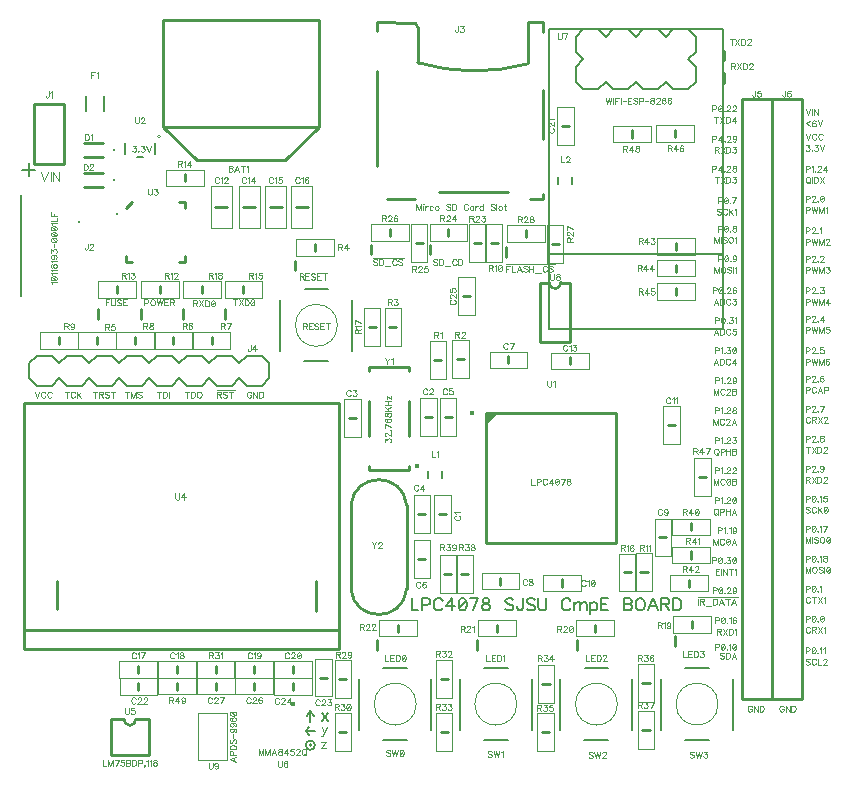
<source format=gbr>
%TF.GenerationSoftware,Novarm,DipTrace,3.2.0.1*%
%TF.CreationDate,2018-06-05T21:33:40-08:00*%
%FSLAX26Y26*%
%MOIN*%
%TF.FileFunction,Legend,Top*%
%TF.Part,Single*%
%ADD10C,0.009843*%
%ADD17C,0.006*%
%ADD18C,0.008*%
%ADD25C,0.003937*%
%ADD29C,0.009433*%
%ADD31C,0.005*%
%ADD35C,0.009994*%
%ADD47C,0.000013*%
%ADD48C,0.015768*%
%ADD51C,0.011774*%
%ADD57C,0.015697*%
%ADD63C,0.015422*%
%ADD138C,0.003088*%
%ADD139C,0.006176*%
%ADD140C,0.004632*%
%ADD141C,0.00772*%
G75*
G01*
%LPD*%
X1384962Y2546825D2*
D10*
X866222D1*
Y2903075D1*
X1384962D1*
Y2546825D1*
X1272521Y2434324D1*
X866222Y2546825D2*
X978742Y2434324D1*
X1272521D2*
X978742D1*
X1808636Y1253986D2*
X1785013D1*
X1824383Y1316978D2*
D25*
X1769265D1*
Y1190994D1*
X1824383D1*
Y1316978D1*
X1737997Y1577307D2*
D10*
X1761620D1*
X1722250Y1514315D2*
D25*
X1777368D1*
Y1640299D1*
X1722250D1*
Y1514315D1*
X1485805Y1575089D2*
D10*
X1509429D1*
X1470058Y1512097D2*
D25*
X1525176D1*
Y1638082D1*
X1470058D1*
Y1512097D1*
X1716263Y1255292D2*
D10*
X1739887D1*
X1700516Y1192299D2*
D25*
X1755634D1*
Y1318284D1*
X1700516D1*
Y1192299D1*
X1803615Y1577307D2*
D10*
X1827239D1*
X1787868Y1514315D2*
D25*
X1842986D1*
Y1640299D1*
X1787868D1*
Y1514315D1*
X1739887Y1103986D2*
D10*
X1716263D1*
X1755634Y1166978D2*
D25*
X1700516D1*
Y1040994D1*
X1755634D1*
Y1166978D1*
X2016660Y1757020D2*
D10*
Y1780644D1*
X2079652Y1741273D2*
D25*
X1953668D1*
Y1796391D1*
X2079652D1*
Y1741273D1*
X1989830Y1043069D2*
D10*
Y1019446D1*
X1926837Y1058816D2*
D25*
X2052822D1*
Y1003698D1*
X1926837D1*
Y1058816D1*
X2519388Y1177163D2*
D10*
X2543011D1*
X2503641Y1114171D2*
D25*
X2558759D1*
Y1240155D1*
X2503641D1*
Y1114171D1*
X2194419Y1013337D2*
D10*
Y1036960D1*
X2257411Y997589D2*
D25*
X2131427D1*
Y1052708D1*
X2257411D1*
Y997589D1*
X2547514Y1552166D2*
D10*
X2571137D1*
X2531767Y1489173D2*
D25*
X2586885D1*
Y1615158D1*
X2531767D1*
Y1489173D1*
X1078943Y2278046D2*
D10*
X1039570D1*
X1094689Y2348912D2*
D25*
X1023823D1*
Y2207180D1*
X1094689D1*
Y2348912D1*
X2220727Y1777505D2*
D10*
Y1753881D1*
X2157735Y1793252D2*
D25*
X2283719D1*
Y1738134D1*
X2157735D1*
Y1793252D1*
X1172683Y2278046D2*
D10*
X1133310D1*
X1188429Y2348912D2*
D25*
X1117563D1*
Y2207180D1*
X1188429D1*
Y2348912D1*
X1260174Y2278046D2*
D10*
X1220800D1*
X1275920Y2348912D2*
D25*
X1205054D1*
Y2207180D1*
X1275920D1*
Y2348912D1*
X1347665Y2278046D2*
D10*
X1308291D1*
X1363411Y2348912D2*
D25*
X1292545D1*
Y2207180D1*
X1363411D1*
Y2348912D1*
X782781Y749036D2*
D10*
Y725413D1*
X719789Y764784D2*
D25*
X845773D1*
Y709666D1*
X719789D1*
Y764784D1*
X911545Y749036D2*
D10*
Y725413D1*
X848553Y764784D2*
D25*
X974537D1*
Y709666D1*
X848553D1*
Y764784D1*
X1169071Y749036D2*
D10*
Y725413D1*
X1106079Y764784D2*
D25*
X1232063D1*
Y709666D1*
X1106079D1*
Y764784D1*
X1297835Y749036D2*
D10*
Y725413D1*
X1234843Y764784D2*
D25*
X1360827D1*
Y709666D1*
X1234843D1*
Y764784D1*
X2194199Y2549080D2*
D10*
X2217823D1*
X2178452Y2486088D2*
D25*
X2233570D1*
Y2612072D1*
X2178452D1*
Y2486088D1*
X783160Y668715D2*
D10*
Y692338D1*
X846152Y652967D2*
D25*
X720168D1*
Y708086D1*
X846152D1*
Y652967D1*
X1388139Y710236D2*
D10*
X1411762D1*
X1372391Y647244D2*
D25*
X1427509D1*
Y773229D1*
X1372391D1*
Y647244D1*
X1297835Y669157D2*
D10*
Y692781D1*
X1360827Y653410D2*
D25*
X1234843D1*
Y708528D1*
X1360827D1*
Y653410D1*
X1888977Y1981201D2*
D10*
X1865354D1*
X1904725Y2044193D2*
D25*
X1849607D1*
Y1918209D1*
X1904725D1*
Y2044193D1*
X1169156Y693013D2*
D10*
Y669389D1*
X1106164Y708760D2*
D25*
X1232149D1*
Y653642D1*
X1106164D1*
Y708760D1*
X1040575Y693013D2*
D10*
Y669389D1*
X977583Y708760D2*
D25*
X1103567D1*
Y653642D1*
X977583D1*
Y708760D1*
X664207Y2445124D2*
D10*
X601216D1*
X664207Y2492367D2*
X601216D1*
D29*
X701215Y2468746D3*
X664207Y2345135D2*
D10*
X601216D1*
X664207Y2392378D2*
X601216D1*
D29*
X701215Y2368756D3*
X667425Y2648852D2*
D18*
Y2598854D1*
X607425D2*
Y2648852D1*
X534316Y2621870D2*
D10*
X434316D1*
X534316Y2421870D2*
Y2621870D1*
Y2421870D2*
X434316D1*
Y2621870D1*
D35*
X586718Y2228694D3*
X391834Y2317274D2*
D31*
Y1982629D1*
X1578035Y2415472D2*
D10*
Y2730513D1*
Y2866214D2*
Y2893713D1*
X2133024D2*
Y2862030D1*
Y2667146D2*
Y2505740D1*
Y2321019D2*
Y2305476D1*
X2089865D1*
X2014488Y2328790D2*
X1786536D1*
X1703865Y2305476D2*
X1613292D1*
X1705688Y2893115D2*
X1713591Y2873986D1*
Y2759806D1*
X2080139Y2893115D2*
Y2759806D1*
X1713591D2*
G03X2080139Y2755621I190683J646859D01*
G01*
X1705688Y2893115D2*
X1578035Y2893713D1*
X2080139D2*
X2133024D1*
X1043661Y1782450D2*
D18*
X1093741D1*
X1118701Y1757450D1*
Y1707450D2*
X1093741Y1682450D1*
X918701Y1757450D2*
X943741Y1782450D1*
X993741D1*
X1018701Y1757450D1*
Y1707450D2*
X993741Y1682450D1*
X943741D1*
X918701Y1707450D1*
X1043661Y1782450D2*
X1018701Y1757450D1*
Y1707450D2*
X1043661Y1682450D1*
X1093741D2*
X1043661D1*
X743661Y1782450D2*
X793741D1*
X818701Y1757450D1*
Y1707450D2*
X793741Y1682450D1*
X818701Y1757450D2*
X843741Y1782450D1*
X893741D1*
X918701Y1757450D1*
Y1707450D2*
X893741Y1682450D1*
X843741D1*
X818701Y1707450D1*
X618701Y1757450D2*
X643741Y1782450D1*
X693741D1*
X718701Y1757450D1*
Y1707450D2*
X693741Y1682450D1*
X643741D1*
X618701Y1707450D1*
X743661Y1782450D2*
X718701Y1757450D1*
Y1707450D2*
X743661Y1682450D1*
X793741D2*
X743661D1*
X443661Y1782450D2*
X493741D1*
X518701Y1757450D1*
Y1707450D2*
X493741Y1682450D1*
X518701Y1757450D2*
X543741Y1782450D1*
X593741D1*
X618701Y1757450D1*
Y1707450D2*
X593741Y1682450D1*
X543741D1*
X518701Y1707450D1*
X418701Y1757450D2*
Y1707450D1*
X443661Y1782450D2*
X418701Y1757450D1*
Y1707450D2*
X443661Y1682450D1*
X493741D2*
X443661D1*
X1143741Y1782450D2*
X1193741D1*
X1218701Y1757450D1*
Y1707450D1*
X1193741Y1682450D1*
X1143741Y1782450D2*
X1118701Y1757450D1*
Y1707450D2*
X1143741Y1682450D1*
X1193741D2*
X1143741D1*
X2793701Y713450D2*
D10*
Y2637450D1*
Y637450D2*
Y713450D1*
X2893701Y637450D2*
X2793701D1*
X2893701D2*
Y2637450D1*
X2793701D1*
X2893701Y713450D2*
Y2637450D1*
Y637450D2*
Y713450D1*
X2993701Y637450D2*
X2893701D1*
X2993701D2*
Y2637450D1*
X2893701D1*
X1748352Y1373663D2*
D17*
Y1397288D1*
X1795596Y1373663D2*
Y1397288D1*
X2182389Y2354881D2*
Y2378506D1*
X2229633Y2354881D2*
Y2378506D1*
X1304244Y2067704D2*
D10*
Y2099200D1*
X791441Y1906180D2*
Y1937676D1*
X647706Y1906180D2*
Y1937676D1*
X1072662Y1906180D2*
Y1937676D1*
X932051Y1906180D2*
Y1937676D1*
X2572244Y815453D2*
Y846949D1*
X2245160Y802953D2*
Y834449D1*
X1911828Y802953D2*
Y834449D1*
X1578495Y802953D2*
Y834449D1*
X1753647Y2121876D2*
Y2153372D1*
X1559877Y2121876D2*
Y2153372D1*
X2006802Y2112499D2*
Y2143995D1*
X2734743Y2693586D2*
Y2725082D1*
Y2768586D2*
Y2800082D1*
X1753795Y1706431D2*
D25*
X1808914D1*
Y1832415D1*
X1753795D1*
Y1706431D1*
X1769543Y1769423D2*
D10*
X1793166D1*
X1828795Y1708054D2*
D25*
X1883914D1*
Y1834038D1*
X1828795D1*
Y1708054D1*
X1844543Y1771046D2*
D10*
X1868166D1*
X1658760Y1941979D2*
D25*
X1603642D1*
Y1815995D1*
X1658760D1*
Y1941979D1*
X1643013Y1878987D2*
D10*
X1619389D1*
X1309851Y2171433D2*
D25*
X1435835D1*
Y2116315D1*
X1309851D1*
Y2171433D1*
X1372843Y2155686D2*
D10*
Y2132062D1*
X708104Y1806878D2*
D25*
X582120D1*
Y1861996D1*
X708104D1*
Y1806878D1*
X645112Y1822625D2*
D10*
Y1846249D1*
X836780Y1861996D2*
D25*
X962764D1*
Y1806878D1*
X836780D1*
Y1861996D1*
X899772Y1846249D2*
D10*
Y1822625D1*
X964110Y1861996D2*
D25*
X1090095D1*
Y1806878D1*
X964110D1*
Y1861996D1*
X1027103Y1846249D2*
D10*
Y1822625D1*
X835435Y1806878D2*
D25*
X709450D1*
Y1861996D1*
X835435D1*
Y1806878D1*
X772442Y1822625D2*
D10*
Y1846249D1*
X454789Y1861996D2*
D25*
X580773D1*
Y1806878D1*
X454789D1*
Y1861996D1*
X517781Y1846249D2*
D10*
Y1822625D1*
X1941307Y2095595D2*
D25*
X1996425D1*
Y2221579D1*
X1941307D1*
Y2095595D1*
X1957055Y2158587D2*
D10*
X1980678D1*
X2496042Y1123604D2*
D25*
X2440924D1*
Y997620D1*
X2496042D1*
Y1123604D1*
X2480295Y1060612D2*
D10*
X2456671D1*
X792253Y2030729D2*
D25*
X918238D1*
Y1975610D1*
X792253D1*
Y2030729D1*
X855246Y2014981D2*
D10*
Y1991358D1*
X648519Y2030729D2*
D25*
X774503D1*
Y1975610D1*
X648519D1*
Y2030729D1*
X711511Y2014981D2*
D10*
Y1991358D1*
X874402Y2403471D2*
D25*
X1000386D1*
Y2348353D1*
X874402D1*
Y2403471D1*
X937394Y2387724D2*
D10*
Y2364100D1*
X1070349Y2030729D2*
D25*
X1196334D1*
Y1975610D1*
X1070349D1*
Y2030729D1*
X1133341Y2014981D2*
D10*
Y1991358D1*
X2439798Y1123418D2*
D25*
X2384680D1*
Y997433D1*
X2439798D1*
Y1123418D1*
X2424051Y1060425D2*
D10*
X2400427D1*
X1590011Y1941979D2*
D25*
X1534893D1*
Y1815995D1*
X1590011D1*
Y1941979D1*
X1574263Y1878987D2*
D10*
X1550640D1*
X932864Y2030729D2*
D25*
X1058848D1*
Y1975610D1*
X932864D1*
Y2030729D1*
X995856Y2014981D2*
D10*
Y1991358D1*
X2691979Y859890D2*
D25*
X2565995D1*
Y915008D1*
X2691979D1*
Y859890D1*
X2628987Y875637D2*
D10*
Y899261D1*
X2369016Y847390D2*
D25*
X2243032D1*
Y902508D1*
X2369016D1*
Y847390D1*
X2306024Y863137D2*
D10*
Y886761D1*
X2041978Y847391D2*
D25*
X1915994D1*
Y902509D1*
X2041978D1*
Y847391D1*
X1978986Y863139D2*
D10*
Y886762D1*
X1710593Y847390D2*
D25*
X1584609D1*
Y902508D1*
X1710593D1*
Y847390D1*
X1647601Y863137D2*
D10*
Y886761D1*
X1884883Y2095423D2*
D25*
X1940002D1*
Y2221407D1*
X1884883D1*
Y2095423D1*
X1900631Y2158415D2*
D10*
X1924254D1*
X1753484Y2221260D2*
D25*
X1879469D1*
Y2166142D1*
X1753484D1*
Y2221260D1*
X1816477Y2205513D2*
D10*
Y2181889D1*
X1691133Y2095423D2*
D25*
X1746251D1*
Y2221407D1*
X1691133D1*
Y2095423D1*
X1706880Y2158415D2*
D10*
X1730504D1*
X1557912Y2221260D2*
D25*
X1683897D1*
Y2166142D1*
X1557912D1*
Y2221260D1*
X1620904Y2205513D2*
D10*
Y2181889D1*
X2144457Y2092469D2*
D25*
X2199575D1*
Y2218453D1*
X2144457D1*
Y2092469D1*
X2160204Y2155461D2*
D10*
X2183828D1*
X2011225Y2218313D2*
D25*
X2137209D1*
Y2163194D1*
X2011225D1*
Y2218313D1*
X2074217Y2202565D2*
D10*
Y2178942D1*
X1492334Y769223D2*
D25*
X1437215D1*
Y643239D1*
X1492334D1*
Y769223D1*
X1476586Y706231D2*
D10*
X1452963D1*
X1492334Y591994D2*
D25*
X1437215D1*
Y466009D1*
X1492334D1*
Y591994D1*
X1476586Y529002D2*
D10*
X1452963D1*
X1103299Y709666D2*
D25*
X977315D1*
Y764784D1*
X1103299D1*
Y709666D1*
X1040307Y725413D2*
D10*
Y749036D1*
X1829869Y769223D2*
D25*
X1774751D1*
Y643239D1*
X1829869D1*
Y769223D1*
X1814122Y706231D2*
D10*
X1790498D1*
X1829869Y591994D2*
D25*
X1774751D1*
Y466009D1*
X1829869D1*
Y591994D1*
X1814122Y529002D2*
D10*
X1790498D1*
X2169232Y750471D2*
D25*
X2114114D1*
Y624487D1*
X2169232D1*
Y750471D1*
X2153485Y687479D2*
D10*
X2129862D1*
X2167404Y591994D2*
D25*
X2112286D1*
Y466009D1*
X2167404D1*
Y591994D1*
X2151657Y529002D2*
D10*
X2128034D1*
X2502729Y754511D2*
D25*
X2447610D1*
Y628526D1*
X2502729D1*
Y754511D1*
X2486981Y691519D2*
D10*
X2463358D1*
X2502729Y598244D2*
D25*
X2447610D1*
Y472260D1*
X2502729D1*
Y598244D1*
X2486981Y535252D2*
D10*
X2463358D1*
X1898626Y1118991D2*
D25*
X1843508D1*
Y993007D1*
X1898626D1*
Y1118991D1*
X1882879Y1055999D2*
D10*
X1859255D1*
X1842370Y1118991D2*
D25*
X1787252D1*
Y993007D1*
X1842370D1*
Y1118991D1*
X1826623Y1055999D2*
D10*
X1802999D1*
X2561050Y1240009D2*
D25*
X2687034D1*
Y1184891D1*
X2561050D1*
Y1240009D1*
X2624042Y1224262D2*
D10*
Y1200639D1*
X2561051Y1146263D2*
D25*
X2687036D1*
Y1091145D1*
X2561051D1*
Y1146263D1*
X2624044Y1130515D2*
D10*
Y1106892D1*
X2554801Y1052517D2*
D25*
X2680785D1*
Y997399D1*
X2554801D1*
Y1052517D1*
X2617793Y1036770D2*
D10*
Y1013146D1*
X2511049Y2174383D2*
D25*
X2637033D1*
Y2119265D1*
X2511049D1*
Y2174383D1*
X2574041Y2158636D2*
D10*
Y2135013D1*
X2511050Y2102511D2*
D25*
X2637034D1*
Y2047393D1*
X2511050D1*
Y2102511D1*
X2574042Y2086763D2*
D10*
Y2063140D1*
X2511286Y2024546D2*
D25*
X2637271D1*
Y1969428D1*
X2511286D1*
Y2024546D1*
X2574278Y2008799D2*
D10*
Y1985175D1*
X2508605Y2550331D2*
D25*
X2634589D1*
Y2495213D1*
X2508605D1*
Y2550331D1*
X2571597Y2534584D2*
D10*
Y2510960D1*
X2690248Y1442075D2*
D25*
X2635130D1*
Y1316091D1*
X2690248D1*
Y1442075D1*
X2674501Y1379083D2*
D10*
X2650877D1*
X2364173Y2549385D2*
D25*
X2490158D1*
Y2494267D1*
X2364173D1*
Y2549385D1*
X2427166Y2533637D2*
D10*
Y2510014D1*
X849003Y708760D2*
D25*
X974987D1*
Y653642D1*
X849003D1*
Y708760D1*
X911995Y693013D2*
D10*
Y669389D1*
X1306445Y1884201D2*
D47*
G02X1306445Y1884201I70006J0D01*
G01*
X1256448Y1969209D2*
D18*
Y1799193D1*
X1496453D2*
Y1969209D1*
X1337164Y2004189D2*
X1416443D1*
X1335979Y1764213D2*
X1416443D1*
X1568945Y621701D2*
D47*
G02X1568945Y621701I70006J0D01*
G01*
X1518948Y706709D2*
D18*
Y536693D1*
X1758953D2*
Y706709D1*
X1599664Y741689D2*
X1678943D1*
X1598479Y501713D2*
X1678943D1*
X1904362Y621701D2*
D47*
G02X1904362Y621701I70006J0D01*
G01*
X1854365Y706709D2*
D18*
Y536693D1*
X2094370D2*
Y706709D1*
X1935081Y741689D2*
X2014360D1*
X1933896Y501713D2*
X2014360D1*
X2239778Y621701D2*
D47*
G02X2239778Y621701I70006J0D01*
G01*
X2189781Y706709D2*
D18*
Y536693D1*
X2429786D2*
Y706709D1*
X2270497Y741689D2*
X2349776D1*
X2269312Y501713D2*
X2349776D1*
X2575195Y621701D2*
D47*
G02X2575195Y621701I70006J0D01*
G01*
X2525199Y706709D2*
D18*
Y536693D1*
X2765203D2*
Y706709D1*
X2605914Y741689D2*
X2685193D1*
X2604730Y501713D2*
X2685193D1*
X1941910Y1591998D2*
D10*
X2375020D1*
Y1158887D1*
X1941910D1*
Y1591998D1*
G36*
D2*
Y1552608D1*
X1981299Y1591998D1*
X1941910D1*
G37*
D48*
X1894695D3*
X845553Y2513763D2*
D47*
G02X845553Y2513763I4999J0D01*
G01*
X737554Y2456858D2*
D18*
Y2490670D1*
X837550D2*
Y2456858D1*
X798115Y2445861D2*
X776988D1*
X919022Y2293689D2*
D10*
X938686D1*
Y2273997D1*
X919022Y2096816D2*
X938686D1*
Y2116507D2*
Y2096816D1*
X741866D2*
X761556D1*
X741866Y2116507D2*
Y2096816D1*
D51*
X712382Y2254316D3*
X761556Y2293689D2*
D10*
X741866Y2273997D1*
X510110Y939264D2*
Y1033052D1*
X1376494Y932940D2*
Y1032970D1*
X400788Y804331D2*
X1451969D1*
Y1625591D1*
X400788D1*
Y804331D1*
X401839Y867157D2*
X1451864D1*
X691765Y570620D2*
Y452509D1*
X817734Y570620D2*
Y452509D1*
X691765D2*
X817734D1*
X691765Y570620D2*
X735061D1*
X774438D2*
X817734D1*
X735061D2*
G03X774438Y570620I19688J-13D01*
G01*
D57*
X1299964Y623378D3*
X2730576Y2871822D2*
D31*
Y2121822D1*
Y1871822D1*
X2150576D1*
Y2121822D1*
Y2871822D1*
X2265590D1*
X2315586D1*
X2365582D1*
X2415578D1*
X2465574D1*
X2515570D1*
X2565566D1*
X2615562D1*
X2730576D1*
Y2121822D2*
X2150576D1*
X2615562Y2871822D2*
X2640560Y2846822D1*
Y2796822D1*
X2615562Y2771822D1*
X2640560Y2746822D1*
Y2696822D1*
X2615562Y2671822D1*
X2565566D1*
X2540568Y2696822D1*
X2515570Y2671822D1*
X2465574D1*
X2440576Y2696822D1*
X2415578Y2671822D1*
X2365582D1*
X2340584Y2696822D1*
X2315586Y2671822D1*
X2265590D1*
X2240592Y2696822D1*
Y2746822D1*
X2265590Y2771822D1*
X2240592Y2796822D1*
Y2846822D1*
X2265590Y2871822D1*
X2315586D2*
X2340584Y2846822D1*
X2365582Y2871822D1*
X2415578D2*
X2440576Y2846822D1*
X2465574Y2871822D1*
X2515570D2*
X2540568Y2846822D1*
X2565566Y2871822D1*
X2120687Y2026503D2*
D10*
Y1829649D1*
X2223064Y2026503D2*
Y1829649D1*
X2120687D2*
X2223064D1*
X2152181Y2026503D2*
X2120687D1*
X2191570D2*
X2223064D1*
X2152181D2*
G03X2191570Y2026503I19694J9D01*
G01*
X982629Y590650D2*
D25*
X1077117D1*
Y436017D1*
X982629D1*
Y590650D1*
D63*
X1711300Y1414945D3*
X1685086Y1731553D2*
D10*
Y1745253D1*
X1551121Y1731553D2*
Y1745253D1*
X1685086D2*
X1551121D1*
X1685086Y1515080D2*
Y1632907D1*
X1551121Y1515080D2*
Y1632907D1*
Y1402734D2*
Y1416435D1*
X1685086Y1402734D2*
Y1416435D1*
Y1402734D2*
X1551121D1*
X1677200Y1005290D2*
Y1284619D1*
X1491452Y1005290D2*
Y1284619D1*
Y1005290D2*
G03X1677200Y1005290I92874J8216D01*
G01*
Y1284619D2*
G03X1491452Y1284619I-92874J-8216D01*
G01*
X1340390Y531440D2*
D18*
X1371668Y531486D1*
X1340390Y531440D2*
X1352890Y543940D1*
X1340390Y531440D2*
X1352890Y518941D1*
X1356015Y562689D2*
Y597065D1*
X1343513Y581440D1*
X1356015Y597065D2*
X1368515Y581440D1*
X1340487Y484593D2*
G02X1340487Y484593I15627J0D01*
G01*
X1352990Y484594D2*
G02X1352990Y484594I3125J0D01*
G01*
X1083523Y2416793D2*
D138*
Y2396697D1*
X1092145D1*
X1095019Y2397670D1*
X1095970Y2398621D1*
X1096920Y2400522D1*
Y2403396D1*
X1095970Y2405319D1*
X1095019Y2406270D1*
X1092145Y2407221D1*
X1095019Y2408193D1*
X1095970Y2409144D1*
X1096920Y2411045D1*
Y2412969D1*
X1095970Y2414870D1*
X1095019Y2415843D1*
X1092145Y2416793D1*
X1083523D1*
Y2407221D2*
X1092145D1*
X1118417Y2396697D2*
X1110745Y2416793D1*
X1103096Y2396697D1*
X1105970Y2403396D2*
X1115543D1*
X1131291Y2416793D2*
Y2396697D1*
X1124593Y2416793D2*
X1137990D1*
X1144166Y2412947D2*
X1146089Y2413919D1*
X1148963Y2416771D1*
Y2396697D1*
X1841061Y1249898D2*
X1839160Y1248947D1*
X1837236Y1247024D1*
X1836286Y1245122D1*
Y1241298D1*
X1837236Y1239374D1*
X1839160Y1237473D1*
X1841061Y1236500D1*
X1843935Y1235550D1*
X1848732D1*
X1851584Y1236500D1*
X1853508Y1237473D1*
X1855409Y1239374D1*
X1856382Y1241298D1*
Y1245122D1*
X1855409Y1247024D1*
X1853508Y1248947D1*
X1851584Y1249898D1*
X1840133Y1256073D2*
X1839160Y1257997D1*
X1836308Y1260871D1*
X1856382D1*
X1746262Y1669054D2*
X1745311Y1670955D1*
X1743388Y1672878D1*
X1741486Y1673829D1*
X1737662D1*
X1735738Y1672878D1*
X1733837Y1670955D1*
X1732864Y1669054D1*
X1731914Y1666180D1*
Y1661382D1*
X1732864Y1658530D1*
X1733837Y1656607D1*
X1735738Y1654706D1*
X1737662Y1653733D1*
X1741486D1*
X1743388Y1654706D1*
X1745311Y1656607D1*
X1746262Y1658530D1*
X1753410Y1669031D2*
Y1669982D1*
X1754361Y1671905D1*
X1755311Y1672856D1*
X1757235Y1673807D1*
X1761059D1*
X1762961Y1672856D1*
X1763911Y1671905D1*
X1764884Y1669982D1*
Y1668081D1*
X1763911Y1666157D1*
X1762010Y1663305D1*
X1752437Y1653733D1*
X1765835D1*
X1490945Y1663712D2*
X1489995Y1665614D1*
X1488071Y1667537D1*
X1486170Y1668488D1*
X1482345D1*
X1480422Y1667537D1*
X1478521Y1665614D1*
X1477548Y1663712D1*
X1476597Y1660838D1*
Y1656041D1*
X1477548Y1653189D1*
X1478521Y1651266D1*
X1480422Y1649364D1*
X1482345Y1648392D1*
X1486170D1*
X1488071Y1649364D1*
X1489995Y1651266D1*
X1490945Y1653189D1*
X1499045Y1668465D2*
X1509546D1*
X1503820Y1660816D1*
X1506694D1*
X1508595Y1659866D1*
X1509546Y1658915D1*
X1510518Y1656041D1*
Y1654140D1*
X1509546Y1651266D1*
X1507644Y1649342D1*
X1504770Y1648392D1*
X1501896D1*
X1499045Y1649342D1*
X1498094Y1650315D1*
X1497121Y1652216D1*
X1716181Y1348561D2*
X1715231Y1350463D1*
X1713307Y1352386D1*
X1711406Y1353337D1*
X1707581D1*
X1705658Y1352386D1*
X1703757Y1350463D1*
X1702784Y1348561D1*
X1701833Y1345687D1*
Y1340890D1*
X1702784Y1338038D1*
X1703757Y1336115D1*
X1705658Y1334213D1*
X1707581Y1333241D1*
X1711406D1*
X1713307Y1334213D1*
X1715231Y1336115D1*
X1716181Y1338038D1*
X1731930Y1333241D2*
Y1353315D1*
X1722357Y1339939D1*
X1736705D1*
X1811880Y1669071D2*
X1810929Y1670972D1*
X1809006Y1672895D1*
X1807105Y1673846D1*
X1803280D1*
X1801356Y1672895D1*
X1799455Y1670972D1*
X1798482Y1669071D1*
X1797532Y1666197D1*
Y1661399D1*
X1798482Y1658547D1*
X1799455Y1656624D1*
X1801356Y1654723D1*
X1803280Y1653750D1*
X1807105D1*
X1809006Y1654723D1*
X1810929Y1656624D1*
X1811880Y1658547D1*
X1829529Y1673824D2*
X1819979D1*
X1819028Y1665224D1*
X1819979Y1666174D1*
X1822853Y1667147D1*
X1825705D1*
X1828579Y1666174D1*
X1830502Y1664273D1*
X1831453Y1661399D1*
Y1659498D1*
X1830502Y1656624D1*
X1828579Y1654701D1*
X1825705Y1653750D1*
X1822853D1*
X1819979Y1654701D1*
X1819028Y1655673D1*
X1818056Y1657575D1*
X1723394Y1025400D2*
X1722443Y1027301D1*
X1720520Y1029225D1*
X1718618Y1030175D1*
X1714794D1*
X1712870Y1029225D1*
X1710969Y1027301D1*
X1709996Y1025400D1*
X1709046Y1022526D1*
Y1017729D1*
X1709996Y1014877D1*
X1710969Y1012953D1*
X1712870Y1011052D1*
X1714794Y1010079D1*
X1718618D1*
X1720520Y1011052D1*
X1722443Y1012953D1*
X1723394Y1014877D1*
X1741043Y1027301D2*
X1740093Y1029203D1*
X1737219Y1030153D1*
X1735317D1*
X1732443Y1029203D1*
X1730520Y1026329D1*
X1729569Y1021553D1*
Y1016778D1*
X1730520Y1012953D1*
X1732443Y1011030D1*
X1735317Y1010079D1*
X1736268D1*
X1739120Y1011030D1*
X1741043Y1012953D1*
X1741994Y1015827D1*
Y1016778D1*
X1741043Y1019652D1*
X1739120Y1021553D1*
X1736268Y1022504D1*
X1735317D1*
X1732443Y1021553D1*
X1730520Y1019652D1*
X1729569Y1016778D1*
X2014065Y1820897D2*
X2013114Y1822799D1*
X2011191Y1824722D1*
X2009290Y1825673D1*
X2005465D1*
X2003542Y1824722D1*
X2001640Y1822799D1*
X2000668Y1820897D1*
X1999717Y1818023D1*
Y1813226D1*
X2000668Y1810374D1*
X2001640Y1808451D1*
X2003542Y1806549D1*
X2005465Y1805577D1*
X2009290D1*
X2011191Y1806549D1*
X2013114Y1808451D1*
X2014065Y1810374D1*
X2024065Y1805577D2*
X2033638Y1825651D1*
X2020241D1*
X2077861Y1033328D2*
X2076910Y1035229D1*
X2074987Y1037152D1*
X2073085Y1038103D1*
X2069261D1*
X2067337Y1037152D1*
X2065436Y1035229D1*
X2064463Y1033328D1*
X2063513Y1030454D1*
Y1025656D1*
X2064463Y1022804D1*
X2065436Y1020881D1*
X2067337Y1018980D1*
X2069261Y1018007D1*
X2073085D1*
X2074987Y1018980D1*
X2076910Y1020881D1*
X2077861Y1022804D1*
X2088812Y1038081D2*
X2085960Y1037130D1*
X2084987Y1035229D1*
Y1033306D1*
X2085960Y1031404D1*
X2087861Y1030432D1*
X2091686Y1029481D1*
X2094560Y1028530D1*
X2096461Y1026607D1*
X2097412Y1024706D1*
Y1021832D1*
X2096461Y1019930D1*
X2095510Y1018958D1*
X2092636Y1018007D1*
X2088812D1*
X2085960Y1018958D1*
X2084987Y1019930D1*
X2084036Y1021832D1*
Y1024706D1*
X2084987Y1026607D1*
X2086910Y1028530D1*
X2089762Y1029481D1*
X2093587Y1030432D1*
X2095510Y1031404D1*
X2096461Y1033306D1*
Y1035229D1*
X2095510Y1037130D1*
X2092636Y1038081D1*
X2088812D1*
X2529080Y1267786D2*
X2528129Y1269687D1*
X2526206Y1271610D1*
X2524304Y1272561D1*
X2520480D1*
X2518556Y1271610D1*
X2516655Y1269687D1*
X2515682Y1267786D1*
X2514732Y1264912D1*
Y1260114D1*
X2515682Y1257262D1*
X2516655Y1255339D1*
X2518556Y1253438D1*
X2520480Y1252465D1*
X2524304D1*
X2526206Y1253438D1*
X2528129Y1255339D1*
X2529080Y1257262D1*
X2547702Y1265862D2*
X2546729Y1262988D1*
X2544828Y1261065D1*
X2541954Y1260114D1*
X2541003D1*
X2538129Y1261065D1*
X2536228Y1262988D1*
X2535255Y1265862D1*
Y1266813D1*
X2536228Y1269687D1*
X2538129Y1271588D1*
X2541003Y1272539D1*
X2541954D1*
X2544828Y1271588D1*
X2546729Y1269687D1*
X2547702Y1265862D1*
Y1261065D1*
X2546729Y1256290D1*
X2544828Y1253416D1*
X2541954Y1252465D1*
X2540053D1*
X2537179Y1253416D1*
X2536228Y1255339D1*
X2273828Y1030344D2*
X2272877Y1032245D1*
X2270954Y1034168D1*
X2269052Y1035119D1*
X2265228D1*
X2263304Y1034168D1*
X2261403Y1032245D1*
X2260430Y1030344D1*
X2259480Y1027470D1*
Y1022672D1*
X2260430Y1019820D1*
X2261403Y1017897D1*
X2263304Y1015996D1*
X2265228Y1015023D1*
X2269052D1*
X2270954Y1015996D1*
X2272877Y1017897D1*
X2273828Y1019820D1*
X2280003Y1031272D2*
X2281927Y1032245D1*
X2284801Y1035097D1*
Y1015023D1*
X2296724Y1035097D2*
X2293850Y1034146D1*
X2291927Y1031272D1*
X2290976Y1026497D1*
Y1023623D1*
X2291927Y1018847D1*
X2293850Y1015973D1*
X2296724Y1015023D1*
X2298626D1*
X2301500Y1015973D1*
X2303401Y1018847D1*
X2304374Y1023623D1*
Y1026497D1*
X2303401Y1031272D1*
X2301500Y1034146D1*
X2298626Y1035097D1*
X2296724D1*
X2303401Y1031272D2*
X2291927Y1018847D1*
X2556090Y1639198D2*
X2555139Y1641099D1*
X2553216Y1643023D1*
X2551314Y1643973D1*
X2547490D1*
X2545566Y1643023D1*
X2543665Y1641099D1*
X2542692Y1639198D1*
X2541742Y1636324D1*
Y1631526D1*
X2542692Y1628675D1*
X2543665Y1626751D1*
X2545566Y1624850D1*
X2547490Y1623877D1*
X2551314D1*
X2553216Y1624850D1*
X2555139Y1626751D1*
X2556090Y1628675D1*
X2562265Y1640126D2*
X2564189Y1641099D1*
X2567063Y1643951D1*
Y1623877D1*
X2573238Y1640126D2*
X2575162Y1641099D1*
X2578036Y1643951D1*
Y1623877D1*
X1051141Y2373380D2*
X1050191Y2375282D1*
X1048267Y2377205D1*
X1046366Y2378156D1*
X1042541D1*
X1040618Y2377205D1*
X1038717Y2375282D1*
X1037744Y2373380D1*
X1036793Y2370506D1*
Y2365709D1*
X1037744Y2362857D1*
X1038717Y2360934D1*
X1040618Y2359032D1*
X1042541Y2358060D1*
X1046366D1*
X1048267Y2359032D1*
X1050191Y2360934D1*
X1051141Y2362857D1*
X1057317Y2374309D2*
X1059240Y2375282D1*
X1062114Y2378133D1*
Y2358060D1*
X1069263Y2373358D2*
Y2374309D1*
X1070213Y2376232D1*
X1071164Y2377183D1*
X1073087Y2378133D1*
X1076912D1*
X1078813Y2377183D1*
X1079764Y2376232D1*
X1080737Y2374309D1*
Y2372408D1*
X1079764Y2370484D1*
X1077863Y2367632D1*
X1068290Y2358060D1*
X1081687D1*
X2212636Y1814638D2*
X2211685Y1816539D1*
X2209762Y1818462D1*
X2207861Y1819413D1*
X2204036D1*
X2202113Y1818462D1*
X2200211Y1816539D1*
X2199239Y1814638D1*
X2198288Y1811763D1*
Y1806966D1*
X2199239Y1804114D1*
X2200211Y1802191D1*
X2202113Y1800290D1*
X2204036Y1799317D1*
X2207861D1*
X2209762Y1800290D1*
X2211685Y1802191D1*
X2212636Y1804114D1*
X2218812Y1815566D2*
X2220735Y1816539D1*
X2223609Y1819391D1*
Y1799317D1*
X2231708Y1819391D2*
X2242209D1*
X2236484Y1811741D1*
X2239358D1*
X2241259Y1810791D1*
X2242209Y1809840D1*
X2243182Y1806966D1*
Y1805065D1*
X2242209Y1802191D1*
X2240308Y1800267D1*
X2237434Y1799317D1*
X2234560D1*
X2231708Y1800267D1*
X2230758Y1801240D1*
X2229785Y1803141D1*
X1141281Y2373380D2*
X1140331Y2375282D1*
X1138407Y2377205D1*
X1136506Y2378156D1*
X1132682D1*
X1130758Y2377205D1*
X1128857Y2375282D1*
X1127884Y2373380D1*
X1126933Y2370506D1*
Y2365709D1*
X1127884Y2362857D1*
X1128857Y2360934D1*
X1130758Y2359032D1*
X1132682Y2358060D1*
X1136506D1*
X1138407Y2359032D1*
X1140331Y2360934D1*
X1141281Y2362857D1*
X1147457Y2374309D2*
X1149381Y2375282D1*
X1152255Y2378133D1*
Y2358060D1*
X1168003D2*
Y2378133D1*
X1158430Y2364758D1*
X1172778D1*
X1232388Y2373426D2*
X1231437Y2375328D1*
X1229514Y2377251D1*
X1227613Y2378202D1*
X1223788D1*
X1221865Y2377251D1*
X1219963Y2375328D1*
X1218991Y2373426D1*
X1218040Y2370552D1*
Y2365755D1*
X1218991Y2362903D1*
X1219963Y2360980D1*
X1221865Y2359078D1*
X1223788Y2358106D1*
X1227613D1*
X1229514Y2359078D1*
X1231437Y2360980D1*
X1232388Y2362903D1*
X1238564Y2374355D2*
X1240487Y2375328D1*
X1243361Y2378179D1*
Y2358106D1*
X1261011Y2378179D2*
X1251460D1*
X1250510Y2369579D1*
X1251460Y2370530D1*
X1254334Y2371503D1*
X1257186D1*
X1260060Y2370530D1*
X1261984Y2368629D1*
X1262934Y2365755D1*
Y2363854D1*
X1261984Y2360980D1*
X1260060Y2359056D1*
X1257186Y2358106D1*
X1254334D1*
X1251460Y2359056D1*
X1250510Y2360029D1*
X1249537Y2361930D1*
X1320365Y2373426D2*
X1319415Y2375328D1*
X1317491Y2377251D1*
X1315590Y2378202D1*
X1311765D1*
X1309842Y2377251D1*
X1307941Y2375328D1*
X1306968Y2373426D1*
X1306017Y2370552D1*
Y2365755D1*
X1306968Y2362903D1*
X1307941Y2360980D1*
X1309842Y2359078D1*
X1311765Y2358106D1*
X1315590D1*
X1317491Y2359078D1*
X1319415Y2360980D1*
X1320365Y2362903D1*
X1326541Y2374355D2*
X1328464Y2375328D1*
X1331338Y2378179D1*
Y2358106D1*
X1348988Y2375328D2*
X1348037Y2377229D1*
X1345163Y2378179D1*
X1343262D1*
X1340388Y2377229D1*
X1338465Y2374355D1*
X1337514Y2369579D1*
Y2364804D1*
X1338465Y2360980D1*
X1340388Y2359056D1*
X1343262Y2358106D1*
X1344213D1*
X1347065Y2359056D1*
X1348988Y2360980D1*
X1349939Y2363854D1*
Y2364804D1*
X1348988Y2367678D1*
X1347065Y2369579D1*
X1344213Y2370530D1*
X1343262D1*
X1340388Y2369579D1*
X1338465Y2367678D1*
X1337514Y2364804D1*
X774682Y789298D2*
X773731Y791199D1*
X771808Y793122D1*
X769907Y794073D1*
X766082D1*
X764159Y793122D1*
X762257Y791199D1*
X761285Y789298D1*
X760334Y786424D1*
Y781626D1*
X761285Y778774D1*
X762257Y776851D1*
X764159Y774950D1*
X766082Y773977D1*
X769907D1*
X771808Y774950D1*
X773731Y776851D1*
X774682Y778774D1*
X780858Y790226D2*
X782781Y791199D1*
X785655Y794051D1*
Y773977D1*
X795655D2*
X805228Y794051D1*
X791831D1*
X903457Y789298D2*
X902506Y791199D1*
X900583Y793122D1*
X898682Y794073D1*
X894857D1*
X892933Y793122D1*
X891032Y791199D1*
X890059Y789298D1*
X889109Y786424D1*
Y781626D1*
X890059Y778774D1*
X891032Y776851D1*
X892933Y774950D1*
X894857Y773977D1*
X898682D1*
X900583Y774950D1*
X902506Y776851D1*
X903457Y778774D1*
X909633Y790226D2*
X911556Y791199D1*
X914430Y794051D1*
Y773977D1*
X925381Y794051D2*
X922529Y793100D1*
X921556Y791199D1*
Y789276D1*
X922529Y787374D1*
X924430Y786401D1*
X928255Y785451D1*
X931129Y784500D1*
X933030Y782577D1*
X933981Y780676D1*
Y777802D1*
X933030Y775900D1*
X932080Y774928D1*
X929206Y773977D1*
X925381D1*
X922529Y774928D1*
X921556Y775900D1*
X920606Y777802D1*
Y780676D1*
X921556Y782577D1*
X923480Y784500D1*
X926332Y785451D1*
X930156Y786401D1*
X932080Y787374D1*
X933030Y789276D1*
Y791199D1*
X932080Y793100D1*
X929206Y794051D1*
X925381D1*
X1161447Y789298D2*
X1160497Y791199D1*
X1158573Y793122D1*
X1156672Y794073D1*
X1152847D1*
X1150924Y793122D1*
X1149023Y791199D1*
X1148050Y789298D1*
X1147099Y786424D1*
Y781626D1*
X1148050Y778774D1*
X1149023Y776851D1*
X1150924Y774950D1*
X1152847Y773977D1*
X1156672D1*
X1158573Y774950D1*
X1160497Y776851D1*
X1161447Y778774D1*
X1167623Y790226D2*
X1169546Y791199D1*
X1172420Y794051D1*
Y773977D1*
X1191043Y787374D2*
X1190070Y784500D1*
X1188169Y782577D1*
X1185295Y781626D1*
X1184344D1*
X1181470Y782577D1*
X1179569Y784500D1*
X1178596Y787374D1*
Y788325D1*
X1179569Y791199D1*
X1181470Y793100D1*
X1184344Y794051D1*
X1185295D1*
X1188169Y793100D1*
X1190070Y791199D1*
X1191043Y787374D1*
Y782577D1*
X1190070Y777802D1*
X1188169Y774928D1*
X1185295Y773977D1*
X1183394D1*
X1180519Y774928D1*
X1179569Y776851D1*
X1285436Y789298D2*
X1284485Y791199D1*
X1282562Y793122D1*
X1280661Y794073D1*
X1276836D1*
X1274912Y793122D1*
X1273011Y791199D1*
X1272038Y789298D1*
X1271088Y786424D1*
Y781626D1*
X1272038Y778774D1*
X1273011Y776851D1*
X1274912Y774950D1*
X1276836Y773977D1*
X1280661D1*
X1282562Y774950D1*
X1284485Y776851D1*
X1285436Y778774D1*
X1292584Y789276D2*
Y790226D1*
X1293535Y792150D1*
X1294486Y793100D1*
X1296409Y794051D1*
X1300234D1*
X1302135Y793100D1*
X1303085Y792150D1*
X1304058Y790226D1*
Y788325D1*
X1303085Y786401D1*
X1301184Y783550D1*
X1291612Y773977D1*
X1305009D1*
X1316933Y794051D2*
X1314059Y793100D1*
X1312135Y790226D1*
X1311185Y785451D1*
Y782577D1*
X1312135Y777802D1*
X1314059Y774928D1*
X1316933Y773977D1*
X1318834D1*
X1321708Y774928D1*
X1323609Y777802D1*
X1324582Y782577D1*
Y785451D1*
X1323609Y790226D1*
X1321708Y793100D1*
X1318834Y794051D1*
X1316933D1*
X1323609Y790226D2*
X1312135Y777802D1*
X2153938Y2540981D2*
X2152036Y2540031D1*
X2150113Y2538107D1*
X2149162Y2536206D1*
Y2532381D1*
X2150113Y2530458D1*
X2152036Y2528557D1*
X2153938Y2527584D1*
X2156812Y2526633D1*
X2161609D1*
X2164461Y2527584D1*
X2166384Y2528557D1*
X2168286Y2530458D1*
X2169258Y2532381D1*
Y2536206D1*
X2168286Y2538107D1*
X2166384Y2540031D1*
X2164461Y2540981D1*
X2153960Y2548130D2*
X2153009D1*
X2151086Y2549080D1*
X2150135Y2550031D1*
X2149185Y2551954D1*
Y2555779D1*
X2150135Y2557680D1*
X2151086Y2558631D1*
X2153009Y2559604D1*
X2154911D1*
X2156834Y2558631D1*
X2159686Y2556730D1*
X2169258Y2547157D1*
Y2560554D1*
X2153009Y2566730D2*
X2152036Y2568653D1*
X2149185Y2571527D1*
X2169258D1*
X773886Y638859D2*
X772935Y640761D1*
X771012Y642684D1*
X769111Y643635D1*
X765286D1*
X763363Y642684D1*
X761461Y640761D1*
X760489Y638859D1*
X759538Y635985D1*
Y631188D1*
X760489Y628336D1*
X761461Y626413D1*
X763363Y624511D1*
X765286Y623539D1*
X769111D1*
X771012Y624511D1*
X772935Y626413D1*
X773886Y628336D1*
X781034Y638837D2*
Y639788D1*
X781985Y641711D1*
X782936Y642662D1*
X784859Y643612D1*
X788684D1*
X790585Y642662D1*
X791536Y641711D1*
X792508Y639788D1*
Y637887D1*
X791536Y635963D1*
X789634Y633111D1*
X780062Y623539D1*
X793459D1*
X800607Y638837D2*
Y639788D1*
X801558Y641711D1*
X802509Y642662D1*
X804432Y643612D1*
X808257D1*
X810158Y642662D1*
X811109Y641711D1*
X812081Y639788D1*
Y637887D1*
X811109Y635963D1*
X809207Y633111D1*
X799635Y623539D1*
X813032D1*
X1387003Y632563D2*
X1386052Y634464D1*
X1384129Y636387D1*
X1382227Y637338D1*
X1378403D1*
X1376479Y636387D1*
X1374578Y634464D1*
X1373605Y632563D1*
X1372655Y629689D1*
Y624891D1*
X1373605Y622039D1*
X1374578Y620116D1*
X1376479Y618215D1*
X1378403Y617242D1*
X1382227D1*
X1384129Y618215D1*
X1386052Y620116D1*
X1387003Y622039D1*
X1394151Y632541D2*
Y633491D1*
X1395102Y635415D1*
X1396052Y636365D1*
X1397976Y637316D1*
X1401800D1*
X1403702Y636365D1*
X1404652Y635415D1*
X1405625Y633491D1*
Y631590D1*
X1404652Y629667D1*
X1402751Y626815D1*
X1393178Y617242D1*
X1406576D1*
X1414675Y637316D2*
X1425176D1*
X1419450Y629667D1*
X1422324D1*
X1424225Y628716D1*
X1425176Y627765D1*
X1426149Y624891D1*
Y622990D1*
X1425176Y620116D1*
X1423275Y618193D1*
X1420401Y617242D1*
X1417527D1*
X1414675Y618193D1*
X1413724Y619165D1*
X1412751Y621067D1*
X1252105Y637669D2*
X1251154Y639570D1*
X1249231Y641494D1*
X1247330Y642444D1*
X1243505D1*
X1241582Y641494D1*
X1239680Y639570D1*
X1238708Y637669D1*
X1237757Y634795D1*
Y629998D1*
X1238708Y627146D1*
X1239680Y625222D1*
X1241582Y623321D1*
X1243505Y622348D1*
X1247330D1*
X1249231Y623321D1*
X1251154Y625222D1*
X1252105Y627146D1*
X1259253Y637647D2*
Y638598D1*
X1260204Y640521D1*
X1261155Y641472D1*
X1263078Y642422D1*
X1266903D1*
X1268804Y641472D1*
X1269755Y640521D1*
X1270727Y638598D1*
Y636696D1*
X1269755Y634773D1*
X1267853Y631921D1*
X1258281Y622348D1*
X1271678D1*
X1287426D2*
Y642422D1*
X1277854Y629047D1*
X1292202D1*
X1825093Y1968802D2*
X1823191Y1967851D1*
X1821268Y1965928D1*
X1820317Y1964027D1*
Y1960202D1*
X1821268Y1958279D1*
X1823191Y1956377D1*
X1825093Y1955405D1*
X1827967Y1954454D1*
X1832764D1*
X1835616Y1955405D1*
X1837539Y1956377D1*
X1839441Y1958279D1*
X1840413Y1960202D1*
Y1964027D1*
X1839441Y1965928D1*
X1837539Y1967851D1*
X1835616Y1968802D1*
X1825115Y1975950D2*
X1824164D1*
X1822241Y1976901D1*
X1821290Y1977852D1*
X1820339Y1979775D1*
Y1983600D1*
X1821290Y1985501D1*
X1822241Y1986452D1*
X1824164Y1987424D1*
X1826065D1*
X1827989Y1986452D1*
X1830841Y1984550D1*
X1840413Y1974978D1*
Y1988375D1*
X1820339Y2006025D2*
Y1996474D1*
X1828939Y1995523D1*
X1827989Y1996474D1*
X1827016Y1999348D1*
Y2002200D1*
X1827989Y2005074D1*
X1829890Y2006997D1*
X1832764Y2007948D1*
X1834665D1*
X1837539Y2006997D1*
X1839463Y2005074D1*
X1840413Y2002200D1*
Y1999348D1*
X1839463Y1996474D1*
X1838490Y1995523D1*
X1836589Y1994551D1*
X1157244Y639514D2*
X1156293Y641415D1*
X1154370Y643339D1*
X1152468Y644289D1*
X1148644D1*
X1146720Y643339D1*
X1144819Y641415D1*
X1143846Y639514D1*
X1142896Y636640D1*
Y631843D1*
X1143846Y628991D1*
X1144819Y627067D1*
X1146720Y625166D1*
X1148644Y624193D1*
X1152468D1*
X1154370Y625166D1*
X1156293Y627067D1*
X1157244Y628991D1*
X1164392Y639492D2*
Y640443D1*
X1165343Y642366D1*
X1166293Y643317D1*
X1168217Y644267D1*
X1172041D1*
X1173943Y643317D1*
X1174893Y642366D1*
X1175866Y640443D1*
Y638541D1*
X1174893Y636618D1*
X1172992Y633766D1*
X1163419Y624193D1*
X1176817D1*
X1194466Y641415D2*
X1193516Y643317D1*
X1190642Y644267D1*
X1188740D1*
X1185866Y643317D1*
X1183943Y640443D1*
X1182992Y635667D1*
Y630892D1*
X1183943Y627067D1*
X1185866Y625144D1*
X1188740Y624193D1*
X1189691D1*
X1192543Y625144D1*
X1194466Y627067D1*
X1195417Y629941D1*
Y630892D1*
X1194466Y633766D1*
X1192543Y635667D1*
X1189691Y636618D1*
X1188740D1*
X1185866Y635667D1*
X1183943Y633766D1*
X1182992Y630892D1*
X1028176Y639514D2*
X1027225Y641415D1*
X1025302Y643339D1*
X1023401Y644289D1*
X1019576D1*
X1017653Y643339D1*
X1015751Y641415D1*
X1014779Y639514D1*
X1013828Y636640D1*
Y631843D1*
X1014779Y628991D1*
X1015751Y627067D1*
X1017653Y625166D1*
X1019576Y624193D1*
X1023401D1*
X1025302Y625166D1*
X1027225Y627067D1*
X1028176Y628991D1*
X1035324Y639492D2*
Y640443D1*
X1036275Y642366D1*
X1037226Y643317D1*
X1039149Y644267D1*
X1042974D1*
X1044875Y643317D1*
X1045826Y642366D1*
X1046798Y640443D1*
Y638541D1*
X1045826Y636618D1*
X1043924Y633766D1*
X1034352Y624193D1*
X1047749D1*
X1057749D2*
X1067322Y644267D1*
X1053925D1*
X604575Y2521656D2*
Y2501560D1*
X611274D1*
X614148Y2502533D1*
X616071Y2504434D1*
X617022Y2506358D1*
X617972Y2509210D1*
Y2514007D1*
X617022Y2516881D1*
X616071Y2518782D1*
X614148Y2520706D1*
X611274Y2521656D1*
X604575D1*
X624148Y2517809D2*
X626071Y2518782D1*
X628945Y2521634D1*
Y2501560D1*
X600275Y2421667D2*
Y2401571D1*
X606974D1*
X609848Y2402543D1*
X611771Y2404445D1*
X612722Y2406368D1*
X613672Y2409220D1*
Y2414017D1*
X612722Y2416891D1*
X611771Y2418793D1*
X609848Y2420716D1*
X606974Y2421667D1*
X600275D1*
X620821Y2416869D2*
Y2417820D1*
X621771Y2419743D1*
X622722Y2420694D1*
X624645Y2421645D1*
X628470D1*
X630371Y2420694D1*
X631322Y2419743D1*
X632295Y2417820D1*
Y2415919D1*
X631322Y2413995D1*
X629421Y2411143D1*
X619848Y2401571D1*
X633245D1*
X638162Y2727946D2*
X625716D1*
Y2707850D1*
Y2718373D2*
X633365D1*
X644338Y2724099D2*
X646261Y2725072D1*
X649135Y2727924D1*
Y2707850D1*
X483616Y2663660D2*
Y2648361D1*
X482666Y2645487D1*
X481693Y2644536D1*
X479792Y2643564D1*
X477868D1*
X475967Y2644536D1*
X475016Y2645487D1*
X474044Y2648361D1*
Y2650262D1*
X489792Y2659813D2*
X491715Y2660786D1*
X494589Y2663637D1*
Y2643564D1*
X613810Y2156140D2*
Y2140841D1*
X612859Y2137967D1*
X611886Y2137017D1*
X609985Y2136044D1*
X608062D1*
X606160Y2137017D1*
X605210Y2137967D1*
X604237Y2140841D1*
Y2142743D1*
X620958Y2151342D2*
Y2152293D1*
X621909Y2154216D1*
X622859Y2155167D1*
X624783Y2156118D1*
X628607D1*
X630509Y2155167D1*
X631459Y2154216D1*
X632432Y2152293D1*
Y2150392D1*
X631459Y2148468D1*
X629558Y2145617D1*
X619985Y2136044D1*
X633383D1*
X494454Y2022872D2*
X493481Y2024796D1*
X490629Y2027670D1*
X510703D1*
X490629Y2039593D2*
X491580Y2036719D1*
X494454Y2034796D1*
X499229Y2033845D1*
X502103D1*
X506879Y2034796D1*
X509753Y2036719D1*
X510703Y2039593D1*
Y2041495D1*
X509753Y2044369D1*
X506879Y2046270D1*
X502103Y2047243D1*
X499229D1*
X494454Y2046270D1*
X491580Y2044369D1*
X490629Y2041495D1*
Y2039593D1*
X494454Y2046270D2*
X506879Y2034796D1*
X494454Y2053418D2*
X493481Y2055342D1*
X490629Y2058216D1*
X510703D1*
X494454Y2064391D2*
X493481Y2066315D1*
X490629Y2069189D1*
X510703D1*
X490629Y2080140D2*
X491580Y2077288D1*
X493481Y2076315D1*
X495405D1*
X497306Y2077288D1*
X498279Y2079189D1*
X499229Y2083014D1*
X500180Y2085888D1*
X502103Y2087789D1*
X504005Y2088740D1*
X506879D1*
X508780Y2087789D1*
X509753Y2086838D1*
X510703Y2083964D1*
Y2080140D1*
X509753Y2077288D1*
X508780Y2076315D1*
X506879Y2075364D1*
X504005D1*
X502103Y2076315D1*
X500180Y2078238D1*
X499229Y2081090D1*
X498279Y2084915D1*
X497306Y2086838D1*
X495405Y2087789D1*
X493481D1*
X491580Y2086838D1*
X490629Y2083964D1*
Y2080140D1*
X494454Y2094915D2*
X493481Y2096839D1*
X490629Y2099713D1*
X510703D1*
X497306Y2118335D2*
X500180Y2117362D1*
X502103Y2115461D1*
X503054Y2112587D1*
Y2111637D1*
X502103Y2108762D1*
X500180Y2106861D1*
X497306Y2105888D1*
X496355D1*
X493481Y2106861D1*
X491580Y2108762D1*
X490629Y2111637D1*
Y2112587D1*
X491580Y2115461D1*
X493481Y2117362D1*
X497306Y2118335D1*
X502103D1*
X506879Y2117362D1*
X509753Y2115461D1*
X510703Y2112587D1*
Y2110686D1*
X509753Y2107812D1*
X507829Y2106861D1*
X490629Y2126434D2*
Y2136935D1*
X498279Y2131210D1*
Y2134084D1*
X499229Y2135985D1*
X500180Y2136935D1*
X503054Y2137908D1*
X504955D1*
X507829Y2136935D1*
X509753Y2135034D1*
X510703Y2132160D1*
Y2129286D1*
X509753Y2126434D1*
X508780Y2125484D1*
X506879Y2124511D1*
X500666Y2144084D2*
Y2155138D1*
X490629Y2167062D2*
X491580Y2164188D1*
X494454Y2162264D1*
X499229Y2161314D1*
X502103D1*
X506879Y2162264D1*
X509753Y2164188D1*
X510703Y2167062D1*
Y2168963D1*
X509753Y2171837D1*
X506879Y2173738D1*
X502103Y2174711D1*
X499229D1*
X494454Y2173738D1*
X491580Y2171837D1*
X490629Y2168963D1*
Y2167062D1*
X494454Y2173738D2*
X506879Y2162264D1*
X490629Y2186635D2*
X491580Y2183761D1*
X494454Y2181837D1*
X499229Y2180887D1*
X502103D1*
X506879Y2181837D1*
X509753Y2183761D1*
X510703Y2186635D1*
Y2188536D1*
X509753Y2191410D1*
X506879Y2193311D1*
X502103Y2194284D1*
X499229D1*
X494454Y2193311D1*
X491580Y2191410D1*
X490629Y2188536D1*
Y2186635D1*
X494454Y2193311D2*
X506879Y2181837D1*
X490629Y2206208D2*
X491580Y2203334D1*
X494454Y2201410D1*
X499229Y2200460D1*
X502103D1*
X506879Y2201410D1*
X509753Y2203334D1*
X510703Y2206208D1*
Y2208109D1*
X509753Y2210983D1*
X506879Y2212884D1*
X502103Y2213857D1*
X499229D1*
X494454Y2212884D1*
X491580Y2210983D1*
X490629Y2208109D1*
Y2206208D1*
X494454Y2212884D2*
X506879Y2201410D1*
X494454Y2220033D2*
X493481Y2221956D1*
X490629Y2224830D1*
X510703D1*
X490607Y2231006D2*
X510703D1*
Y2242480D1*
X490607Y2261102D2*
Y2248655D1*
X510703D1*
X500180D2*
Y2256305D1*
X1848231Y2882382D2*
Y2867083D1*
X1847280Y2864209D1*
X1846308Y2863258D1*
X1844406Y2862286D1*
X1842483D1*
X1840582Y2863258D1*
X1839631Y2864209D1*
X1838658Y2867083D1*
Y2868984D1*
X1856330Y2882360D2*
X1866831D1*
X1861105Y2874710D1*
X1863979D1*
X1865881Y2873760D1*
X1866831Y2872809D1*
X1867804Y2869935D1*
Y2868034D1*
X1866831Y2865160D1*
X1864930Y2863236D1*
X1862056Y2862286D1*
X1859182D1*
X1856330Y2863236D1*
X1855379Y2864209D1*
X1854407Y2866110D1*
X1725343Y2269032D2*
Y2289128D1*
X1717694Y2269032D1*
X1710044Y2289128D1*
Y2269032D1*
X1731519Y2289128D2*
X1732469Y2288178D1*
X1733442Y2289128D1*
X1732469Y2290101D1*
X1731519Y2289128D1*
X1732469Y2282430D2*
Y2269032D1*
X1739618Y2282430D2*
Y2269032D1*
Y2276682D2*
X1740590Y2279556D1*
X1742492Y2281479D1*
X1744415Y2282430D1*
X1747289D1*
X1764961Y2279556D2*
X1763038Y2281479D1*
X1761114Y2282430D1*
X1758262D1*
X1756339Y2281479D1*
X1754438Y2279556D1*
X1753465Y2276682D1*
Y2274781D1*
X1754438Y2271906D1*
X1756339Y2270005D1*
X1758262Y2269032D1*
X1761114D1*
X1763038Y2270005D1*
X1764961Y2271906D1*
X1775912Y2282430D2*
X1774011Y2281479D1*
X1772087Y2279556D1*
X1771137Y2276682D1*
Y2274781D1*
X1772087Y2271906D1*
X1774011Y2270005D1*
X1775912Y2269032D1*
X1778786D1*
X1780709Y2270005D1*
X1782611Y2271906D1*
X1783583Y2274781D1*
Y2276682D1*
X1782611Y2279556D1*
X1780709Y2281479D1*
X1778786Y2282430D1*
X1775912D1*
X1822597Y2286254D2*
X1820695Y2288178D1*
X1817821Y2289128D1*
X1813997D1*
X1811123Y2288178D1*
X1809199Y2286254D1*
Y2284353D1*
X1810172Y2282430D1*
X1811123Y2281479D1*
X1813024Y2280529D1*
X1818772Y2278605D1*
X1820695Y2277655D1*
X1821646Y2276682D1*
X1822597Y2274781D1*
Y2271906D1*
X1820695Y2270005D1*
X1817821Y2269032D1*
X1813997D1*
X1811123Y2270005D1*
X1809199Y2271906D1*
X1828772Y2289128D2*
Y2269032D1*
X1835471D1*
X1838345Y2270005D1*
X1840268Y2271906D1*
X1841219Y2273830D1*
X1842170Y2276682D1*
Y2281479D1*
X1841219Y2284353D1*
X1840268Y2286254D1*
X1838345Y2288178D1*
X1835471Y2289128D1*
X1828772D1*
X1882134Y2284353D2*
X1881183Y2286254D1*
X1879260Y2288178D1*
X1877359Y2289128D1*
X1873534D1*
X1871610Y2288178D1*
X1869709Y2286254D1*
X1868736Y2284353D1*
X1867786Y2281479D1*
Y2276682D1*
X1868736Y2273830D1*
X1869709Y2271906D1*
X1871610Y2270005D1*
X1873534Y2269032D1*
X1877359D1*
X1879260Y2270005D1*
X1881183Y2271906D1*
X1882134Y2273830D1*
X1899783Y2282430D2*
Y2269032D1*
Y2279556D2*
X1897882Y2281479D1*
X1895959Y2282430D1*
X1893107D1*
X1891184Y2281479D1*
X1889282Y2279556D1*
X1888309Y2276682D1*
Y2274781D1*
X1889282Y2271906D1*
X1891184Y2270005D1*
X1893107Y2269032D1*
X1895959D1*
X1897882Y2270005D1*
X1899783Y2271906D1*
X1905959Y2282430D2*
Y2269032D1*
Y2276682D2*
X1906932Y2279556D1*
X1908833Y2281479D1*
X1910757Y2282430D1*
X1913631D1*
X1931280Y2289128D2*
Y2269032D1*
Y2279556D2*
X1929379Y2281479D1*
X1927456Y2282430D1*
X1924582D1*
X1922680Y2281479D1*
X1920757Y2279556D1*
X1919806Y2276682D1*
Y2274781D1*
X1920757Y2271906D1*
X1922680Y2270005D1*
X1924582Y2269032D1*
X1927456D1*
X1929379Y2270005D1*
X1931280Y2271906D1*
X1970294Y2286254D2*
X1968392Y2288178D1*
X1965518Y2289128D1*
X1961694D1*
X1958820Y2288178D1*
X1956896Y2286254D1*
Y2284353D1*
X1957869Y2282430D1*
X1958820Y2281479D1*
X1960721Y2280529D1*
X1966469Y2278605D1*
X1968392Y2277655D1*
X1969343Y2276682D1*
X1970294Y2274781D1*
Y2271906D1*
X1968392Y2270005D1*
X1965518Y2269032D1*
X1961694D1*
X1958820Y2270005D1*
X1956896Y2271906D1*
X1976469Y2289128D2*
Y2269032D1*
X1987420Y2282430D2*
X1985519Y2281479D1*
X1983596Y2279556D1*
X1982645Y2276682D1*
Y2274781D1*
X1983596Y2271906D1*
X1985519Y2270005D1*
X1987420Y2269032D1*
X1990294D1*
X1992218Y2270005D1*
X1994119Y2271906D1*
X1995092Y2274781D1*
Y2276682D1*
X1994119Y2279556D1*
X1992218Y2281479D1*
X1990294Y2282430D1*
X1987420D1*
X2004141Y2289128D2*
Y2272857D1*
X2005092Y2270005D1*
X2007015Y2269032D1*
X2008917D1*
X2001267Y2282430D2*
X2007966D1*
X1156976Y1817990D2*
Y1802692D1*
X1156026Y1799818D1*
X1155053Y1798867D1*
X1153152Y1797894D1*
X1151228D1*
X1149327Y1798867D1*
X1148376Y1799818D1*
X1147403Y1802692D1*
Y1804593D1*
X1172725Y1797894D2*
Y1817968D1*
X1163152Y1804593D1*
X1177500D1*
X2838701Y2666740D2*
Y2651441D1*
X2837750Y2648567D1*
X2836777Y2647616D1*
X2834876Y2646644D1*
X2832953D1*
X2831052Y2647616D1*
X2830101Y2648567D1*
X2829128Y2651441D1*
Y2653342D1*
X2856350Y2666717D2*
X2846800D1*
X2845849Y2658118D1*
X2846800Y2659068D1*
X2849674Y2660041D1*
X2852526D1*
X2855400Y2659068D1*
X2857323Y2657167D1*
X2858274Y2654293D1*
Y2652392D1*
X2857323Y2649518D1*
X2855400Y2647594D1*
X2852526Y2646644D1*
X2849674D1*
X2846800Y2647594D1*
X2845849Y2648567D1*
X2844877Y2650468D1*
X2939187Y2666740D2*
Y2651441D1*
X2938237Y2648567D1*
X2937264Y2647616D1*
X2935363Y2646644D1*
X2933439D1*
X2931538Y2647616D1*
X2930587Y2648567D1*
X2929615Y2651441D1*
Y2653342D1*
X2956837Y2663866D2*
X2955886Y2665767D1*
X2953012Y2666717D1*
X2951111D1*
X2948237Y2665767D1*
X2946314Y2662893D1*
X2945363Y2658118D1*
Y2653342D1*
X2946314Y2649518D1*
X2948237Y2647594D1*
X2951111Y2646644D1*
X2952062D1*
X2954913Y2647594D1*
X2956837Y2649518D1*
X2957787Y2652392D1*
Y2653342D1*
X2956837Y2656216D1*
X2954913Y2658118D1*
X2952062Y2659068D1*
X2951111D1*
X2948237Y2658118D1*
X2946314Y2656216D1*
X2945363Y2653342D1*
X1760750Y1465946D2*
Y1445850D1*
X1772224D1*
X1778400Y1462099D2*
X1780323Y1463072D1*
X1783197Y1465924D1*
Y1445850D1*
X2190487Y2447163D2*
Y2427067D1*
X2201961D1*
X2209110Y2442366D2*
Y2443317D1*
X2210060Y2445240D1*
X2211011Y2446191D1*
X2212934Y2447141D1*
X2216759D1*
X2218660Y2446191D1*
X2219611Y2445240D1*
X2220584Y2443317D1*
Y2441415D1*
X2219611Y2439492D1*
X2217710Y2436640D1*
X2208137Y2427067D1*
X2221534D1*
X1320396Y2047410D2*
X1328996D1*
X1331870Y2048383D1*
X1332843Y2049334D1*
X1333793Y2051235D1*
Y2053158D1*
X1332843Y2055060D1*
X1331870Y2056033D1*
X1328996Y2056983D1*
X1320396D1*
Y2036887D1*
X1327095Y2047410D2*
X1333793Y2036887D1*
X1352394Y2056983D2*
X1339969D1*
Y2036887D1*
X1352394D1*
X1339969Y2047410D2*
X1347618D1*
X1371967Y2054109D2*
X1370065Y2056033D1*
X1367191Y2056983D1*
X1363367D1*
X1360493Y2056033D1*
X1358569Y2054109D1*
Y2052208D1*
X1359542Y2050284D1*
X1360493Y2049334D1*
X1362394Y2048383D1*
X1368142Y2046460D1*
X1370065Y2045509D1*
X1371016Y2044536D1*
X1371967Y2042635D1*
Y2039761D1*
X1370065Y2037860D1*
X1367191Y2036887D1*
X1363367D1*
X1360493Y2037860D1*
X1358569Y2039761D1*
X1390567Y2056983D2*
X1378142D1*
Y2036887D1*
X1390567D1*
X1378142Y2047410D2*
X1385792D1*
X1403441Y2056983D2*
Y2036887D1*
X1396743Y2056983D2*
X1410140D1*
X803282Y1959936D2*
X811904D1*
X814756Y1960887D1*
X815728Y1961860D1*
X816679Y1963761D1*
Y1966635D1*
X815728Y1968536D1*
X814756Y1969509D1*
X811904Y1970460D1*
X803282D1*
Y1950364D1*
X828603Y1970460D2*
X826679Y1969509D1*
X824778Y1967586D1*
X823805Y1965684D1*
X822855Y1962810D1*
Y1958013D1*
X823805Y1955161D1*
X824778Y1953238D1*
X826679Y1951336D1*
X828603Y1950364D1*
X832427D1*
X834329Y1951336D1*
X836252Y1953238D1*
X837203Y1955161D1*
X838153Y1958013D1*
Y1962810D1*
X837203Y1965684D1*
X836252Y1967586D1*
X834329Y1969509D1*
X832427Y1970460D1*
X828603D1*
X844329D2*
X849126Y1950364D1*
X853902Y1970460D1*
X858677Y1950364D1*
X863474Y1970460D1*
X882075D2*
X869650D1*
Y1950364D1*
X882075D1*
X869650Y1960887D2*
X877299D1*
X888250D2*
X896850D1*
X899724Y1961860D1*
X900697Y1962810D1*
X901648Y1964711D1*
Y1966635D1*
X900697Y1968536D1*
X899724Y1969509D1*
X896850Y1970460D1*
X888250D1*
Y1950364D1*
X894949Y1960887D2*
X901648Y1950364D1*
X686080Y1970460D2*
X673633D1*
Y1950364D1*
Y1960887D2*
X681283D1*
X692256Y1970460D2*
Y1956112D1*
X693206Y1953238D1*
X695130Y1951336D1*
X698004Y1950364D1*
X699905D1*
X702779Y1951336D1*
X704702Y1953238D1*
X705653Y1956112D1*
Y1970460D1*
X725226Y1967586D2*
X723325Y1969509D1*
X720451Y1970460D1*
X716626D1*
X713752Y1969509D1*
X711829Y1967586D1*
Y1965684D1*
X712802Y1963761D1*
X713752Y1962810D1*
X715653Y1961860D1*
X721401Y1959936D1*
X723325Y1958986D1*
X724275Y1958013D1*
X725226Y1956112D1*
Y1953238D1*
X723325Y1951336D1*
X720451Y1950364D1*
X716626D1*
X713752Y1951336D1*
X711829Y1953238D1*
X743826Y1970460D2*
X731402D1*
Y1950364D1*
X743826D1*
X731402Y1960887D2*
X739051D1*
X1104326Y1970460D2*
Y1950364D1*
X1097627Y1970460D2*
X1111024D1*
X1117200D2*
X1130597Y1950364D1*
Y1970460D2*
X1117200Y1950364D1*
X1136773Y1970460D2*
Y1950364D1*
X1143472D1*
X1146346Y1951336D1*
X1148269Y1953238D1*
X1149220Y1955161D1*
X1150170Y1958013D1*
Y1962810D1*
X1149220Y1965684D1*
X1148269Y1967586D1*
X1146346Y1969509D1*
X1143472Y1970460D1*
X1136773D1*
X1162094Y1970437D2*
X1159220Y1969487D1*
X1157297Y1966613D1*
X1156346Y1961837D1*
Y1958963D1*
X1157297Y1954188D1*
X1159220Y1951314D1*
X1162094Y1950364D1*
X1163995D1*
X1166869Y1951314D1*
X1168771Y1954188D1*
X1169743Y1958963D1*
Y1961837D1*
X1168771Y1966613D1*
X1166869Y1969487D1*
X1163995Y1970437D1*
X1162094D1*
X1168771Y1966613D2*
X1157297Y1954188D1*
X966391Y1957762D2*
X974991D1*
X977865Y1958735D1*
X978838Y1959686D1*
X979788Y1961587D1*
Y1963510D1*
X978838Y1965411D1*
X977865Y1966384D1*
X974991Y1967335D1*
X966391D1*
Y1947239D1*
X973089Y1957762D2*
X979788Y1947239D1*
X985964Y1967335D2*
X999361Y1947239D1*
Y1967335D2*
X985964Y1947239D1*
X1005537Y1967335D2*
Y1947239D1*
X1012236D1*
X1015110Y1948212D1*
X1017033Y1950113D1*
X1017984Y1952036D1*
X1018934Y1954888D1*
Y1959686D1*
X1017984Y1962560D1*
X1017033Y1964461D1*
X1015110Y1966384D1*
X1012236Y1967335D1*
X1005537D1*
X1030858Y1967313D2*
X1027984Y1966362D1*
X1026061Y1963488D1*
X1025110Y1958713D1*
Y1955839D1*
X1026061Y1951063D1*
X1027984Y1948189D1*
X1030858Y1947239D1*
X1032759D1*
X1035633Y1948189D1*
X1037535Y1951063D1*
X1038507Y1955839D1*
Y1958713D1*
X1037535Y1963488D1*
X1035633Y1966362D1*
X1032759Y1967313D1*
X1030858D1*
X1037535Y1963488D2*
X1026061Y1951063D1*
X2598659Y798483D2*
Y778387D1*
X2610133D1*
X2628733Y798483D2*
X2616309D1*
Y778387D1*
X2628733D1*
X2616309Y788910D2*
X2623958D1*
X2634909Y798483D2*
Y778387D1*
X2641608D1*
X2644482Y779360D1*
X2646405Y781261D1*
X2647356Y783185D1*
X2648306Y786036D1*
Y790834D1*
X2647356Y793708D1*
X2646405Y795609D1*
X2644482Y797533D1*
X2641608Y798483D1*
X2634909D1*
X2656405Y798461D2*
X2666907D1*
X2661181Y790812D1*
X2664055D1*
X2665956Y789861D1*
X2666907Y788910D1*
X2667879Y786036D1*
Y784135D1*
X2666907Y781261D1*
X2665005Y779338D1*
X2662131Y778387D1*
X2659257D1*
X2656405Y779338D1*
X2655455Y780311D1*
X2654482Y782212D1*
X2274698Y785983D2*
Y765887D1*
X2286172D1*
X2304773Y785983D2*
X2292348D1*
Y765887D1*
X2304773D1*
X2292348Y776410D2*
X2299997D1*
X2310948Y785983D2*
Y765887D1*
X2317647D1*
X2320521Y766860D1*
X2322444Y768761D1*
X2323395Y770685D1*
X2324346Y773536D1*
Y778334D1*
X2323395Y781208D1*
X2322444Y783109D1*
X2320521Y785033D1*
X2317647Y785983D1*
X2310948D1*
X2331494Y781186D2*
Y782136D1*
X2332445Y784060D1*
X2333395Y785010D1*
X2335319Y785961D1*
X2339143D1*
X2341045Y785010D1*
X2341995Y784060D1*
X2342968Y782136D1*
Y780235D1*
X2341995Y778312D1*
X2340094Y775460D1*
X2330521Y765887D1*
X2343919D1*
X1942540Y785982D2*
Y765886D1*
X1954014D1*
X1972615Y785982D2*
X1960190D1*
Y765886D1*
X1972615D1*
X1960190Y776409D2*
X1967839D1*
X1978790Y785982D2*
Y765886D1*
X1985489D1*
X1988363Y766859D1*
X1990286Y768760D1*
X1991237Y770683D1*
X1992188Y773535D1*
Y778333D1*
X1991237Y781207D1*
X1990286Y783108D1*
X1988363Y785031D1*
X1985489Y785982D1*
X1978790D1*
X1998363Y782135D2*
X2000287Y783108D1*
X2003161Y785960D1*
Y765886D1*
X1604910Y785982D2*
Y765886D1*
X1616384D1*
X1634984Y785982D2*
X1622559D1*
Y765886D1*
X1634984D1*
X1622559Y776409D2*
X1630209D1*
X1641160Y785982D2*
Y765886D1*
X1647858D1*
X1650732Y766859D1*
X1652656Y768760D1*
X1653606Y770683D1*
X1654557Y773535D1*
Y778333D1*
X1653606Y781207D1*
X1652656Y783108D1*
X1650732Y785031D1*
X1647858Y785982D1*
X1641160D1*
X1666481Y785960D2*
X1663607Y785009D1*
X1661683Y782135D1*
X1660733Y777360D1*
Y774486D1*
X1661683Y769710D1*
X1663607Y766836D1*
X1666481Y765886D1*
X1668382D1*
X1671256Y766836D1*
X1673157Y769710D1*
X1674130Y774486D1*
Y777360D1*
X1673157Y782135D1*
X1671256Y785009D1*
X1668382Y785960D1*
X1666481D1*
X1673157Y782135D2*
X1661683Y769710D1*
X1779360Y2102032D2*
X1777459Y2103955D1*
X1774585Y2104906D1*
X1770761D1*
X1767886Y2103955D1*
X1765963Y2102032D1*
Y2100130D1*
X1766936Y2098207D1*
X1767886Y2097256D1*
X1769788Y2096306D1*
X1775536Y2094382D1*
X1777459Y2093432D1*
X1778410Y2092459D1*
X1779360Y2090558D1*
Y2087684D1*
X1777459Y2085782D1*
X1774585Y2084810D1*
X1770761D1*
X1767886Y2085782D1*
X1765963Y2087684D1*
X1785536Y2104906D2*
Y2084810D1*
X1792235D1*
X1795109Y2085782D1*
X1797032Y2087684D1*
X1797983Y2089607D1*
X1798933Y2092459D1*
Y2097256D1*
X1797983Y2100130D1*
X1797032Y2102032D1*
X1795109Y2103955D1*
X1792235Y2104906D1*
X1785536D1*
X1805109Y2081494D2*
X1823282D1*
X1843805Y2100130D2*
X1842855Y2102032D1*
X1840931Y2103955D1*
X1839030Y2104906D1*
X1835206D1*
X1833282Y2103955D1*
X1831381Y2102032D1*
X1830408Y2100130D1*
X1829458Y2097256D1*
Y2092459D1*
X1830408Y2089607D1*
X1831381Y2087684D1*
X1833282Y2085782D1*
X1835206Y2084810D1*
X1839030D1*
X1840931Y2085782D1*
X1842855Y2087684D1*
X1843805Y2089607D1*
X1849981Y2104906D2*
Y2084810D1*
X1856680D1*
X1859554Y2085782D1*
X1861477Y2087684D1*
X1862428Y2089607D1*
X1863379Y2092459D1*
Y2097256D1*
X1862428Y2100130D1*
X1861477Y2102032D1*
X1859554Y2103955D1*
X1856680Y2104906D1*
X1849981D1*
X1579341Y2102030D2*
X1577439Y2103954D1*
X1574565Y2104904D1*
X1570741D1*
X1567867Y2103954D1*
X1565943Y2102030D1*
Y2100129D1*
X1566916Y2098206D1*
X1567867Y2097255D1*
X1569768Y2096304D1*
X1575516Y2094381D1*
X1577439Y2093430D1*
X1578390Y2092458D1*
X1579341Y2090556D1*
Y2087682D1*
X1577439Y2085781D1*
X1574565Y2084808D1*
X1570741D1*
X1567867Y2085781D1*
X1565943Y2087682D1*
X1585516Y2104904D2*
Y2084808D1*
X1592215D1*
X1595089Y2085781D1*
X1597013Y2087682D1*
X1597963Y2089606D1*
X1598914Y2092458D1*
Y2097255D1*
X1597963Y2100129D1*
X1597013Y2102030D1*
X1595089Y2103954D1*
X1592215Y2104904D1*
X1585516D1*
X1605090Y2081492D2*
X1623262D1*
X1643786Y2100129D2*
X1642835Y2102030D1*
X1640912Y2103954D1*
X1639011Y2104904D1*
X1635186D1*
X1633262Y2103954D1*
X1631361Y2102030D1*
X1630388Y2100129D1*
X1629438Y2097255D1*
Y2092458D1*
X1630388Y2089606D1*
X1631361Y2087682D1*
X1633262Y2085781D1*
X1635186Y2084808D1*
X1639011D1*
X1640912Y2085781D1*
X1642835Y2087682D1*
X1643786Y2089606D1*
X1663359Y2102030D2*
X1661458Y2103954D1*
X1658584Y2104904D1*
X1654759D1*
X1651885Y2103954D1*
X1649961Y2102030D1*
Y2100129D1*
X1650934Y2098206D1*
X1651885Y2097255D1*
X1653786Y2096304D1*
X1659534Y2094381D1*
X1661458Y2093430D1*
X1662408Y2092458D1*
X1663359Y2090556D1*
Y2087682D1*
X1661458Y2085781D1*
X1658584Y2084808D1*
X1654759D1*
X1651885Y2085781D1*
X1649961Y2087682D1*
X1565943Y2110144D2*
X1669535D1*
X2021428Y2083021D2*
X2008982D1*
Y2062925D1*
Y2073449D2*
X2016631D1*
X2027604Y2083021D2*
Y2062925D1*
X2039078D1*
X2060575D2*
X2052903Y2083021D1*
X2045254Y2062925D1*
X2048128Y2069624D2*
X2057701D1*
X2080148Y2080147D2*
X2078246Y2082071D1*
X2075372Y2083021D1*
X2071548D1*
X2068674Y2082071D1*
X2066750Y2080147D1*
Y2078246D1*
X2067723Y2076323D1*
X2068674Y2075372D1*
X2070575Y2074421D1*
X2076323Y2072498D1*
X2078246Y2071547D1*
X2079197Y2070574D1*
X2080148Y2068673D1*
Y2065799D1*
X2078246Y2063898D1*
X2075372Y2062925D1*
X2071548D1*
X2068674Y2063898D1*
X2066750Y2065799D1*
X2086323Y2083021D2*
Y2062925D1*
X2099721Y2083021D2*
Y2062925D1*
X2086323Y2073449D2*
X2099721D1*
X2105896Y2059609D2*
X2124069D1*
X2144593Y2078246D2*
X2143642Y2080147D1*
X2141719Y2082071D1*
X2139817Y2083021D1*
X2135993D1*
X2134069Y2082071D1*
X2132168Y2080147D1*
X2131195Y2078246D1*
X2130245Y2075372D1*
Y2070574D1*
X2131195Y2067723D1*
X2132168Y2065799D1*
X2134069Y2063898D1*
X2135993Y2062925D1*
X2139817D1*
X2141719Y2063898D1*
X2143642Y2065799D1*
X2144593Y2067723D1*
X2164166Y2080147D2*
X2162264Y2082071D1*
X2159390Y2083021D1*
X2155566D1*
X2152692Y2082071D1*
X2150768Y2080147D1*
Y2078246D1*
X2151741Y2076323D1*
X2152692Y2075372D1*
X2154593Y2074421D1*
X2160341Y2072498D1*
X2162264Y2071547D1*
X2163215Y2070574D1*
X2164166Y2068673D1*
Y2065799D1*
X2162264Y2063898D1*
X2159390Y2062925D1*
X2155566D1*
X2152692Y2063898D1*
X2150768Y2065799D1*
X2008982Y2088261D2*
X2170341D1*
X2759708Y2748294D2*
X2768308D1*
X2771182Y2749266D1*
X2772155Y2750217D1*
X2773106Y2752118D1*
Y2754042D1*
X2772155Y2755943D1*
X2771182Y2756916D1*
X2768308Y2757866D1*
X2759708D1*
Y2737770D1*
X2766407Y2748294D2*
X2773106Y2737770D1*
X2779281Y2757866D2*
X2792679Y2737770D1*
Y2757866D2*
X2779281Y2737770D1*
X2798854Y2757866D2*
Y2737770D1*
X2805553D1*
X2808427Y2738743D1*
X2810351Y2740644D1*
X2811301Y2742568D1*
X2812252Y2745420D1*
Y2750217D1*
X2811301Y2753091D1*
X2810351Y2754992D1*
X2808427Y2756916D1*
X2805553Y2757866D1*
X2798854D1*
X2819400Y2753069D2*
Y2754020D1*
X2820351Y2755943D1*
X2821302Y2756894D1*
X2823225Y2757844D1*
X2827050D1*
X2828951Y2756894D1*
X2829901Y2755943D1*
X2830874Y2754020D1*
Y2752118D1*
X2829901Y2750195D1*
X2828000Y2747343D1*
X2818427Y2737770D1*
X2831825D1*
X2760158Y2839116D2*
Y2819020D1*
X2753459Y2839116D2*
X2766856D1*
X2773032D2*
X2786429Y2819020D1*
Y2839116D2*
X2773032Y2819020D1*
X2792605Y2839116D2*
Y2819020D1*
X2799304D1*
X2802178Y2819992D1*
X2804101Y2821894D1*
X2805052Y2823817D1*
X2806002Y2826669D1*
Y2831466D1*
X2805052Y2834340D1*
X2804101Y2836242D1*
X2802178Y2838165D1*
X2799304Y2839116D1*
X2792605D1*
X2813151Y2834318D2*
Y2835269D1*
X2814102Y2837192D1*
X2815052Y2838143D1*
X2816976Y2839094D1*
X2820800D1*
X2822701Y2838143D1*
X2823652Y2837192D1*
X2824625Y2835269D1*
Y2833368D1*
X2823652Y2831444D1*
X2821751Y2828592D1*
X2812178Y2819020D1*
X2825575D1*
X1769169Y1852131D2*
X1777769D1*
X1780643Y1853104D1*
X1781616Y1854055D1*
X1782567Y1855956D1*
Y1857879D1*
X1781616Y1859781D1*
X1780643Y1860754D1*
X1777769Y1861704D1*
X1769169D1*
Y1841608D1*
X1775868Y1852131D2*
X1782567Y1841608D1*
X1788742Y1857857D2*
X1790666Y1858830D1*
X1793540Y1861682D1*
Y1841608D1*
X1839869Y1853755D2*
X1848469D1*
X1851343Y1854728D1*
X1852316Y1855678D1*
X1853267Y1857579D1*
Y1859503D1*
X1852316Y1861404D1*
X1851343Y1862377D1*
X1848469Y1863328D1*
X1839869D1*
Y1843231D1*
X1846568Y1853755D2*
X1853267Y1843231D1*
X1860415Y1858530D2*
Y1859481D1*
X1861366Y1861404D1*
X1862316Y1862355D1*
X1864240Y1863305D1*
X1868064D1*
X1869966Y1862355D1*
X1870916Y1861404D1*
X1871889Y1859481D1*
Y1857579D1*
X1870916Y1855656D1*
X1869015Y1852804D1*
X1859442Y1843231D1*
X1872840D1*
X1614716Y1961696D2*
X1623316D1*
X1626190Y1962669D1*
X1627163Y1963619D1*
X1628113Y1965520D1*
Y1967444D1*
X1627163Y1969345D1*
X1626190Y1970318D1*
X1623316Y1971268D1*
X1614716D1*
Y1951172D1*
X1621414Y1961696D2*
X1628113Y1951172D1*
X1636212Y1971246D2*
X1646713D1*
X1640988Y1963597D1*
X1643862D1*
X1645763Y1962646D1*
X1646713Y1961696D1*
X1647686Y1958822D1*
Y1956920D1*
X1646713Y1954046D1*
X1644812Y1952123D1*
X1641938Y1951172D1*
X1639064D1*
X1636212Y1952123D1*
X1635262Y1953096D1*
X1634289Y1954997D1*
X1449622Y2144280D2*
X1458222D1*
X1461096Y2145252D1*
X1462069Y2146203D1*
X1463020Y2148104D1*
Y2150028D1*
X1462069Y2151929D1*
X1461096Y2152902D1*
X1458222Y2153852D1*
X1449622D1*
Y2133756D1*
X1456321Y2144280D2*
X1463020Y2133756D1*
X1478768D2*
Y2153830D1*
X1469195Y2140455D1*
X1483543D1*
X672372Y1878588D2*
X680972D1*
X683846Y1879561D1*
X684819Y1880512D1*
X685769Y1882413D1*
Y1884336D1*
X684819Y1886237D1*
X683846Y1887210D1*
X680972Y1888161D1*
X672372D1*
Y1868065D1*
X679071Y1878588D2*
X685769Y1868065D1*
X703419Y1888139D2*
X693868D1*
X692918Y1879539D1*
X693868Y1880489D1*
X696742Y1881462D1*
X699594D1*
X702468Y1880489D1*
X704392Y1878588D1*
X705342Y1875714D1*
Y1873813D1*
X704392Y1870939D1*
X702468Y1869015D1*
X699594Y1868065D1*
X696742D1*
X693868Y1869015D1*
X692918Y1869988D1*
X691945Y1871889D1*
X930643Y1881713D2*
X939243D1*
X942117Y1882686D1*
X943090Y1883636D1*
X944040Y1885537D1*
Y1887461D1*
X943090Y1889362D1*
X942117Y1890335D1*
X939243Y1891286D1*
X930643D1*
Y1871190D1*
X937342Y1881713D2*
X944040Y1871190D1*
X961690Y1888411D2*
X960739Y1890313D1*
X957865Y1891263D1*
X955964D1*
X953090Y1890313D1*
X951167Y1887439D1*
X950216Y1882663D1*
Y1877888D1*
X951167Y1874064D1*
X953090Y1872140D1*
X955964Y1871190D1*
X956915D1*
X959767Y1872140D1*
X961690Y1874064D1*
X962641Y1876938D1*
Y1877888D1*
X961690Y1880762D1*
X959767Y1882663D1*
X956915Y1883614D1*
X955964D1*
X953090Y1882663D1*
X951167Y1880762D1*
X950216Y1877888D1*
X1057487Y1881713D2*
X1066087D1*
X1068961Y1882686D1*
X1069934Y1883636D1*
X1070885Y1885537D1*
Y1887461D1*
X1069934Y1889362D1*
X1068961Y1890335D1*
X1066087Y1891286D1*
X1057487D1*
Y1871190D1*
X1064186Y1881713D2*
X1070885Y1871190D1*
X1080885D2*
X1090458Y1891263D1*
X1077061D1*
X799714Y1881713D2*
X808314D1*
X811188Y1882686D1*
X812160Y1883636D1*
X813111Y1885537D1*
Y1887461D1*
X812160Y1889362D1*
X811188Y1890335D1*
X808314Y1891286D1*
X799714D1*
Y1871190D1*
X806412Y1881713D2*
X813111Y1871190D1*
X824062Y1891263D2*
X821210Y1890313D1*
X820237Y1888411D1*
Y1886488D1*
X821210Y1884587D1*
X823111Y1883614D1*
X826936Y1882663D1*
X829810Y1881713D1*
X831711Y1879789D1*
X832662Y1877888D1*
Y1875014D1*
X831711Y1873113D1*
X830761Y1872140D1*
X827887Y1871190D1*
X824062D1*
X821210Y1872140D1*
X820237Y1873113D1*
X819287Y1875014D1*
Y1877888D1*
X820237Y1879789D1*
X822161Y1881713D1*
X825013Y1882663D1*
X828837Y1883614D1*
X830761Y1884587D1*
X831711Y1886488D1*
Y1888411D1*
X830761Y1890313D1*
X827887Y1891263D1*
X824062D1*
X536706Y1881214D2*
X545306D1*
X548180Y1882187D1*
X549152Y1883138D1*
X550103Y1885039D1*
Y1886962D1*
X549152Y1888863D1*
X548180Y1889836D1*
X545306Y1890787D1*
X536706D1*
Y1870691D1*
X543404Y1881214D2*
X550103Y1870691D1*
X568725Y1884088D2*
X567753Y1881214D1*
X565851Y1879291D1*
X562977Y1878340D1*
X562027D1*
X559153Y1879291D1*
X557251Y1881214D1*
X556279Y1884088D1*
Y1885039D1*
X557251Y1887913D1*
X559153Y1889814D1*
X562027Y1890765D1*
X562977D1*
X565851Y1889814D1*
X567753Y1887913D1*
X568725Y1884088D1*
Y1879291D1*
X567753Y1874515D1*
X565851Y1871641D1*
X562977Y1870691D1*
X561076D1*
X558202Y1871641D1*
X557251Y1873565D1*
X1950590Y2075170D2*
X1959190D1*
X1962064Y2076142D1*
X1963037Y2077093D1*
X1963987Y2078994D1*
Y2080918D1*
X1963037Y2082819D1*
X1962064Y2083792D1*
X1959190Y2084742D1*
X1950590D1*
Y2064646D1*
X1957289Y2075170D2*
X1963987Y2064646D1*
X1970163Y2080895D2*
X1972087Y2081868D1*
X1974961Y2084720D1*
Y2064646D1*
X1986884Y2084720D2*
X1984010Y2083769D1*
X1982087Y2080895D1*
X1981136Y2076120D1*
Y2073246D1*
X1982087Y2068471D1*
X1984010Y2065597D1*
X1986884Y2064646D1*
X1988786D1*
X1991660Y2065597D1*
X1993561Y2068471D1*
X1994534Y2073246D1*
Y2076120D1*
X1993561Y2080895D1*
X1991660Y2083769D1*
X1988786Y2084720D1*
X1986884D1*
X1993561Y2080895D2*
X1982087Y2068471D1*
X2454500Y1142822D2*
X2463100D1*
X2465974Y1143794D1*
X2466947Y1144745D1*
X2467898Y1146646D1*
Y1148570D1*
X2466947Y1150471D1*
X2465974Y1151444D1*
X2463100Y1152394D1*
X2454500D1*
Y1132298D1*
X2461199Y1142822D2*
X2467898Y1132298D1*
X2474073Y1148548D2*
X2475997Y1149520D1*
X2478871Y1152372D1*
Y1132298D1*
X2485046Y1148548D2*
X2486970Y1149520D1*
X2489844Y1152372D1*
Y1132298D1*
X870770Y2050445D2*
X879370D1*
X882244Y2051418D1*
X883217Y2052368D1*
X884167Y2054270D1*
Y2056193D1*
X883217Y2058094D1*
X882244Y2059067D1*
X879370Y2060018D1*
X870770D1*
Y2039922D1*
X877469Y2050445D2*
X884167Y2039922D1*
X890343Y2056171D2*
X892266Y2057144D1*
X895140Y2059996D1*
Y2039922D1*
X902289Y2055220D2*
Y2056171D1*
X903239Y2058094D1*
X904190Y2059045D1*
X906113Y2059996D1*
X909938D1*
X911839Y2059045D1*
X912790Y2058094D1*
X913763Y2056171D1*
Y2054270D1*
X912790Y2052346D1*
X910889Y2049494D1*
X901316Y2039922D1*
X914713D1*
X727035Y2050445D2*
X735635D1*
X738509Y2051418D1*
X739482Y2052368D1*
X740432Y2054270D1*
Y2056193D1*
X739482Y2058094D1*
X738509Y2059067D1*
X735635Y2060018D1*
X727035D1*
Y2039922D1*
X733734Y2050445D2*
X740432Y2039922D1*
X746608Y2056171D2*
X748531Y2057144D1*
X751405Y2059996D1*
Y2039922D1*
X759505Y2059996D2*
X770006D1*
X764280Y2052346D1*
X767154D1*
X769055Y2051396D1*
X770006Y2050445D1*
X770979Y2047571D1*
Y2045670D1*
X770006Y2042796D1*
X768104Y2040872D1*
X765230Y2039922D1*
X762356D1*
X759505Y2040872D1*
X758554Y2041845D1*
X757581Y2043746D1*
X914947Y2423188D2*
X923547D1*
X926421Y2424161D1*
X927394Y2425111D1*
X928344Y2427013D1*
Y2428936D1*
X927394Y2430837D1*
X926421Y2431810D1*
X923547Y2432761D1*
X914947D1*
Y2412665D1*
X921646Y2423188D2*
X928344Y2412665D1*
X934520Y2428914D2*
X936443Y2429887D1*
X939317Y2432738D1*
Y2412665D1*
X955066D2*
Y2432738D1*
X945493Y2419363D1*
X959841D1*
X1151990Y2050445D2*
X1160590D1*
X1163464Y2051418D1*
X1164437Y2052368D1*
X1165388Y2054270D1*
Y2056193D1*
X1164437Y2058094D1*
X1163464Y2059067D1*
X1160590Y2060018D1*
X1151990D1*
Y2039922D1*
X1158689Y2050445D2*
X1165388Y2039922D1*
X1171563Y2056171D2*
X1173487Y2057144D1*
X1176361Y2059996D1*
Y2039922D1*
X1194011Y2059996D2*
X1184460D1*
X1183509Y2051396D1*
X1184460Y2052346D1*
X1187334Y2053319D1*
X1190186D1*
X1193060Y2052346D1*
X1194983Y2050445D1*
X1195934Y2047571D1*
Y2045670D1*
X1194983Y2042796D1*
X1193060Y2040872D1*
X1190186Y2039922D1*
X1187334D1*
X1184460Y2040872D1*
X1183509Y2041845D1*
X1182537Y2043746D1*
X2391319Y1142642D2*
X2399919D1*
X2402793Y1143615D1*
X2403766Y1144565D1*
X2404717Y1146467D1*
Y1148390D1*
X2403766Y1150291D1*
X2402793Y1151264D1*
X2399919Y1152215D1*
X2391319D1*
Y1132119D1*
X2398018Y1142642D2*
X2404717Y1132119D1*
X2410892Y1148368D2*
X2412816Y1149341D1*
X2415690Y1152193D1*
Y1132119D1*
X2433339Y1149341D2*
X2432389Y1151242D1*
X2429515Y1152193D1*
X2427613D1*
X2424739Y1151242D1*
X2422816Y1148368D1*
X2421865Y1143593D1*
Y1138817D1*
X2422816Y1134993D1*
X2424739Y1133069D1*
X2427613Y1132119D1*
X2428564D1*
X2431416Y1133069D1*
X2433339Y1134993D1*
X2434290Y1137867D1*
Y1138817D1*
X2433339Y1141691D1*
X2431416Y1143593D1*
X2428564Y1144543D1*
X2427613D1*
X2424739Y1143593D1*
X2422816Y1141691D1*
X2421865Y1138817D1*
X1515176Y1857015D2*
Y1865615D1*
X1514203Y1868489D1*
X1513253Y1869462D1*
X1511351Y1870413D1*
X1509428D1*
X1507527Y1869462D1*
X1506554Y1868489D1*
X1505603Y1865615D1*
Y1857015D1*
X1525699D1*
X1515176Y1863714D2*
X1525699Y1870413D1*
X1509450Y1876588D2*
X1508477Y1878512D1*
X1505626Y1881386D1*
X1525699D1*
Y1891386D2*
X1505626Y1900959D1*
Y1887562D1*
X1017641Y2050445D2*
X1026241D1*
X1029115Y2051418D1*
X1030087Y2052368D1*
X1031038Y2054270D1*
Y2056193D1*
X1030087Y2058094D1*
X1029115Y2059067D1*
X1026241Y2060018D1*
X1017641D1*
Y2039922D1*
X1024339Y2050445D2*
X1031038Y2039922D1*
X1037214Y2056171D2*
X1039137Y2057144D1*
X1042011Y2059996D1*
Y2039922D1*
X1052962Y2059996D2*
X1050110Y2059045D1*
X1049137Y2057144D1*
Y2055220D1*
X1050110Y2053319D1*
X1052011Y2052346D1*
X1055836Y2051396D1*
X1058710Y2050445D1*
X1060611Y2048522D1*
X1061562Y2046620D1*
Y2043746D1*
X1060611Y2041845D1*
X1059661Y2040872D1*
X1056787Y2039922D1*
X1052962D1*
X1050110Y2040872D1*
X1049137Y2041845D1*
X1048187Y2043746D1*
Y2046620D1*
X1049137Y2048522D1*
X1051061Y2050445D1*
X1053913Y2051396D1*
X1057737Y2052346D1*
X1059661Y2053319D1*
X1060611Y2055220D1*
Y2057144D1*
X1059661Y2059045D1*
X1056787Y2059996D1*
X1052962D1*
X2513749Y884729D2*
X2522349D1*
X2525223Y885701D1*
X2526196Y886652D1*
X2527147Y888553D1*
Y890477D1*
X2526196Y892378D1*
X2525223Y893351D1*
X2522349Y894301D1*
X2513749D1*
Y874205D1*
X2520448Y884729D2*
X2527147Y874205D1*
X2533322Y890454D2*
X2535246Y891427D1*
X2538120Y894279D1*
Y874205D1*
X2556742Y887603D2*
X2555769Y884729D1*
X2553868Y882805D1*
X2550994Y881855D1*
X2550043D1*
X2547169Y882805D1*
X2545268Y884729D1*
X2544295Y887603D1*
Y888553D1*
X2545268Y891427D1*
X2547169Y893329D1*
X2550043Y894279D1*
X2550994D1*
X2553868Y893329D1*
X2555769Y891427D1*
X2556742Y887603D1*
Y882805D1*
X2555769Y878030D1*
X2553868Y875156D1*
X2550994Y874205D1*
X2549093D1*
X2546219Y875156D1*
X2545268Y877079D1*
X2179763Y872229D2*
X2188363D1*
X2191237Y873201D1*
X2192209Y874152D1*
X2193160Y876053D1*
Y877977D1*
X2192209Y879878D1*
X2191237Y880851D1*
X2188363Y881801D1*
X2179763D1*
Y861705D1*
X2186461Y872229D2*
X2193160Y861705D1*
X2200308Y877004D2*
Y877954D1*
X2201259Y879878D1*
X2202210Y880829D1*
X2204133Y881779D1*
X2207958D1*
X2209859Y880829D1*
X2210810Y879878D1*
X2211782Y877954D1*
Y876053D1*
X2210810Y874130D1*
X2208908Y871278D1*
X2199336Y861705D1*
X2212733D1*
X2224657Y881779D2*
X2221783Y880829D1*
X2219859Y877954D1*
X2218909Y873179D1*
Y870305D1*
X2219859Y865530D1*
X2221783Y862656D1*
X2224657Y861705D1*
X2226558D1*
X2229432Y862656D1*
X2231333Y865530D1*
X2232306Y870305D1*
Y873179D1*
X2231333Y877954D1*
X2229432Y880829D1*
X2226558Y881779D1*
X2224657D1*
X2231333Y877954D2*
X2219859Y865530D1*
X1857023Y872230D2*
X1865623D1*
X1868497Y873203D1*
X1869470Y874153D1*
X1870421Y876055D1*
Y877978D1*
X1869470Y879879D1*
X1868497Y880852D1*
X1865623Y881803D1*
X1857023D1*
Y861707D1*
X1863722Y872230D2*
X1870421Y861707D1*
X1877569Y877005D2*
Y877956D1*
X1878520Y879879D1*
X1879470Y880830D1*
X1881394Y881780D1*
X1885218D1*
X1887120Y880830D1*
X1888070Y879879D1*
X1889043Y877956D1*
Y876055D1*
X1888070Y874131D1*
X1886169Y871279D1*
X1876596Y861707D1*
X1889994D1*
X1896169Y877956D2*
X1898093Y878929D1*
X1900967Y881780D1*
Y861707D1*
X1521328Y878474D2*
X1529928D1*
X1532802Y879447D1*
X1533775Y880397D1*
X1534726Y882299D1*
Y884222D1*
X1533775Y886123D1*
X1532802Y887096D1*
X1529928Y888047D1*
X1521328D1*
Y867951D1*
X1528027Y878474D2*
X1534726Y867951D1*
X1541874Y883249D2*
Y884200D1*
X1542825Y886123D1*
X1543775Y887074D1*
X1545699Y888025D1*
X1549523D1*
X1551425Y887074D1*
X1552375Y886123D1*
X1553348Y884200D1*
Y882299D1*
X1552375Y880375D1*
X1550474Y877523D1*
X1540901Y867951D1*
X1554299D1*
X1561447Y883249D2*
Y884200D1*
X1562398Y886123D1*
X1563348Y887074D1*
X1565272Y888025D1*
X1569096D1*
X1570998Y887074D1*
X1571948Y886123D1*
X1572921Y884200D1*
Y882299D1*
X1571948Y880375D1*
X1570047Y877523D1*
X1560474Y867951D1*
X1573872D1*
X1886742Y2240607D2*
X1895342D1*
X1898216Y2241579D1*
X1899188Y2242530D1*
X1900139Y2244431D1*
Y2246355D1*
X1899188Y2248256D1*
X1898216Y2249229D1*
X1895342Y2250179D1*
X1886742D1*
Y2230083D1*
X1893440Y2240607D2*
X1900139Y2230083D1*
X1907287Y2245382D2*
Y2246332D1*
X1908238Y2248256D1*
X1909189Y2249206D1*
X1911112Y2250157D1*
X1914937D1*
X1916838Y2249206D1*
X1917789Y2248256D1*
X1918761Y2246332D1*
Y2244431D1*
X1917789Y2242508D1*
X1915887Y2239656D1*
X1906315Y2230083D1*
X1919712D1*
X1927811Y2250157D2*
X1938312D1*
X1932586Y2242508D1*
X1935460D1*
X1937362Y2241557D1*
X1938312Y2240607D1*
X1939285Y2237733D1*
Y2235831D1*
X1938312Y2232957D1*
X1936411Y2231034D1*
X1933537Y2230083D1*
X1930663D1*
X1927811Y2231034D1*
X1926860Y2232007D1*
X1925888Y2233908D1*
X1789730Y2240977D2*
X1798330D1*
X1801204Y2241949D1*
X1802176Y2242900D1*
X1803127Y2244801D1*
Y2246725D1*
X1802176Y2248626D1*
X1801204Y2249599D1*
X1798330Y2250549D1*
X1789730D1*
Y2230453D1*
X1796428Y2240977D2*
X1803127Y2230453D1*
X1810275Y2245752D2*
Y2246703D1*
X1811226Y2248626D1*
X1812177Y2249577D1*
X1814100Y2250527D1*
X1817925D1*
X1819826Y2249577D1*
X1820777Y2248626D1*
X1821749Y2246703D1*
Y2244801D1*
X1820777Y2242878D1*
X1818875Y2240026D1*
X1809303Y2230453D1*
X1822700D1*
X1838448D2*
Y2250527D1*
X1828876Y2237152D1*
X1843224D1*
X1696116Y2071873D2*
X1704716D1*
X1707590Y2072846D1*
X1708562Y2073796D1*
X1709513Y2075698D1*
Y2077621D1*
X1708562Y2079522D1*
X1707590Y2080495D1*
X1704716Y2081446D1*
X1696116D1*
Y2061350D1*
X1702814Y2071873D2*
X1709513Y2061350D1*
X1716661Y2076648D2*
Y2077599D1*
X1717612Y2079522D1*
X1718563Y2080473D1*
X1720486Y2081424D1*
X1724311D1*
X1726212Y2080473D1*
X1727163Y2079522D1*
X1728135Y2077599D1*
Y2075698D1*
X1727163Y2073774D1*
X1725261Y2070922D1*
X1715689Y2061350D1*
X1729086D1*
X1746736Y2081424D2*
X1737185D1*
X1736234Y2072824D1*
X1737185Y2073774D1*
X1740059Y2074747D1*
X1742911D1*
X1745785Y2073774D1*
X1747708Y2071873D1*
X1748659Y2068999D1*
Y2067098D1*
X1747708Y2064224D1*
X1745785Y2062300D1*
X1742911Y2061350D1*
X1740059D1*
X1737185Y2062300D1*
X1736234Y2063273D1*
X1735262Y2065174D1*
X1595119Y2240977D2*
X1603719D1*
X1606593Y2241949D1*
X1607566Y2242900D1*
X1608516Y2244801D1*
Y2246725D1*
X1607566Y2248626D1*
X1606593Y2249599D1*
X1603719Y2250549D1*
X1595119D1*
Y2230453D1*
X1601818Y2240977D2*
X1608516Y2230453D1*
X1615665Y2245752D2*
Y2246703D1*
X1616615Y2248626D1*
X1617566Y2249577D1*
X1619490Y2250527D1*
X1623314D1*
X1625215Y2249577D1*
X1626166Y2248626D1*
X1627139Y2246703D1*
Y2244801D1*
X1626166Y2242878D1*
X1624265Y2240026D1*
X1614692Y2230453D1*
X1628089D1*
X1645739Y2247675D2*
X1644788Y2249577D1*
X1641914Y2250527D1*
X1640013D1*
X1637139Y2249577D1*
X1635216Y2246703D1*
X1634265Y2241927D1*
Y2237152D1*
X1635216Y2233327D1*
X1637139Y2231404D1*
X1640013Y2230453D1*
X1640964D1*
X1643816Y2231404D1*
X1645739Y2233327D1*
X1646690Y2236201D1*
Y2237152D1*
X1645739Y2240026D1*
X1643816Y2241927D1*
X1640964Y2242878D1*
X1640013D1*
X1637139Y2241927D1*
X1635216Y2240026D1*
X1634265Y2237152D1*
X2221622Y2163562D2*
Y2172162D1*
X2220650Y2175036D1*
X2219699Y2176009D1*
X2217798Y2176959D1*
X2215874D1*
X2213973Y2176009D1*
X2213000Y2175036D1*
X2212050Y2172162D1*
Y2163562D1*
X2232146D1*
X2221622Y2170261D2*
X2232146Y2176959D1*
X2216847Y2184108D2*
X2215896D1*
X2213973Y2185058D1*
X2213022Y2186009D1*
X2212072Y2187932D1*
Y2191757D1*
X2213022Y2193658D1*
X2213973Y2194609D1*
X2215896Y2195582D1*
X2217798D1*
X2219721Y2194609D1*
X2222573Y2192708D1*
X2232146Y2183135D1*
Y2196532D1*
Y2206533D2*
X2212072Y2216105D1*
Y2202708D1*
X2047956Y2238029D2*
X2056556D1*
X2059430Y2239002D1*
X2060403Y2239952D1*
X2061353Y2241854D1*
Y2243777D1*
X2060403Y2245678D1*
X2059430Y2246651D1*
X2056556Y2247602D1*
X2047956D1*
Y2227506D1*
X2054655Y2238029D2*
X2061353Y2227506D1*
X2068502Y2242804D2*
Y2243755D1*
X2069453Y2245678D1*
X2070403Y2246629D1*
X2072327Y2247580D1*
X2076151D1*
X2078052Y2246629D1*
X2079003Y2245678D1*
X2079976Y2243755D1*
Y2241854D1*
X2079003Y2239930D1*
X2077102Y2237078D1*
X2067529Y2227506D1*
X2080926D1*
X2091877Y2247580D2*
X2089026Y2246629D1*
X2088053Y2244728D1*
Y2242804D1*
X2089026Y2240903D1*
X2090927Y2239930D1*
X2094751Y2238980D1*
X2097625Y2238029D1*
X2099527Y2236106D1*
X2100477Y2234204D1*
Y2231330D1*
X2099527Y2229429D1*
X2098576Y2228456D1*
X2095702Y2227506D1*
X2091877D1*
X2089026Y2228456D1*
X2088053Y2229429D1*
X2087102Y2231330D1*
Y2234204D1*
X2088053Y2236106D1*
X2089976Y2238029D1*
X2092828Y2238980D1*
X2096653Y2239930D1*
X2098576Y2240903D1*
X2099527Y2242804D1*
Y2244728D1*
X2098576Y2246629D1*
X2095702Y2247580D1*
X2091877D1*
X1441172Y786946D2*
X1449772D1*
X1452646Y787919D1*
X1453619Y788870D1*
X1454570Y790771D1*
Y792694D1*
X1453619Y794596D1*
X1452646Y795568D1*
X1449772Y796519D1*
X1441172D1*
Y776423D1*
X1447871Y786946D2*
X1454570Y776423D1*
X1461718Y791722D2*
Y792672D1*
X1462669Y794596D1*
X1463619Y795546D1*
X1465543Y796497D1*
X1469367D1*
X1471269Y795546D1*
X1472219Y794596D1*
X1473192Y792672D1*
Y790771D1*
X1472219Y788848D1*
X1470318Y785996D1*
X1460745Y776423D1*
X1474143D1*
X1492765Y789820D2*
X1491792Y786946D1*
X1489891Y785023D1*
X1487017Y784072D1*
X1486066D1*
X1483192Y785023D1*
X1481291Y786946D1*
X1480318Y789820D1*
Y790771D1*
X1481291Y793645D1*
X1483192Y795546D1*
X1486066Y796497D1*
X1487017D1*
X1489891Y795546D1*
X1491792Y793645D1*
X1492765Y789820D1*
Y785023D1*
X1491792Y780248D1*
X1489891Y777374D1*
X1487017Y776423D1*
X1485116D1*
X1482242Y777374D1*
X1481291Y779297D1*
X1437567Y612843D2*
X1446167D1*
X1449041Y613815D1*
X1450014Y614766D1*
X1450964Y616667D1*
Y618591D1*
X1450014Y620492D1*
X1449041Y621465D1*
X1446167Y622415D1*
X1437567D1*
Y602319D1*
X1444266Y612843D2*
X1450964Y602319D1*
X1459064Y622393D2*
X1469565D1*
X1463839Y614744D1*
X1466713D1*
X1468614Y613793D1*
X1469565Y612843D1*
X1470537Y609969D1*
Y608067D1*
X1469565Y605193D1*
X1467663Y603270D1*
X1464789Y602319D1*
X1461915D1*
X1459064Y603270D1*
X1458113Y604243D1*
X1457140Y606144D1*
X1482461Y622393D2*
X1479587Y621443D1*
X1477664Y618569D1*
X1476713Y613793D1*
Y610919D1*
X1477664Y606144D1*
X1479587Y603270D1*
X1482461Y602319D1*
X1484362D1*
X1487236Y603270D1*
X1489138Y606144D1*
X1490110Y610919D1*
Y613793D1*
X1489138Y618569D1*
X1487236Y621443D1*
X1484362Y622393D1*
X1482461D1*
X1489138Y618569D2*
X1477664Y606144D1*
X1018336Y784500D2*
X1026936D1*
X1029810Y785473D1*
X1030782Y786424D1*
X1031733Y788325D1*
Y790248D1*
X1030782Y792150D1*
X1029810Y793122D1*
X1026936Y794073D1*
X1018336D1*
Y773977D1*
X1025034Y784500D2*
X1031733Y773977D1*
X1039832Y794051D2*
X1050333D1*
X1044607Y786401D1*
X1047481D1*
X1049383Y785451D1*
X1050333Y784500D1*
X1051306Y781626D1*
Y779725D1*
X1050333Y776851D1*
X1048432Y774928D1*
X1045558Y773977D1*
X1042684D1*
X1039832Y774928D1*
X1038881Y775900D1*
X1037909Y777802D1*
X1057482Y790226D2*
X1059405Y791199D1*
X1062279Y794051D1*
Y773977D1*
X1775104Y790072D2*
X1783704D1*
X1786578Y791045D1*
X1787551Y791996D1*
X1788501Y793897D1*
Y795820D1*
X1787551Y797722D1*
X1786578Y798694D1*
X1783704Y799645D1*
X1775104D1*
Y779549D1*
X1781803Y790072D2*
X1788501Y779549D1*
X1796600Y799623D2*
X1807101D1*
X1801376Y791974D1*
X1804250D1*
X1806151Y791023D1*
X1807101Y790072D1*
X1808074Y787198D1*
Y785297D1*
X1807101Y782423D1*
X1805200Y780500D1*
X1802326Y779549D1*
X1799452D1*
X1796600Y780500D1*
X1795650Y781472D1*
X1794677Y783374D1*
X1815223Y794848D2*
Y795798D1*
X1816173Y797722D1*
X1817124Y798672D1*
X1819047Y799623D1*
X1822872D1*
X1824773Y798672D1*
X1825724Y797722D1*
X1826697Y795798D1*
Y793897D1*
X1825724Y791974D1*
X1823823Y789122D1*
X1814250Y779549D1*
X1827647D1*
X1775103Y612843D2*
X1783702D1*
X1786576Y613815D1*
X1787549Y614766D1*
X1788500Y616667D1*
Y618591D1*
X1787549Y620492D1*
X1786576Y621465D1*
X1783702Y622415D1*
X1775103D1*
Y602319D1*
X1781801Y612843D2*
X1788500Y602319D1*
X1796599Y622393D2*
X1807100D1*
X1801374Y614744D1*
X1804248D1*
X1806150Y613793D1*
X1807100Y612843D1*
X1808073Y609969D1*
Y608067D1*
X1807100Y605193D1*
X1805199Y603270D1*
X1802325Y602319D1*
X1799451D1*
X1796599Y603270D1*
X1795648Y604243D1*
X1794676Y606144D1*
X1816172Y622393D2*
X1826673D1*
X1820947Y614744D1*
X1823821D1*
X1825723Y613793D1*
X1826673Y612843D1*
X1827646Y609969D1*
Y608067D1*
X1826673Y605193D1*
X1824772Y603270D1*
X1821898Y602319D1*
X1819024D1*
X1816172Y603270D1*
X1815221Y604243D1*
X1814249Y606144D1*
X2113992Y774445D2*
X2122592D1*
X2125466Y775418D1*
X2126439Y776368D1*
X2127389Y778270D1*
Y780193D1*
X2126439Y782094D1*
X2125466Y783067D1*
X2122592Y784018D1*
X2113992D1*
Y763922D1*
X2120691Y774445D2*
X2127389Y763922D1*
X2135488Y783996D2*
X2145990D1*
X2140264Y776346D1*
X2143138D1*
X2145039Y775396D1*
X2145990Y774445D1*
X2146962Y771571D1*
Y769670D1*
X2145990Y766796D1*
X2144088Y764872D1*
X2141214Y763922D1*
X2138340D1*
X2135488Y764872D1*
X2134538Y765845D1*
X2133565Y767746D1*
X2162711Y763922D2*
Y783996D1*
X2153138Y770620D1*
X2167486D1*
X2112638Y609718D2*
X2121238D1*
X2124112Y610691D1*
X2125085Y611641D1*
X2126035Y613543D1*
Y615466D1*
X2125085Y617367D1*
X2124112Y618340D1*
X2121238Y619291D1*
X2112638D1*
Y599195D1*
X2119337Y609718D2*
X2126035Y599195D1*
X2134134Y619269D2*
X2144636D1*
X2138910Y611619D1*
X2141784D1*
X2143685Y610669D1*
X2144636Y609718D1*
X2145608Y606844D1*
Y604943D1*
X2144636Y602069D1*
X2142734Y600145D1*
X2139860Y599195D1*
X2136986D1*
X2134134Y600145D1*
X2133184Y601118D1*
X2132211Y603019D1*
X2163258Y619269D2*
X2153707D1*
X2152757Y610669D1*
X2153707Y611619D1*
X2156581Y612592D1*
X2159433D1*
X2162307Y611619D1*
X2164231Y609718D1*
X2165181Y606844D1*
Y604943D1*
X2164231Y602069D1*
X2162307Y600145D1*
X2159433Y599195D1*
X2156581D1*
X2153707Y600145D1*
X2152757Y601118D1*
X2151784Y603019D1*
X2448448Y775360D2*
X2457048D1*
X2459922Y776333D1*
X2460895Y777283D1*
X2461846Y779184D1*
Y781108D1*
X2460895Y783009D1*
X2459922Y783982D1*
X2457048Y784932D1*
X2448448D1*
Y764836D1*
X2455147Y775360D2*
X2461846Y764836D1*
X2469945Y784910D2*
X2480446D1*
X2474720Y777261D1*
X2477594D1*
X2479495Y776310D1*
X2480446Y775360D1*
X2481419Y772486D1*
Y770585D1*
X2480446Y767711D1*
X2478545Y765787D1*
X2475671Y764836D1*
X2472797D1*
X2469945Y765787D1*
X2468994Y766760D1*
X2468022Y768661D1*
X2499069Y782058D2*
X2498118Y783960D1*
X2495244Y784910D1*
X2493343D1*
X2490469Y783960D1*
X2488545Y781086D1*
X2487595Y776310D1*
Y771535D1*
X2488545Y767711D1*
X2490469Y765787D1*
X2493343Y764836D1*
X2494293D1*
X2497145Y765787D1*
X2499069Y767711D1*
X2500019Y770585D1*
Y771535D1*
X2499069Y774409D1*
X2497145Y776310D1*
X2494293Y777261D1*
X2493343D1*
X2490469Y776310D1*
X2488545Y774409D1*
X2487595Y771535D1*
X2447963Y619093D2*
X2456563D1*
X2459437Y620066D1*
X2460410Y621017D1*
X2461361Y622918D1*
Y624841D1*
X2460410Y626743D1*
X2459437Y627715D1*
X2456563Y628666D1*
X2447963D1*
Y608570D1*
X2454662Y619093D2*
X2461361Y608570D1*
X2469460Y628644D2*
X2479961D1*
X2474235Y620995D1*
X2477109D1*
X2479010Y620044D1*
X2479961Y619093D1*
X2480934Y616219D1*
Y614318D1*
X2479961Y611444D1*
X2478060Y609521D1*
X2475186Y608570D1*
X2472312D1*
X2469460Y609521D1*
X2468509Y610493D1*
X2467536Y612395D1*
X2490934Y608570D2*
X2500507Y628644D1*
X2487109D1*
X1851621Y1144466D2*
X1860221D1*
X1863095Y1145439D1*
X1864068Y1146389D1*
X1865019Y1148291D1*
Y1150214D1*
X1864068Y1152115D1*
X1863095Y1153088D1*
X1860221Y1154039D1*
X1851621D1*
Y1133943D1*
X1858320Y1144466D2*
X1865019Y1133943D1*
X1873118Y1154017D2*
X1883619D1*
X1877893Y1146367D1*
X1880767D1*
X1882668Y1145417D1*
X1883619Y1144466D1*
X1884592Y1141592D1*
Y1139691D1*
X1883619Y1136817D1*
X1881718Y1134893D1*
X1878844Y1133943D1*
X1875970D1*
X1873118Y1134893D1*
X1872167Y1135866D1*
X1871194Y1137767D1*
X1895543Y1154017D2*
X1892691Y1153066D1*
X1891718Y1151165D1*
Y1149241D1*
X1892691Y1147340D1*
X1894592Y1146367D1*
X1898417Y1145417D1*
X1901291Y1144466D1*
X1903192Y1142543D1*
X1904143Y1140641D1*
Y1137767D1*
X1903192Y1135866D1*
X1902241Y1134893D1*
X1899367Y1133943D1*
X1895543D1*
X1892691Y1134893D1*
X1891718Y1135866D1*
X1890768Y1137767D1*
Y1140641D1*
X1891718Y1142543D1*
X1893642Y1144466D1*
X1896493Y1145417D1*
X1900318Y1146367D1*
X1902241Y1147340D1*
X1903192Y1149241D1*
Y1151165D1*
X1902241Y1153066D1*
X1899367Y1154017D1*
X1895543D1*
X1789580Y1144466D2*
X1798180D1*
X1801054Y1145439D1*
X1802027Y1146389D1*
X1802978Y1148291D1*
Y1150214D1*
X1802027Y1152115D1*
X1801054Y1153088D1*
X1798180Y1154039D1*
X1789580D1*
Y1133943D1*
X1796279Y1144466D2*
X1802978Y1133943D1*
X1811077Y1154017D2*
X1821578D1*
X1815852Y1146367D1*
X1818726D1*
X1820627Y1145417D1*
X1821578Y1144466D1*
X1822551Y1141592D1*
Y1139691D1*
X1821578Y1136817D1*
X1819677Y1134893D1*
X1816803Y1133943D1*
X1813929D1*
X1811077Y1134893D1*
X1810126Y1135866D1*
X1809154Y1137767D1*
X1841173Y1147340D2*
X1840200Y1144466D1*
X1838299Y1142543D1*
X1835425Y1141592D1*
X1834475D1*
X1831601Y1142543D1*
X1829699Y1144466D1*
X1828727Y1147340D1*
Y1148291D1*
X1829699Y1151165D1*
X1831601Y1153066D1*
X1834475Y1154017D1*
X1835425D1*
X1838299Y1153066D1*
X1840200Y1151165D1*
X1841173Y1147340D1*
Y1142543D1*
X1840200Y1137767D1*
X1838299Y1134893D1*
X1835425Y1133943D1*
X1833524D1*
X1830650Y1134893D1*
X1829699Y1136817D1*
X2597277Y1262843D2*
X2605877D1*
X2608751Y1263815D1*
X2609724Y1264766D1*
X2610674Y1266667D1*
Y1268591D1*
X2609724Y1270492D1*
X2608751Y1271465D1*
X2605877Y1272415D1*
X2597277D1*
Y1252319D1*
X2603975Y1262843D2*
X2610674Y1252319D1*
X2626423D2*
Y1272393D1*
X2616850Y1259018D1*
X2631198D1*
X2643122Y1272393D2*
X2640248Y1271443D1*
X2638324Y1268569D1*
X2637374Y1263793D1*
Y1260919D1*
X2638324Y1256144D1*
X2640248Y1253270D1*
X2643122Y1252319D1*
X2645023D1*
X2647897Y1253270D1*
X2649798Y1256144D1*
X2650771Y1260919D1*
Y1263793D1*
X2649798Y1268569D1*
X2647897Y1271443D1*
X2645023Y1272393D1*
X2643122D1*
X2649798Y1268569D2*
X2638324Y1256144D1*
X2607827Y1165974D2*
X2616427D1*
X2619301Y1166947D1*
X2620274Y1167897D1*
X2621225Y1169799D1*
Y1171722D1*
X2620274Y1173623D1*
X2619301Y1174596D1*
X2616427Y1175547D1*
X2607827D1*
Y1155451D1*
X2614526Y1165974D2*
X2621225Y1155451D1*
X2636973D2*
Y1175525D1*
X2627400Y1162149D1*
X2641748D1*
X2647924Y1171700D2*
X2649848Y1172673D1*
X2652722Y1175525D1*
Y1155451D1*
X2597286Y1072221D2*
X2605886D1*
X2608760Y1073193D1*
X2609733Y1074144D1*
X2610683Y1076045D1*
Y1077969D1*
X2609733Y1079870D1*
X2608760Y1080843D1*
X2605886Y1081793D1*
X2597286D1*
Y1061697D1*
X2603985Y1072221D2*
X2610683Y1061697D1*
X2626432D2*
Y1081771D1*
X2616859Y1068396D1*
X2631207D1*
X2638355Y1076996D2*
Y1077947D1*
X2639306Y1079870D1*
X2640257Y1080821D1*
X2642180Y1081771D1*
X2646005D1*
X2647906Y1080821D1*
X2648857Y1079870D1*
X2649829Y1077947D1*
Y1076045D1*
X2648857Y1074122D1*
X2646955Y1071270D1*
X2637383Y1061697D1*
X2650780D1*
X2450409Y2165970D2*
X2459009D1*
X2461883Y2166943D1*
X2462856Y2167893D1*
X2463807Y2169795D1*
Y2171718D1*
X2462856Y2173619D1*
X2461883Y2174592D1*
X2459009Y2175543D1*
X2450409D1*
Y2155447D1*
X2457108Y2165970D2*
X2463807Y2155447D1*
X2479555D2*
Y2175521D1*
X2469982Y2162145D1*
X2484330D1*
X2492429Y2175521D2*
X2502931D1*
X2497205Y2167871D1*
X2500079D1*
X2501980Y2166921D1*
X2502931Y2165970D1*
X2503903Y2163096D1*
Y2161195D1*
X2502931Y2158321D1*
X2501029Y2156397D1*
X2498155Y2155447D1*
X2495281D1*
X2492429Y2156397D1*
X2491479Y2157370D1*
X2490506Y2159271D1*
X2446811Y2075349D2*
X2455411D1*
X2458285Y2076322D1*
X2459257Y2077273D1*
X2460208Y2079174D1*
Y2081097D1*
X2459257Y2082999D1*
X2458285Y2083971D1*
X2455411Y2084922D1*
X2446811D1*
Y2064826D1*
X2453509Y2075349D2*
X2460208Y2064826D1*
X2475956D2*
Y2084900D1*
X2466384Y2071525D1*
X2480732D1*
X2496480Y2064826D2*
Y2084900D1*
X2486907Y2071525D1*
X2501255D1*
X2450647Y1997385D2*
X2459247D1*
X2462121Y1998357D1*
X2463094Y1999308D1*
X2464044Y2001209D1*
Y2003133D1*
X2463094Y2005034D1*
X2462121Y2006007D1*
X2459247Y2006957D1*
X2450647D1*
Y1986861D1*
X2457346Y1997385D2*
X2464044Y1986861D1*
X2479793D2*
Y2006935D1*
X2470220Y1993560D1*
X2484568D1*
X2502218Y2006935D2*
X2492667D1*
X2491716Y1998335D1*
X2492667Y1999286D1*
X2495541Y2000259D1*
X2498393D1*
X2501267Y1999286D1*
X2503190Y1997385D1*
X2504141Y1994511D1*
Y1992609D1*
X2503190Y1989735D1*
X2501267Y1987812D1*
X2498393Y1986861D1*
X2495541D1*
X2492667Y1987812D1*
X2491716Y1988785D1*
X2490744Y1990686D1*
X2547528Y2474288D2*
X2556128D1*
X2559002Y2475260D1*
X2559975Y2476211D1*
X2560926Y2478112D1*
Y2480036D1*
X2559975Y2481937D1*
X2559002Y2482910D1*
X2556128Y2483860D1*
X2547528D1*
Y2463764D1*
X2554227Y2474288D2*
X2560926Y2463764D1*
X2576674D2*
Y2483838D1*
X2567101Y2470463D1*
X2581449D1*
X2599099Y2480986D2*
X2598148Y2482888D1*
X2595274Y2483838D1*
X2593373D1*
X2590499Y2482888D1*
X2588576Y2480014D1*
X2587625Y2475238D1*
Y2470463D1*
X2588576Y2466638D1*
X2590499Y2464715D1*
X2593373Y2463764D1*
X2594324D1*
X2597176Y2464715D1*
X2599099Y2466638D1*
X2600050Y2469512D1*
Y2470463D1*
X2599099Y2473337D1*
X2597176Y2475238D1*
X2594324Y2476189D1*
X2593373D1*
X2590499Y2475238D1*
X2588576Y2473337D1*
X2587625Y2470463D1*
X2633383Y1464424D2*
X2641983D1*
X2644857Y1465397D1*
X2645830Y1466347D1*
X2646780Y1468249D1*
Y1470172D1*
X2645830Y1472073D1*
X2644857Y1473046D1*
X2641983Y1473997D1*
X2633383D1*
Y1453901D1*
X2640082Y1464424D2*
X2646780Y1453901D1*
X2662529D2*
Y1473975D1*
X2652956Y1460599D1*
X2667304D1*
X2677304Y1453901D2*
X2686877Y1473975D1*
X2673480D1*
X2399497Y2473341D2*
X2408096D1*
X2410970Y2474314D1*
X2411943Y2475265D1*
X2412894Y2477166D1*
Y2479089D1*
X2411943Y2480991D1*
X2410970Y2481963D1*
X2408096Y2482914D1*
X2399497D1*
Y2462818D1*
X2406195Y2473341D2*
X2412894Y2462818D1*
X2428642D2*
Y2482892D1*
X2419070Y2469517D1*
X2433418D1*
X2444369Y2482892D2*
X2441517Y2481941D1*
X2440544Y2480040D1*
Y2478117D1*
X2441517Y2476215D1*
X2443418Y2475243D1*
X2447243Y2474292D1*
X2450117Y2473341D1*
X2452018Y2471418D1*
X2452968Y2469517D1*
Y2466643D1*
X2452018Y2464741D1*
X2451067Y2463769D1*
X2448193Y2462818D1*
X2444369D1*
X2441517Y2463769D1*
X2440544Y2464741D1*
X2439593Y2466643D1*
Y2469517D1*
X2440544Y2471418D1*
X2442467Y2473341D1*
X2445319Y2474292D1*
X2449144Y2475243D1*
X2451067Y2476215D1*
X2452018Y2478117D1*
Y2480040D1*
X2451067Y2481941D1*
X2448193Y2482892D1*
X2444369D1*
X885723Y634717D2*
X894323D1*
X897197Y635690D1*
X898170Y636640D1*
X899121Y638541D1*
Y640465D1*
X898170Y642366D1*
X897197Y643339D1*
X894323Y644289D1*
X885723D1*
Y624193D1*
X892422Y634717D2*
X899121Y624193D1*
X914869D2*
Y644267D1*
X905296Y630892D1*
X919644D1*
X938267Y637591D2*
X937294Y634717D1*
X935393Y632793D1*
X932519Y631843D1*
X931568D1*
X928694Y632793D1*
X926793Y634717D1*
X925820Y637591D1*
Y638541D1*
X926793Y641415D1*
X928694Y643317D1*
X931568Y644267D1*
X932519D1*
X935393Y643317D1*
X937294Y641415D1*
X938267Y637591D1*
Y632793D1*
X937294Y628018D1*
X935393Y625144D1*
X932519Y624193D1*
X930617D1*
X927743Y625144D1*
X926793Y627067D1*
X1331578Y1881418D2*
X1340178D1*
X1343052Y1882390D1*
X1344025Y1883341D1*
X1344976Y1885242D1*
Y1887166D1*
X1344025Y1889067D1*
X1343052Y1890040D1*
X1340178Y1890990D1*
X1331578D1*
Y1870894D1*
X1338277Y1881418D2*
X1344976Y1870894D1*
X1363576Y1890990D2*
X1351151D1*
Y1870894D1*
X1363576D1*
X1351151Y1881418D2*
X1358801D1*
X1383149Y1888116D2*
X1381248Y1890040D1*
X1378374Y1890990D1*
X1374549D1*
X1371675Y1890040D1*
X1369752Y1888116D1*
Y1886215D1*
X1370724Y1884292D1*
X1371675Y1883341D1*
X1373576Y1882390D1*
X1379324Y1880467D1*
X1381248Y1879516D1*
X1382198Y1878544D1*
X1383149Y1876642D1*
Y1873768D1*
X1381248Y1871867D1*
X1378374Y1870894D1*
X1374549D1*
X1371675Y1871867D1*
X1369752Y1873768D1*
X1401749Y1890990D2*
X1389325D1*
Y1870894D1*
X1401749D1*
X1389325Y1881418D2*
X1396974D1*
X1414624Y1890990D2*
Y1870894D1*
X1407925Y1890990D2*
X1421322D1*
X1622131Y466078D2*
X1620230Y468002D1*
X1617356Y468952D1*
X1613531D1*
X1610657Y468002D1*
X1608734Y466078D1*
Y464177D1*
X1609707Y462254D1*
X1610657Y461303D1*
X1612558Y460352D1*
X1618306Y458429D1*
X1620230Y457478D1*
X1621180Y456505D1*
X1622131Y454604D1*
Y451730D1*
X1620230Y449829D1*
X1617356Y448856D1*
X1613531D1*
X1610657Y449829D1*
X1608734Y451730D1*
X1628307Y468952D2*
X1633104Y448856D1*
X1637879Y468952D1*
X1642655Y448856D1*
X1647452Y468952D1*
X1659376Y468930D2*
X1656502Y467979D1*
X1654578Y465105D1*
X1653628Y460330D1*
Y457456D1*
X1654578Y452681D1*
X1656502Y449807D1*
X1659376Y448856D1*
X1661277D1*
X1664151Y449807D1*
X1666052Y452681D1*
X1667025Y457456D1*
Y460330D1*
X1666052Y465105D1*
X1664151Y467979D1*
X1661277Y468930D1*
X1659376D1*
X1666052Y465105D2*
X1654578Y452681D1*
X1960778Y461793D2*
X1958876Y463717D1*
X1956002Y464667D1*
X1952178D1*
X1949304Y463717D1*
X1947380Y461793D1*
Y459892D1*
X1948353Y457969D1*
X1949304Y457018D1*
X1951205Y456067D1*
X1956953Y454144D1*
X1958876Y453193D1*
X1959827Y452221D1*
X1960778Y450319D1*
Y447445D1*
X1958876Y445544D1*
X1956002Y444571D1*
X1952178D1*
X1949304Y445544D1*
X1947380Y447445D1*
X1966953Y464667D2*
X1971751Y444571D1*
X1976526Y464667D1*
X1981301Y444571D1*
X1986099Y464667D1*
X1992274Y460821D2*
X1994198Y461793D1*
X1997072Y464645D1*
Y444571D1*
X2297249Y459652D2*
X2295348Y461575D1*
X2292474Y462526D1*
X2288649D1*
X2285775Y461575D1*
X2283852Y459652D1*
Y457750D1*
X2284825Y455827D1*
X2285775Y454876D1*
X2287677Y453926D1*
X2293425Y452002D1*
X2295348Y451052D1*
X2296299Y450079D1*
X2297249Y448178D1*
Y445304D1*
X2295348Y443402D1*
X2292474Y442430D1*
X2288649D1*
X2285775Y443402D1*
X2283852Y445304D1*
X2303425Y462526D2*
X2308222Y442430D1*
X2312998Y462526D1*
X2317773Y442430D1*
X2322570Y462526D1*
X2329719Y457728D2*
Y458679D1*
X2330669Y460602D1*
X2331620Y461553D1*
X2333543Y462504D1*
X2337368D1*
X2339269Y461553D1*
X2340220Y460602D1*
X2341193Y458679D1*
Y456778D1*
X2340220Y454854D1*
X2338319Y452002D1*
X2328746Y442430D1*
X2342143D1*
X2634808Y460723D2*
X2632907Y462646D1*
X2630033Y463597D1*
X2626208D1*
X2623334Y462646D1*
X2621411Y460723D1*
Y458821D1*
X2622384Y456898D1*
X2623334Y455947D1*
X2625236Y454997D1*
X2630984Y453073D1*
X2632907Y452123D1*
X2633858Y451150D1*
X2634808Y449249D1*
Y446375D1*
X2632907Y444473D1*
X2630033Y443501D1*
X2626208D1*
X2623334Y444473D1*
X2621411Y446375D1*
X2640984Y463597D2*
X2645781Y443501D1*
X2650557Y463597D1*
X2655332Y443501D1*
X2660129Y463597D1*
X2668228Y463574D2*
X2678730D1*
X2673004Y455925D1*
X2675878D1*
X2677779Y454974D1*
X2678730Y454024D1*
X2679702Y451150D1*
Y449249D1*
X2678730Y446375D1*
X2676828Y444451D1*
X2673954Y443501D1*
X2671080D1*
X2668228Y444451D1*
X2667278Y445424D1*
X2666305Y447325D1*
X2146280Y1700007D2*
Y1685659D1*
X2147230Y1682785D1*
X2149154Y1680884D1*
X2152028Y1679911D1*
X2153929D1*
X2156803Y1680884D1*
X2158726Y1682785D1*
X2159677Y1685659D1*
Y1700007D1*
X2165853Y1696161D2*
X2167776Y1697133D1*
X2170650Y1699985D1*
Y1679911D1*
X2093069Y1373383D2*
Y1353287D1*
X2104543D1*
X2110719Y1362860D2*
X2119341D1*
X2122193Y1363811D1*
X2123165Y1364783D1*
X2124116Y1366685D1*
Y1369559D1*
X2123165Y1371460D1*
X2122193Y1372433D1*
X2119341Y1373383D1*
X2110719D1*
Y1353287D1*
X2144640Y1368608D2*
X2143689Y1370509D1*
X2141766Y1372433D1*
X2139864Y1373383D1*
X2136040D1*
X2134116Y1372433D1*
X2132215Y1370509D1*
X2131242Y1368608D1*
X2130292Y1365734D1*
Y1360937D1*
X2131242Y1358085D1*
X2132215Y1356161D1*
X2134116Y1354260D1*
X2136040Y1353287D1*
X2139864D1*
X2141766Y1354260D1*
X2143689Y1356161D1*
X2144640Y1358085D1*
X2160388Y1353287D2*
Y1373361D1*
X2150815Y1359986D1*
X2165163D1*
X2177087Y1373361D2*
X2174213Y1372411D1*
X2172290Y1369537D1*
X2171339Y1364761D1*
Y1361887D1*
X2172290Y1357112D1*
X2174213Y1354238D1*
X2177087Y1353287D1*
X2178988D1*
X2181862Y1354238D1*
X2183764Y1357112D1*
X2184736Y1361887D1*
Y1364761D1*
X2183764Y1369537D1*
X2181862Y1372411D1*
X2178988Y1373361D1*
X2177087D1*
X2183764Y1369537D2*
X2172290Y1357112D1*
X2194737Y1353287D2*
X2204310Y1373361D1*
X2190912D1*
X2215261D2*
X2212409Y1372411D1*
X2211436Y1370509D1*
Y1368586D1*
X2212409Y1366685D1*
X2214310Y1365712D1*
X2218135Y1364761D1*
X2221009Y1363811D1*
X2222910Y1361887D1*
X2223860Y1359986D1*
Y1357112D1*
X2222910Y1355211D1*
X2221959Y1354238D1*
X2219085Y1353287D1*
X2215261D1*
X2212409Y1354238D1*
X2211436Y1355211D1*
X2210485Y1357112D1*
Y1359986D1*
X2211436Y1361887D1*
X2213359Y1363811D1*
X2216211Y1364761D1*
X2220036Y1365712D1*
X2221959Y1366685D1*
X2222910Y1368586D1*
Y1370509D1*
X2221959Y1372411D1*
X2219085Y1373361D1*
X2215261D1*
X771255Y2577860D2*
Y2563512D1*
X772206Y2560638D1*
X774129Y2558737D1*
X777003Y2557764D1*
X778904D1*
X781779Y2558737D1*
X783702Y2560638D1*
X784653Y2563512D1*
Y2577860D1*
X791801Y2573063D2*
Y2574014D1*
X792752Y2575937D1*
X793702Y2576888D1*
X795626Y2577838D1*
X799450D1*
X801352Y2576888D1*
X802302Y2575937D1*
X803275Y2574014D1*
Y2572112D1*
X802302Y2570189D1*
X800401Y2567337D1*
X790828Y2557764D1*
X804226D1*
X764653Y2482785D2*
X775154D1*
X769428Y2475136D1*
X772302D1*
X774204Y2474185D1*
X775154Y2473235D1*
X776127Y2470361D1*
Y2468459D1*
X775154Y2465585D1*
X773253Y2463662D1*
X770379Y2462711D1*
X767505D1*
X764653Y2463662D1*
X763702Y2464635D1*
X762730Y2466536D1*
X783253Y2464635D2*
X782303Y2463662D1*
X783253Y2462711D1*
X784226Y2463662D1*
X783253Y2464635D1*
X792325Y2482785D2*
X802826D1*
X797100Y2475136D1*
X799974D1*
X801876Y2474185D1*
X802826Y2473235D1*
X803799Y2470361D1*
Y2468459D1*
X802826Y2465585D1*
X800925Y2463662D1*
X798051Y2462711D1*
X795177D1*
X792325Y2463662D1*
X791375Y2464635D1*
X790402Y2466536D1*
X809975Y2482807D2*
X817624Y2462711D1*
X825273Y2482807D1*
X814469Y2339699D2*
Y2325351D1*
X815420Y2322477D1*
X817343Y2320576D1*
X820217Y2319603D1*
X822118D1*
X824992Y2320576D1*
X826916Y2322477D1*
X827866Y2325351D1*
Y2339699D1*
X835966Y2339677D2*
X846467D1*
X840741Y2332027D1*
X843615D1*
X845516Y2331077D1*
X846467Y2330126D1*
X847439Y2327252D1*
Y2325351D1*
X846467Y2322477D1*
X844565Y2320554D1*
X841691Y2319603D1*
X838817D1*
X835966Y2320554D1*
X835015Y2321526D1*
X834042Y2323428D1*
X906293Y1323665D2*
Y1309317D1*
X907244Y1306443D1*
X909167Y1304542D1*
X912041Y1303569D1*
X913942D1*
X916816Y1304542D1*
X918740Y1306443D1*
X919690Y1309317D1*
Y1323665D1*
X935439Y1303569D2*
Y1323643D1*
X925866Y1310267D1*
X940214D1*
X738264Y609284D2*
Y594936D1*
X739215Y592062D1*
X741138Y590161D1*
X744012Y589188D1*
X745914D1*
X748788Y590161D1*
X750711Y592062D1*
X751662Y594936D1*
Y609284D1*
X769311Y609262D2*
X759761D1*
X758810Y600662D1*
X759761Y601613D1*
X762635Y602586D1*
X765487D1*
X768361Y601613D1*
X770284Y599712D1*
X771235Y596837D1*
Y594936D1*
X770284Y592062D1*
X768361Y590139D1*
X765487Y589188D1*
X762635D1*
X759761Y590139D1*
X758810Y591112D1*
X757837Y593013D1*
X664545Y436351D2*
Y416255D1*
X676019D1*
X697493D2*
Y436351D1*
X689844Y416255D1*
X682194Y436351D1*
Y416255D1*
X707493D2*
X717066Y436328D1*
X703669D1*
X734716D2*
X725165D1*
X724214Y427729D1*
X725165Y428679D1*
X728039Y429652D1*
X730891D1*
X733765Y428679D1*
X735688Y426778D1*
X736639Y423904D1*
Y422003D1*
X735688Y419129D1*
X733765Y417205D1*
X730891Y416255D1*
X728039D1*
X725165Y417205D1*
X724214Y418178D1*
X723242Y420079D1*
X742815Y436351D2*
Y416255D1*
X751437D1*
X754311Y417227D1*
X755261Y418178D1*
X756212Y420079D1*
Y422953D1*
X755261Y424877D1*
X754311Y425827D1*
X751437Y426778D1*
X754311Y427751D1*
X755261Y428701D1*
X756212Y430603D1*
Y432526D1*
X755261Y434427D1*
X754311Y435400D1*
X751437Y436351D1*
X742815D1*
Y426778D2*
X751437D1*
X762388Y436351D2*
Y416255D1*
X769086D1*
X771960Y417227D1*
X773884Y419129D1*
X774835Y421052D1*
X775785Y423904D1*
Y428701D1*
X774835Y431575D1*
X773884Y433477D1*
X771960Y435400D1*
X769086Y436351D1*
X762388D1*
X781961Y425827D2*
X790583D1*
X793435Y426778D1*
X794408Y427751D1*
X795358Y429652D1*
Y432526D1*
X794408Y434427D1*
X793435Y435400D1*
X790583Y436351D1*
X781961D1*
Y416255D1*
X803457Y417205D2*
X802485Y416255D1*
X801534Y417205D1*
X802485Y418178D1*
X803457Y417205D1*
Y415304D1*
X802485Y413381D1*
X801534Y412430D1*
X809633Y432504D2*
X811556Y433477D1*
X814430Y436328D1*
Y416255D1*
X820606Y432504D2*
X822529Y433477D1*
X825403Y436328D1*
Y416255D1*
X836354Y436328D2*
X833503Y435378D1*
X832530Y433477D1*
Y431553D1*
X833503Y429652D1*
X835404Y428679D1*
X839228Y427729D1*
X842102Y426778D1*
X844004Y424855D1*
X844954Y422953D1*
Y420079D1*
X844004Y418178D1*
X843053Y417205D1*
X840179Y416255D1*
X836354D1*
X833503Y417205D1*
X832530Y418178D1*
X831579Y420079D1*
Y422953D1*
X832530Y424855D1*
X834453Y426778D1*
X837305Y427729D1*
X841130Y428679D1*
X843053Y429652D1*
X844004Y431553D1*
Y433477D1*
X843053Y435378D1*
X840179Y436328D1*
X836354D1*
X1247697Y432398D2*
Y418050D1*
X1248648Y415176D1*
X1250571Y413275D1*
X1253445Y412302D1*
X1255346D1*
X1258220Y413275D1*
X1260144Y415176D1*
X1261094Y418050D1*
Y432398D1*
X1278744Y429524D2*
X1277793Y431426D1*
X1274919Y432376D1*
X1273018D1*
X1270144Y431426D1*
X1268221Y428552D1*
X1267270Y423776D1*
Y419001D1*
X1268221Y415176D1*
X1270144Y413253D1*
X1273018Y412302D1*
X1273969D1*
X1276821Y413253D1*
X1278744Y415176D1*
X1279695Y418050D1*
Y419001D1*
X1278744Y421875D1*
X1276821Y423776D1*
X1273969Y424727D1*
X1273018D1*
X1270144Y423776D1*
X1268221Y421875D1*
X1267270Y419001D1*
X1199512Y452304D2*
Y472400D1*
X1191862Y452304D1*
X1184213Y472400D1*
Y452304D1*
X1220986D2*
Y472400D1*
X1213337Y452304D1*
X1205687Y472400D1*
Y452304D1*
X1242482D2*
X1234811Y472400D1*
X1227162Y452304D1*
X1230036Y459003D2*
X1239608D1*
X1253433Y472378D2*
X1250581Y471428D1*
X1249609Y469526D1*
Y467603D1*
X1250581Y465702D1*
X1252483Y464729D1*
X1256307Y463778D1*
X1259181Y462828D1*
X1261083Y460904D1*
X1262033Y459003D1*
Y456129D1*
X1261083Y454228D1*
X1260132Y453255D1*
X1257258Y452304D1*
X1253433D1*
X1250581Y453255D1*
X1249609Y454228D1*
X1248658Y456129D1*
Y459003D1*
X1249609Y460904D1*
X1251532Y462828D1*
X1254384Y463778D1*
X1258209Y464729D1*
X1260132Y465702D1*
X1261083Y467603D1*
Y469526D1*
X1260132Y471428D1*
X1257258Y472378D1*
X1253433D1*
X1277782Y452304D2*
Y472378D1*
X1268209Y459003D1*
X1282557D1*
X1300207Y472378D2*
X1290656D1*
X1289705Y463778D1*
X1290656Y464729D1*
X1293530Y465702D1*
X1296382D1*
X1299256Y464729D1*
X1301179Y462828D1*
X1302130Y459954D1*
Y458052D1*
X1301179Y455178D1*
X1299256Y453255D1*
X1296382Y452304D1*
X1293530D1*
X1290656Y453255D1*
X1289705Y454228D1*
X1288733Y456129D1*
X1309278Y467603D2*
Y468554D1*
X1310229Y470477D1*
X1311180Y471428D1*
X1313103Y472378D1*
X1316928D1*
X1318829Y471428D1*
X1319780Y470477D1*
X1320752Y468554D1*
Y466652D1*
X1319780Y464729D1*
X1317878Y461877D1*
X1308306Y452304D1*
X1321703D1*
X1333627Y472400D2*
X1331725Y471472D1*
X1329802Y469549D1*
X1328851Y467625D1*
X1327879Y464751D1*
Y459976D1*
X1328851Y457102D1*
X1329802Y455201D1*
X1331725Y453277D1*
X1333627Y452327D1*
X1337451D1*
X1339375Y453277D1*
X1341276Y455201D1*
X1342227Y457102D1*
X1343199Y459976D1*
Y464751D1*
X1342227Y467625D1*
X1341276Y469549D1*
X1339375Y471472D1*
X1337451Y472400D1*
X1333627D1*
X1336501Y456151D2*
X1342227Y450403D1*
X2180367Y2857366D2*
Y2843018D1*
X2181317Y2840144D1*
X2183241Y2838242D1*
X2186115Y2837270D1*
X2188016D1*
X2190890Y2838242D1*
X2192813Y2840144D1*
X2193764Y2843018D1*
Y2857366D1*
X2203764Y2837270D2*
X2213337Y2857343D1*
X2199940D1*
X2340626Y2643082D2*
X2345423Y2622986D1*
X2350198Y2643082D1*
X2354974Y2622986D1*
X2359771Y2643082D1*
X2365947D2*
Y2622986D1*
X2384569Y2643082D2*
X2372122D1*
Y2622986D1*
Y2633509D2*
X2379772D1*
X2390745Y2643082D2*
Y2622986D1*
X2396921Y2633023D2*
X2407974D1*
X2426575Y2643082D2*
X2414150D1*
Y2622986D1*
X2426575D1*
X2414150Y2633509D2*
X2421799D1*
X2446148Y2640208D2*
X2444247Y2642131D1*
X2441373Y2643082D1*
X2437548D1*
X2434674Y2642131D1*
X2432750Y2640208D1*
Y2638306D1*
X2433723Y2636383D1*
X2434674Y2635432D1*
X2436575Y2634482D1*
X2442323Y2632558D1*
X2444247Y2631608D1*
X2445197Y2630635D1*
X2446148Y2628734D1*
Y2625860D1*
X2444247Y2623958D1*
X2441373Y2622986D1*
X2437548D1*
X2434674Y2623958D1*
X2432750Y2625860D1*
X2452323Y2632558D2*
X2460946D1*
X2463797Y2633509D1*
X2464770Y2634482D1*
X2465721Y2636383D1*
Y2639257D1*
X2464770Y2641158D1*
X2463797Y2642131D1*
X2460946Y2643082D1*
X2452323D1*
Y2622986D1*
X2471897Y2633023D2*
X2482950D1*
X2493901Y2643059D2*
X2491050Y2642109D1*
X2490077Y2640208D1*
Y2638284D1*
X2491050Y2636383D1*
X2492951Y2635410D1*
X2496775Y2634460D1*
X2499649Y2633509D1*
X2501551Y2631586D1*
X2502501Y2629684D1*
Y2626810D1*
X2501551Y2624909D1*
X2500600Y2623936D1*
X2497726Y2622986D1*
X2493901D1*
X2491050Y2623936D1*
X2490077Y2624909D1*
X2489126Y2626810D1*
Y2629684D1*
X2490077Y2631586D1*
X2492000Y2633509D1*
X2494852Y2634460D1*
X2498677Y2635410D1*
X2500600Y2636383D1*
X2501551Y2638284D1*
Y2640208D1*
X2500600Y2642109D1*
X2497726Y2643059D1*
X2493901D1*
X2509650Y2638284D2*
Y2639235D1*
X2510600Y2641158D1*
X2511551Y2642109D1*
X2513474Y2643059D1*
X2517299D1*
X2519200Y2642109D1*
X2520151Y2641158D1*
X2521124Y2639235D1*
Y2637334D1*
X2520151Y2635410D1*
X2518250Y2632558D1*
X2508677Y2622986D1*
X2522074D1*
X2539724Y2640208D2*
X2538773Y2642109D1*
X2535899Y2643059D1*
X2533998D1*
X2531124Y2642109D1*
X2529201Y2639235D1*
X2528250Y2634460D1*
Y2629684D1*
X2529201Y2625860D1*
X2531124Y2623936D1*
X2533998Y2622986D1*
X2534949D1*
X2537801Y2623936D1*
X2539724Y2625860D1*
X2540675Y2628734D1*
Y2629684D1*
X2539724Y2632558D1*
X2537801Y2634460D1*
X2534949Y2635410D1*
X2533998D1*
X2531124Y2634460D1*
X2529201Y2632558D1*
X2528250Y2629684D1*
X2558324Y2640208D2*
X2557374Y2642109D1*
X2554500Y2643059D1*
X2552598D1*
X2549724Y2642109D1*
X2547801Y2639235D1*
X2546850Y2634460D1*
Y2629684D1*
X2547801Y2625860D1*
X2549724Y2623936D1*
X2552598Y2622986D1*
X2553549D1*
X2556401Y2623936D1*
X2558324Y2625860D1*
X2559275Y2628734D1*
Y2629684D1*
X2558324Y2632558D1*
X2556401Y2634460D1*
X2553549Y2635410D1*
X2552598D1*
X2549724Y2634460D1*
X2547801Y2632558D1*
X2546850Y2629684D1*
X2155401Y2055793D2*
Y2041445D1*
X2156352Y2038571D1*
X2158275Y2036669D1*
X2161149Y2035697D1*
X2163051D1*
X2165925Y2036669D1*
X2167848Y2038571D1*
X2168799Y2041445D1*
Y2055793D1*
X2179750Y2055771D2*
X2176898Y2054820D1*
X2175925Y2052919D1*
Y2050995D1*
X2176898Y2049094D1*
X2178799Y2048121D1*
X2182624Y2047171D1*
X2185498Y2046220D1*
X2187399Y2044297D1*
X2188350Y2042395D1*
Y2039521D1*
X2187399Y2037620D1*
X2186448Y2036647D1*
X2183574Y2035697D1*
X2179750D1*
X2176898Y2036647D1*
X2175925Y2037620D1*
X2174974Y2039521D1*
Y2042395D1*
X2175925Y2044297D1*
X2177848Y2046220D1*
X2180700Y2047171D1*
X2184525Y2048121D1*
X2186448Y2049094D1*
X2187399Y2050995D1*
Y2052919D1*
X2186448Y2054820D1*
X2183574Y2055771D1*
X2179750D1*
X1016975Y426182D2*
Y411835D1*
X1017925Y408961D1*
X1019849Y407059D1*
X1022723Y406086D1*
X1024624D1*
X1027498Y407059D1*
X1029421Y408961D1*
X1030372Y411835D1*
Y426182D1*
X1048994Y419484D2*
X1048022Y416610D1*
X1046120Y414686D1*
X1043246Y413736D1*
X1042296D1*
X1039422Y414686D1*
X1037520Y416610D1*
X1036548Y419484D1*
Y420434D1*
X1037520Y423308D1*
X1039422Y425210D1*
X1042296Y426160D1*
X1043246D1*
X1046120Y425210D1*
X1048022Y423308D1*
X1048994Y419484D1*
Y414686D1*
X1048022Y409911D1*
X1046120Y407037D1*
X1043246Y406086D1*
X1041345D1*
X1038471Y407037D1*
X1037520Y408961D1*
X1107811Y445311D2*
X1087715Y437639D1*
X1107811Y429990D1*
X1101112Y432864D2*
Y442437D1*
X1098238Y451486D2*
Y460108D1*
X1097288Y462960D1*
X1096315Y463933D1*
X1094414Y464884D1*
X1091540D1*
X1089638Y463933D1*
X1088666Y462960D1*
X1087715Y460108D1*
Y451486D1*
X1107811D1*
X1087715Y471059D2*
X1107811D1*
Y477758D1*
X1106838Y480632D1*
X1104937Y482555D1*
X1103014Y483506D1*
X1100162Y484457D1*
X1095364D1*
X1092490Y483506D1*
X1090589Y482555D1*
X1088666Y480632D1*
X1087715Y477758D1*
Y471059D1*
X1090589Y504030D2*
X1088666Y502128D1*
X1087715Y499254D1*
Y495430D1*
X1088666Y492556D1*
X1090589Y490632D1*
X1092490D1*
X1094414Y491605D1*
X1095364Y492556D1*
X1096315Y494457D1*
X1098238Y500205D1*
X1099189Y502128D1*
X1100162Y503079D1*
X1102063Y504030D1*
X1104937D1*
X1106838Y502128D1*
X1107811Y499254D1*
Y495430D1*
X1106838Y492556D1*
X1104937Y490632D1*
X1097774Y510205D2*
Y521259D1*
X1094414Y539882D2*
X1097288Y538909D1*
X1099211Y537008D1*
X1100162Y534134D1*
Y533183D1*
X1099211Y530309D1*
X1097288Y528408D1*
X1094414Y527435D1*
X1093463D1*
X1090589Y528408D1*
X1088688Y530309D1*
X1087737Y533183D1*
Y534134D1*
X1088688Y537008D1*
X1090589Y538909D1*
X1094414Y539882D1*
X1099211D1*
X1103986Y538909D1*
X1106860Y537008D1*
X1107811Y534134D1*
Y532232D1*
X1106860Y529358D1*
X1104937Y528408D1*
X1094414Y558504D2*
X1097288Y557531D1*
X1099211Y555630D1*
X1100162Y552756D1*
Y551805D1*
X1099211Y548931D1*
X1097288Y547030D1*
X1094414Y546057D1*
X1093463D1*
X1090589Y547030D1*
X1088688Y548931D1*
X1087737Y551805D1*
Y552756D1*
X1088688Y555630D1*
X1090589Y557531D1*
X1094414Y558504D1*
X1099211D1*
X1103986Y557531D1*
X1106860Y555630D1*
X1107811Y552756D1*
Y550855D1*
X1106860Y547981D1*
X1104937Y547030D1*
X1090589Y576154D2*
X1088688Y575203D1*
X1087737Y572329D1*
Y570428D1*
X1088688Y567554D1*
X1091562Y565630D1*
X1096337Y564680D1*
X1101112D1*
X1104937Y565630D1*
X1106860Y567554D1*
X1107811Y570428D1*
Y571378D1*
X1106860Y574230D1*
X1104937Y576154D1*
X1102063Y577104D1*
X1101112D1*
X1098238Y576154D1*
X1096337Y574230D1*
X1095386Y571378D1*
Y570428D1*
X1096337Y567554D1*
X1098238Y565630D1*
X1101112Y564680D1*
X1087737Y589028D2*
X1088688Y586154D1*
X1091562Y584231D1*
X1096337Y583280D1*
X1099211D1*
X1103986Y584231D1*
X1106860Y586154D1*
X1107811Y589028D1*
Y590929D1*
X1106860Y593803D1*
X1103986Y595705D1*
X1099211Y596677D1*
X1096337D1*
X1091562Y595705D1*
X1088688Y593803D1*
X1087737Y590929D1*
Y589028D1*
X1091562Y595705D2*
X1103986Y584231D1*
X1605210Y1774543D2*
X1612859Y1764970D1*
Y1754447D1*
X1620508Y1774543D2*
X1612859Y1764970D1*
X1626684Y1770696D2*
X1628607Y1771669D1*
X1631481Y1774521D1*
Y1754447D1*
X1604702Y1496070D2*
Y1506571D1*
X1612351Y1500845D1*
Y1503719D1*
X1613302Y1505621D1*
X1614252Y1506571D1*
X1617126Y1507544D1*
X1619028D1*
X1621902Y1506571D1*
X1623825Y1504670D1*
X1624776Y1501796D1*
Y1498922D1*
X1623825Y1496070D1*
X1622852Y1495120D1*
X1620951Y1494147D1*
X1609477Y1514693D2*
X1608526D1*
X1606603Y1515643D1*
X1605652Y1516594D1*
X1604702Y1518517D1*
Y1522342D1*
X1605652Y1524243D1*
X1606603Y1525194D1*
X1608526Y1526166D1*
X1610428D1*
X1612351Y1525194D1*
X1615203Y1523292D1*
X1624776Y1513720D1*
Y1527117D1*
X1622852Y1534243D2*
X1623825Y1533293D1*
X1624776Y1534243D1*
X1623825Y1535216D1*
X1622852Y1534243D1*
X1624776Y1545217D2*
X1604702Y1554789D1*
Y1541392D1*
X1607554Y1572439D2*
X1605652Y1571488D1*
X1604702Y1568614D1*
Y1566713D1*
X1605652Y1563839D1*
X1608526Y1561916D1*
X1613302Y1560965D1*
X1618077D1*
X1621901Y1561916D1*
X1623825Y1563839D1*
X1624776Y1566713D1*
Y1567664D1*
X1623825Y1570515D1*
X1621901Y1572439D1*
X1619027Y1573389D1*
X1618077D1*
X1615203Y1572439D1*
X1613302Y1570515D1*
X1612351Y1567664D1*
Y1566713D1*
X1613302Y1563839D1*
X1615203Y1561916D1*
X1618077Y1560965D1*
X1604702Y1584340D2*
X1605652Y1581489D1*
X1607554Y1580516D1*
X1609477D1*
X1611378Y1581489D1*
X1612351Y1583390D1*
X1613302Y1587214D1*
X1614252Y1590088D1*
X1616176Y1591990D1*
X1618077Y1592940D1*
X1620951D1*
X1622852Y1591990D1*
X1623825Y1591039D1*
X1624775Y1588165D1*
Y1584340D1*
X1623825Y1581489D1*
X1622852Y1580516D1*
X1620951Y1579565D1*
X1618077D1*
X1616176Y1580516D1*
X1614252Y1582439D1*
X1613302Y1585291D1*
X1612351Y1589116D1*
X1611378Y1591039D1*
X1609477Y1591990D1*
X1607554D1*
X1605652Y1591039D1*
X1604702Y1588165D1*
Y1584340D1*
X1604680Y1599116D2*
X1624775D1*
X1604680Y1612513D2*
X1618077Y1599116D1*
X1613279Y1603891D2*
X1624775Y1612513D1*
X1604680Y1618689D2*
X1624775D1*
X1604680Y1632086D2*
X1624775D1*
X1614252Y1618689D2*
Y1632086D1*
X1611378Y1638262D2*
Y1648785D1*
X1624775Y1638262D1*
Y1648785D1*
X1560641Y1161429D2*
X1568290Y1151856D1*
Y1141333D1*
X1575939Y1161429D2*
X1568290Y1151856D1*
X1583088Y1156631D2*
Y1157582D1*
X1584038Y1159505D1*
X1584989Y1160456D1*
X1586912Y1161406D1*
X1590737D1*
X1592638Y1160456D1*
X1593589Y1159505D1*
X1594562Y1157582D1*
Y1155681D1*
X1593589Y1153757D1*
X1591687Y1150905D1*
X1582115Y1141333D1*
X1595512D1*
X1393580Y593486D2*
D139*
X1414627Y566691D1*
Y593486D2*
X1393580Y566691D1*
X1394267Y543973D2*
D140*
X1402856Y523877D1*
X1400004Y518140D1*
X1397119Y515254D1*
X1394267Y513829D1*
X1392808D1*
X1411478Y543973D2*
X1402856Y523877D1*
X1392808Y493967D2*
X1408593D1*
X1392808Y473871D1*
X1408593D1*
X437526Y1663386D2*
D138*
X445175Y1643290D1*
X452824Y1663386D1*
X473348Y1658611D2*
X472397Y1660512D1*
X470474Y1662435D1*
X468573Y1663386D1*
X464748D1*
X462825Y1662435D1*
X460923Y1660512D1*
X459951Y1658611D1*
X459000Y1655737D1*
Y1650939D1*
X459951Y1648087D1*
X460923Y1646164D1*
X462825Y1644263D1*
X464748Y1643290D1*
X468573D1*
X470474Y1644263D1*
X472397Y1646164D1*
X473348Y1648087D1*
X493872Y1658611D2*
X492921Y1660512D1*
X490998Y1662435D1*
X489096Y1663386D1*
X485272D1*
X483348Y1662435D1*
X481447Y1660512D1*
X480474Y1658611D1*
X479524Y1655737D1*
Y1650939D1*
X480474Y1648087D1*
X481447Y1646164D1*
X483348Y1644263D1*
X485272Y1643290D1*
X489096D1*
X490998Y1644263D1*
X492921Y1646164D1*
X493872Y1648087D1*
X544224Y1663386D2*
Y1643290D1*
X537526Y1663386D2*
X550923D1*
X571447Y1658611D2*
X570496Y1660512D1*
X568573Y1662435D1*
X566671Y1663386D1*
X562847D1*
X560923Y1662435D1*
X559022Y1660512D1*
X558049Y1658611D1*
X557099Y1655737D1*
Y1650939D1*
X558049Y1648087D1*
X559022Y1646164D1*
X560923Y1644263D1*
X562847Y1643290D1*
X566671D1*
X568573Y1644263D1*
X570496Y1646164D1*
X571447Y1648087D1*
X577622Y1663386D2*
Y1643290D1*
X591020Y1663386D2*
X577622Y1649989D1*
X582398Y1654786D2*
X591020Y1643290D1*
X639444Y1663386D2*
Y1643290D1*
X632745Y1663386D2*
X646142D1*
X652318Y1653813D2*
X660918D1*
X663792Y1654786D1*
X664765Y1655737D1*
X665715Y1657638D1*
Y1659561D1*
X664765Y1661463D1*
X663792Y1662435D1*
X660918Y1663386D1*
X652318D1*
Y1643290D1*
X659017Y1653813D2*
X665715Y1643290D1*
X685288Y1660512D2*
X683387Y1662435D1*
X680513Y1663386D1*
X676688D1*
X673814Y1662435D1*
X671891Y1660512D1*
Y1658611D1*
X672864Y1656687D1*
X673814Y1655737D1*
X675716Y1654786D1*
X681464Y1652863D1*
X683387Y1651912D1*
X684338Y1650939D1*
X685288Y1649038D1*
Y1646164D1*
X683387Y1644263D1*
X680513Y1643290D1*
X676688D1*
X673814Y1644263D1*
X671891Y1646164D1*
X698163Y1663386D2*
Y1643290D1*
X691464Y1663386D2*
X704861D1*
X745694D2*
Y1643290D1*
X738996Y1663386D2*
X752393D1*
X773867Y1643290D2*
Y1663386D1*
X766218Y1643290D1*
X758569Y1663386D1*
Y1643290D1*
X793440Y1660512D2*
X791539Y1662435D1*
X788665Y1663386D1*
X784840D1*
X781966Y1662435D1*
X780043Y1660512D1*
Y1658611D1*
X781016Y1656687D1*
X781966Y1655737D1*
X783868Y1654786D1*
X789616Y1652863D1*
X791539Y1651912D1*
X792490Y1650939D1*
X793440Y1649038D1*
Y1646164D1*
X791539Y1644263D1*
X788665Y1643290D1*
X784840D1*
X781966Y1644263D1*
X780043Y1646164D1*
X1159593Y1658611D2*
X1158642Y1660512D1*
X1156719Y1662435D1*
X1154818Y1663386D1*
X1150993D1*
X1149070Y1662435D1*
X1147168Y1660512D1*
X1146196Y1658611D1*
X1145245Y1655737D1*
Y1650939D1*
X1146196Y1648087D1*
X1147168Y1646164D1*
X1149070Y1644263D1*
X1150993Y1643290D1*
X1154818D1*
X1156719Y1644263D1*
X1158642Y1646164D1*
X1159593Y1648087D1*
Y1650939D1*
X1154818D1*
X1179166Y1663386D2*
Y1643290D1*
X1165769Y1663386D1*
Y1643290D1*
X1185342Y1663386D2*
Y1643290D1*
X1192040D1*
X1194914Y1644263D1*
X1196838Y1646164D1*
X1197788Y1648087D1*
X1198739Y1650939D1*
Y1655737D1*
X1197788Y1658611D1*
X1196838Y1660512D1*
X1194914Y1662435D1*
X1192040Y1663386D1*
X1185342D1*
X851944D2*
Y1643290D1*
X845245Y1663386D2*
X858642D1*
X864818D2*
Y1643290D1*
X871517D1*
X874391Y1644263D1*
X876314Y1646164D1*
X877265Y1648087D1*
X878215Y1650939D1*
Y1655737D1*
X877265Y1658611D1*
X876314Y1660512D1*
X874391Y1662435D1*
X871517Y1663386D1*
X864818D1*
X884391D2*
Y1643290D1*
X945694Y1663386D2*
Y1643290D1*
X938996Y1663386D2*
X952393D1*
X958569D2*
Y1643290D1*
X965267D1*
X968141Y1644263D1*
X970065Y1646164D1*
X971015Y1648087D1*
X971966Y1650939D1*
Y1655737D1*
X971015Y1658611D1*
X970065Y1660512D1*
X968141Y1662435D1*
X965267Y1663386D1*
X958569D1*
X983890D2*
X981966Y1662435D1*
X980065Y1660512D1*
X979092Y1658611D1*
X978142Y1655737D1*
Y1650939D1*
X979092Y1648087D1*
X980065Y1646164D1*
X981966Y1644263D1*
X983890Y1643290D1*
X987714D1*
X989616Y1644263D1*
X991539Y1646164D1*
X992490Y1648087D1*
X993440Y1650939D1*
Y1655737D1*
X992490Y1658611D1*
X991539Y1660512D1*
X989616Y1662435D1*
X987714Y1663386D1*
X983890D1*
X1045245Y1653813D2*
X1053845D1*
X1056719Y1654786D1*
X1057692Y1655737D1*
X1058642Y1657638D1*
Y1659561D1*
X1057692Y1661463D1*
X1056719Y1662435D1*
X1053845Y1663386D1*
X1045245D1*
Y1643290D1*
X1051944Y1653813D2*
X1058642Y1643290D1*
X1078215Y1660512D2*
X1076314Y1662435D1*
X1073440Y1663386D1*
X1069615D1*
X1066741Y1662435D1*
X1064818Y1660512D1*
Y1658611D1*
X1065791Y1656687D1*
X1066741Y1655737D1*
X1068643Y1654786D1*
X1074391Y1652863D1*
X1076314Y1651912D1*
X1077265Y1650939D1*
X1078215Y1649038D1*
Y1646164D1*
X1076314Y1644263D1*
X1073440Y1643290D1*
X1069615D1*
X1066741Y1644263D1*
X1064818Y1646164D1*
X1091090Y1663386D2*
Y1643290D1*
X1084391Y1663386D2*
X1097788D1*
X1045245Y1668626D2*
X1103964D1*
X3007485Y2604704D2*
X3015134Y2584608D1*
X3022784Y2604704D1*
X3028959D2*
Y2584608D1*
X3048532Y2604704D2*
Y2584608D1*
X3035135Y2604704D1*
Y2584608D1*
X3007485Y2199997D2*
X3016107D1*
X3018959Y2200947D1*
X3019932Y2201920D1*
X3020882Y2203821D1*
Y2206695D1*
X3019932Y2208597D1*
X3018959Y2209569D1*
X3016107Y2210520D1*
X3007485D1*
Y2190424D1*
X3028031Y2205722D2*
Y2206673D1*
X3028981Y2208597D1*
X3029932Y2209547D1*
X3031856Y2210498D1*
X3035680D1*
X3037581Y2209547D1*
X3038532Y2208597D1*
X3039505Y2206673D1*
Y2204772D1*
X3038532Y2202848D1*
X3036631Y2199997D1*
X3027058Y2190424D1*
X3040455D1*
X3047582Y2192347D2*
X3046631Y2191375D1*
X3047582Y2190424D1*
X3048555Y2191375D1*
X3047582Y2192347D1*
X3054730Y2206673D2*
X3056654Y2207646D1*
X3059528Y2210498D1*
Y2190424D1*
X3007485Y2162930D2*
X3016107D1*
X3018959Y2163880D1*
X3019932Y2164853D1*
X3020882Y2166754D1*
Y2169628D1*
X3019932Y2171530D1*
X3018959Y2172502D1*
X3016107Y2173453D1*
X3007485D1*
Y2153357D1*
X3027058Y2173453D2*
X3031856Y2153357D1*
X3036631Y2173453D1*
X3041406Y2153357D1*
X3046203Y2173453D1*
X3067678Y2153357D2*
Y2173453D1*
X3060028Y2153357D1*
X3052379Y2173453D1*
Y2153357D1*
X3074826Y2168656D2*
Y2169606D1*
X3075777Y2171530D1*
X3076728Y2172480D1*
X3078651Y2173431D1*
X3082476D1*
X3084377Y2172480D1*
X3085327Y2171530D1*
X3086300Y2169606D1*
Y2167705D1*
X3085327Y2165782D1*
X3083426Y2162930D1*
X3073853Y2153357D1*
X3087251D1*
X3007485Y2106247D2*
X3016107D1*
X3018959Y2107198D1*
X3019932Y2108171D1*
X3020882Y2110072D1*
Y2112946D1*
X3019932Y2114847D1*
X3018959Y2115820D1*
X3016107Y2116771D1*
X3007485D1*
Y2096675D1*
X3028031Y2111973D2*
Y2112924D1*
X3028981Y2114847D1*
X3029932Y2115798D1*
X3031856Y2116748D1*
X3035680D1*
X3037581Y2115798D1*
X3038532Y2114847D1*
X3039505Y2112924D1*
Y2111023D1*
X3038532Y2109099D1*
X3036631Y2106247D1*
X3027058Y2096675D1*
X3040455D1*
X3047582Y2098598D2*
X3046631Y2097625D1*
X3047582Y2096675D1*
X3048555Y2097625D1*
X3047582Y2098598D1*
X3055703Y2111973D2*
Y2112924D1*
X3056654Y2114847D1*
X3057604Y2115798D1*
X3059528Y2116748D1*
X3063352D1*
X3065254Y2115798D1*
X3066204Y2114847D1*
X3067177Y2112924D1*
Y2111023D1*
X3066204Y2109099D1*
X3064303Y2106247D1*
X3054730Y2096675D1*
X3068128D1*
X3007485Y2069180D2*
X3016107D1*
X3018959Y2070131D1*
X3019932Y2071104D1*
X3020882Y2073005D1*
Y2075879D1*
X3019932Y2077780D1*
X3018959Y2078753D1*
X3016107Y2079704D1*
X3007485D1*
Y2059608D1*
X3027058Y2079704D2*
X3031856Y2059608D1*
X3036631Y2079704D1*
X3041406Y2059608D1*
X3046203Y2079704D1*
X3067678Y2059608D2*
Y2079704D1*
X3060028Y2059608D1*
X3052379Y2079704D1*
Y2059608D1*
X3075777Y2079682D2*
X3086278D1*
X3080552Y2072032D1*
X3083426D1*
X3085327Y2071082D1*
X3086278Y2070131D1*
X3087251Y2067257D1*
Y2065356D1*
X3086278Y2062482D1*
X3084377Y2060558D1*
X3081503Y2059608D1*
X3078629D1*
X3075777Y2060558D1*
X3074826Y2061531D1*
X3073853Y2063432D1*
X3007485Y2406247D2*
X3016107D1*
X3018959Y2407198D1*
X3019932Y2408171D1*
X3020882Y2410072D1*
Y2412946D1*
X3019932Y2414847D1*
X3018959Y2415820D1*
X3016107Y2416771D1*
X3007485D1*
Y2396675D1*
X3027058Y2412924D2*
X3028981Y2413897D1*
X3031856Y2416748D1*
Y2396675D1*
X3038982Y2398598D2*
X3038031Y2397625D1*
X3038982Y2396675D1*
X3039955Y2397625D1*
X3038982Y2398598D1*
X3047103Y2411973D2*
Y2412924D1*
X3048054Y2414847D1*
X3049004Y2415798D1*
X3050928Y2416748D1*
X3054752D1*
X3056654Y2415798D1*
X3057604Y2414847D1*
X3058577Y2412924D1*
Y2411023D1*
X3057604Y2409099D1*
X3055703Y2406247D1*
X3046130Y2396675D1*
X3059528D1*
X3075276D2*
Y2416748D1*
X3065703Y2403373D1*
X3080051D1*
X3022784Y2565756D2*
X3007485Y2557134D1*
X3022784Y2548534D1*
X3040433Y2564330D2*
X3039483Y2566231D1*
X3036609Y2567182D1*
X3034707D1*
X3031833Y2566231D1*
X3029910Y2563357D1*
X3028959Y2558582D1*
Y2553806D1*
X3029910Y2549982D1*
X3031833Y2548058D1*
X3034707Y2547108D1*
X3035658D1*
X3038510Y2548058D1*
X3040433Y2549982D1*
X3041384Y2552856D1*
Y2553806D1*
X3040433Y2556680D1*
X3038510Y2558582D1*
X3035658Y2559532D1*
X3034707D1*
X3031833Y2558582D1*
X3029910Y2556680D1*
X3028959Y2553806D1*
X3047560Y2567204D2*
X3055209Y2547108D1*
X3062858Y2567204D1*
X3007485Y2523454D2*
X3015134Y2503358D1*
X3022784Y2523454D1*
X3043307Y2518679D2*
X3042357Y2520580D1*
X3040433Y2522504D1*
X3038532Y2523454D1*
X3034707D1*
X3032784Y2522504D1*
X3030883Y2520580D1*
X3029910Y2518679D1*
X3028959Y2515805D1*
Y2511008D1*
X3029910Y2508156D1*
X3030883Y2506232D1*
X3032784Y2504331D1*
X3034707Y2503358D1*
X3038532D1*
X3040433Y2504331D1*
X3042357Y2506232D1*
X3043307Y2508156D1*
X3063831Y2518679D2*
X3062880Y2520580D1*
X3060957Y2522504D1*
X3059056Y2523454D1*
X3055231D1*
X3053308Y2522504D1*
X3051406Y2520580D1*
X3050434Y2518679D1*
X3049483Y2515805D1*
Y2511008D1*
X3050434Y2508156D1*
X3051406Y2506232D1*
X3053308Y2504331D1*
X3055231Y2503358D1*
X3059056D1*
X3060957Y2504331D1*
X3062880Y2506232D1*
X3063831Y2508156D1*
X3009408Y2485932D2*
X3019910D1*
X3014184Y2478283D1*
X3017058D1*
X3018959Y2477332D1*
X3019910Y2476382D1*
X3020882Y2473508D1*
Y2471606D1*
X3019910Y2468732D1*
X3018008Y2466809D1*
X3015134Y2465858D1*
X3012260D1*
X3009408Y2466809D1*
X3008458Y2467782D1*
X3007485Y2469683D1*
X3028009Y2467782D2*
X3027058Y2466809D1*
X3028009Y2465858D1*
X3028981Y2466809D1*
X3028009Y2467782D1*
X3037081Y2485932D2*
X3047582D1*
X3041856Y2478283D1*
X3044730D1*
X3046631Y2477332D1*
X3047582Y2476382D1*
X3048555Y2473508D1*
Y2471606D1*
X3047582Y2468732D1*
X3045681Y2466809D1*
X3042806Y2465858D1*
X3039932D1*
X3037081Y2466809D1*
X3036130Y2467782D1*
X3035157Y2469683D1*
X3054730Y2485954D2*
X3062380Y2465858D1*
X3070029Y2485954D1*
X3013233Y2379704D2*
X3011332Y2378775D1*
X3009408Y2376852D1*
X3008458Y2374928D1*
X3007485Y2372054D1*
Y2367279D1*
X3008458Y2364405D1*
X3009408Y2362504D1*
X3011332Y2360580D1*
X3013233Y2359630D1*
X3017058D1*
X3018981Y2360580D1*
X3020882Y2362504D1*
X3021833Y2364405D1*
X3022806Y2367279D1*
Y2372054D1*
X3021833Y2374928D1*
X3020882Y2376852D1*
X3018981Y2378775D1*
X3017058Y2379704D1*
X3013233D1*
X3016107Y2363454D2*
X3021833Y2357706D1*
X3028981Y2379704D2*
Y2359608D1*
X3035157Y2379704D2*
Y2359608D1*
X3041856D1*
X3044730Y2360580D1*
X3046653Y2362482D1*
X3047604Y2364405D1*
X3048555Y2367257D1*
Y2372054D1*
X3047604Y2374928D1*
X3046653Y2376830D1*
X3044730Y2378753D1*
X3041856Y2379704D1*
X3035157D1*
X3054730D2*
X3068128Y2359608D1*
Y2379704D2*
X3054730Y2359608D1*
X3007485Y2306247D2*
X3016107D1*
X3018959Y2307198D1*
X3019932Y2308171D1*
X3020882Y2310072D1*
Y2312946D1*
X3019932Y2314847D1*
X3018959Y2315820D1*
X3016107Y2316771D1*
X3007485D1*
Y2296675D1*
X3028031Y2311973D2*
Y2312924D1*
X3028981Y2314847D1*
X3029932Y2315798D1*
X3031856Y2316748D1*
X3035680D1*
X3037581Y2315798D1*
X3038532Y2314847D1*
X3039505Y2312924D1*
Y2311023D1*
X3038532Y2309099D1*
X3036631Y2306247D1*
X3027058Y2296675D1*
X3040455D1*
X3047582Y2298598D2*
X3046631Y2297625D1*
X3047582Y2296675D1*
X3048555Y2297625D1*
X3047582Y2298598D1*
X3060478Y2316748D2*
X3057604Y2315798D1*
X3055681Y2312924D1*
X3054730Y2308148D1*
Y2305274D1*
X3055681Y2300499D1*
X3057604Y2297625D1*
X3060478Y2296675D1*
X3062380D1*
X3065254Y2297625D1*
X3067155Y2300499D1*
X3068128Y2305274D1*
Y2308148D1*
X3067155Y2312924D1*
X3065254Y2315798D1*
X3062380Y2316748D1*
X3060478D1*
X3067155Y2312924D2*
X3055681Y2300499D1*
X3007485Y2269180D2*
X3016107D1*
X3018959Y2270131D1*
X3019932Y2271104D1*
X3020882Y2273005D1*
Y2275879D1*
X3019932Y2277780D1*
X3018959Y2278753D1*
X3016107Y2279704D1*
X3007485D1*
Y2259608D1*
X3027058Y2279704D2*
X3031856Y2259608D1*
X3036631Y2279704D1*
X3041406Y2259608D1*
X3046203Y2279704D1*
X3067678Y2259608D2*
Y2279704D1*
X3060028Y2259608D1*
X3052379Y2279704D1*
Y2259608D1*
X3073853Y2275857D2*
X3075777Y2276830D1*
X3078651Y2279682D1*
Y2259608D1*
X3007485Y1999998D2*
X3016107D1*
X3018959Y2000949D1*
X3019932Y2001921D1*
X3020882Y2003823D1*
Y2006697D1*
X3019932Y2008598D1*
X3018959Y2009571D1*
X3016107Y2010521D1*
X3007485D1*
Y1990425D1*
X3028031Y2005724D2*
Y2006674D1*
X3028981Y2008598D1*
X3029932Y2009548D1*
X3031856Y2010499D1*
X3035680D1*
X3037581Y2009548D1*
X3038532Y2008598D1*
X3039505Y2006674D1*
Y2004773D1*
X3038532Y2002850D1*
X3036631Y1999998D1*
X3027058Y1990425D1*
X3040455D1*
X3047582Y1992349D2*
X3046631Y1991376D1*
X3047582Y1990425D1*
X3048555Y1991376D1*
X3047582Y1992349D1*
X3056654Y2010499D2*
X3067155D1*
X3061429Y2002850D1*
X3064303D1*
X3066204Y2001899D1*
X3067155Y2000949D1*
X3068128Y1998074D1*
Y1996173D1*
X3067155Y1993299D1*
X3065254Y1991376D1*
X3062380Y1990425D1*
X3059506D1*
X3056654Y1991376D1*
X3055703Y1992349D1*
X3054730Y1994250D1*
X3007485Y1962931D2*
X3016107D1*
X3018959Y1963882D1*
X3019932Y1964854D1*
X3020882Y1966756D1*
Y1969630D1*
X3019932Y1971531D1*
X3018959Y1972504D1*
X3016107Y1973454D1*
X3007485D1*
Y1953358D1*
X3027058Y1973454D2*
X3031856Y1953358D1*
X3036631Y1973454D1*
X3041406Y1953358D1*
X3046203Y1973454D1*
X3067678Y1953358D2*
Y1973454D1*
X3060028Y1953358D1*
X3052379Y1973454D1*
Y1953358D1*
X3083426D2*
Y1973432D1*
X3073853Y1960057D1*
X3088201D1*
X3007485Y1906249D2*
X3016107D1*
X3018959Y1907199D1*
X3019932Y1908172D1*
X3020882Y1910073D1*
Y1912947D1*
X3019932Y1914848D1*
X3018959Y1915821D1*
X3016107Y1916772D1*
X3007485D1*
Y1896676D1*
X3028031Y1911974D2*
Y1912925D1*
X3028981Y1914848D1*
X3029932Y1915799D1*
X3031856Y1916750D1*
X3035680D1*
X3037581Y1915799D1*
X3038532Y1914848D1*
X3039505Y1912925D1*
Y1911024D1*
X3038532Y1909100D1*
X3036631Y1906249D1*
X3027058Y1896676D1*
X3040455D1*
X3047582Y1898599D2*
X3046631Y1897626D1*
X3047582Y1896676D1*
X3048555Y1897626D1*
X3047582Y1898599D1*
X3064303Y1896676D2*
Y1916750D1*
X3054730Y1903375D1*
X3069078D1*
X3007485Y1869182D2*
X3016107D1*
X3018959Y1870132D1*
X3019932Y1871105D1*
X3020882Y1873006D1*
Y1875880D1*
X3019932Y1877782D1*
X3018959Y1878754D1*
X3016107Y1879705D1*
X3007485D1*
Y1859609D1*
X3027058Y1879705D2*
X3031856Y1859609D1*
X3036631Y1879705D1*
X3041406Y1859609D1*
X3046203Y1879705D1*
X3067678Y1859609D2*
Y1879705D1*
X3060028Y1859609D1*
X3052379Y1879705D1*
Y1859609D1*
X3085327Y1879683D2*
X3075777D1*
X3074826Y1871083D1*
X3075777Y1872034D1*
X3078651Y1873006D1*
X3081503D1*
X3084377Y1872034D1*
X3086300Y1870132D1*
X3087251Y1867258D1*
Y1865357D1*
X3086300Y1862483D1*
X3084377Y1860560D1*
X3081503Y1859609D1*
X3078651D1*
X3075777Y1860560D1*
X3074826Y1861532D1*
X3073853Y1863434D1*
X3007485Y1799998D2*
X3016107D1*
X3018959Y1800949D1*
X3019932Y1801921D1*
X3020882Y1803823D1*
Y1806697D1*
X3019932Y1808598D1*
X3018959Y1809571D1*
X3016107Y1810521D1*
X3007485D1*
Y1790425D1*
X3028031Y1805724D2*
Y1806674D1*
X3028981Y1808598D1*
X3029932Y1809548D1*
X3031856Y1810499D1*
X3035680D1*
X3037581Y1809548D1*
X3038532Y1808598D1*
X3039505Y1806674D1*
Y1804773D1*
X3038532Y1802850D1*
X3036631Y1799998D1*
X3027058Y1790425D1*
X3040455D1*
X3047582Y1792349D2*
X3046631Y1791376D1*
X3047582Y1790425D1*
X3048555Y1791376D1*
X3047582Y1792349D1*
X3066204Y1810499D2*
X3056654D1*
X3055703Y1801899D1*
X3056654Y1802850D1*
X3059528Y1803823D1*
X3062380D1*
X3065254Y1802850D1*
X3067177Y1800949D1*
X3068128Y1798074D1*
Y1796173D1*
X3067177Y1793299D1*
X3065254Y1791376D1*
X3062380Y1790425D1*
X3059528D1*
X3056654Y1791376D1*
X3055703Y1792349D1*
X3054730Y1794250D1*
X3007485Y1762931D2*
X3016107D1*
X3018959Y1763882D1*
X3019932Y1764854D1*
X3020882Y1766756D1*
Y1769630D1*
X3019932Y1771531D1*
X3018959Y1772504D1*
X3016107Y1773454D1*
X3007485D1*
Y1753358D1*
X3027058Y1773454D2*
X3031856Y1753358D1*
X3036631Y1773454D1*
X3041406Y1753358D1*
X3046203Y1773454D1*
X3067678Y1753358D2*
Y1773454D1*
X3060028Y1753358D1*
X3052379Y1773454D1*
Y1753358D1*
X3085327Y1770580D2*
X3084377Y1772482D1*
X3081503Y1773432D1*
X3079602D1*
X3076728Y1772482D1*
X3074804Y1769608D1*
X3073853Y1764832D1*
Y1760057D1*
X3074804Y1756232D1*
X3076728Y1754309D1*
X3079602Y1753358D1*
X3080552D1*
X3083404Y1754309D1*
X3085327Y1756232D1*
X3086278Y1759106D1*
Y1760057D1*
X3085327Y1762931D1*
X3083404Y1764832D1*
X3080552Y1765783D1*
X3079602D1*
X3076728Y1764832D1*
X3074804Y1762931D1*
X3073853Y1760057D1*
X3007485Y1706247D2*
X3016107D1*
X3018959Y1707198D1*
X3019932Y1708171D1*
X3020882Y1710072D1*
Y1712946D1*
X3019932Y1714847D1*
X3018959Y1715820D1*
X3016107Y1716771D1*
X3007485D1*
Y1696675D1*
X3028031Y1711973D2*
Y1712924D1*
X3028981Y1714847D1*
X3029932Y1715798D1*
X3031856Y1716748D1*
X3035680D1*
X3037581Y1715798D1*
X3038532Y1714847D1*
X3039505Y1712924D1*
Y1711023D1*
X3038532Y1709099D1*
X3036631Y1706247D1*
X3027058Y1696675D1*
X3040455D1*
X3047582Y1698598D2*
X3046631Y1697625D1*
X3047582Y1696675D1*
X3048555Y1697625D1*
X3047582Y1698598D1*
X3066204Y1713897D2*
X3065254Y1715798D1*
X3062380Y1716748D1*
X3060478D1*
X3057604Y1715798D1*
X3055681Y1712924D1*
X3054730Y1708148D1*
Y1703373D1*
X3055681Y1699549D1*
X3057604Y1697625D1*
X3060478Y1696675D1*
X3061429D1*
X3064281Y1697625D1*
X3066204Y1699549D1*
X3067155Y1702423D1*
Y1703373D1*
X3066204Y1706247D1*
X3064281Y1708148D1*
X3061429Y1709099D1*
X3060478D1*
X3057604Y1708148D1*
X3055681Y1706247D1*
X3054730Y1703373D1*
X3007485Y1669180D2*
X3016107D1*
X3018959Y1670131D1*
X3019932Y1671104D1*
X3020882Y1673005D1*
Y1675879D1*
X3019932Y1677780D1*
X3018959Y1678753D1*
X3016107Y1679704D1*
X3007485D1*
Y1659608D1*
X3041406Y1674928D2*
X3040455Y1676830D1*
X3038532Y1678753D1*
X3036631Y1679704D1*
X3032806D1*
X3030883Y1678753D1*
X3028981Y1676830D1*
X3028009Y1674928D1*
X3027058Y1672054D1*
Y1667257D1*
X3028009Y1664405D1*
X3028981Y1662482D1*
X3030883Y1660580D1*
X3032806Y1659608D1*
X3036631D1*
X3038532Y1660580D1*
X3040455Y1662482D1*
X3041406Y1664405D1*
X3062902Y1659608D2*
X3055231Y1679704D1*
X3047582Y1659608D1*
X3050456Y1666306D2*
X3060028D1*
X3069078Y1669180D2*
X3077700D1*
X3080552Y1670131D1*
X3081525Y1671104D1*
X3082476Y1673005D1*
Y1675879D1*
X3081525Y1677780D1*
X3080552Y1678753D1*
X3077700Y1679704D1*
X3069078D1*
Y1659608D1*
X3007485Y1606247D2*
X3016107D1*
X3018959Y1607198D1*
X3019932Y1608171D1*
X3020882Y1610072D1*
Y1612946D1*
X3019932Y1614847D1*
X3018959Y1615820D1*
X3016107Y1616771D1*
X3007485D1*
Y1596675D1*
X3028031Y1611973D2*
Y1612924D1*
X3028981Y1614847D1*
X3029932Y1615798D1*
X3031856Y1616748D1*
X3035680D1*
X3037581Y1615798D1*
X3038532Y1614847D1*
X3039505Y1612924D1*
Y1611023D1*
X3038532Y1609099D1*
X3036631Y1606247D1*
X3027058Y1596675D1*
X3040455D1*
X3047582Y1598598D2*
X3046631Y1597625D1*
X3047582Y1596675D1*
X3048555Y1597625D1*
X3047582Y1598598D1*
X3058555Y1596675D2*
X3068128Y1616748D1*
X3054730D1*
X3021833Y1574928D2*
X3020882Y1576830D1*
X3018959Y1578753D1*
X3017058Y1579704D1*
X3013233D1*
X3011310Y1578753D1*
X3009408Y1576830D1*
X3008436Y1574928D1*
X3007485Y1572054D1*
Y1567257D1*
X3008436Y1564405D1*
X3009408Y1562482D1*
X3011310Y1560580D1*
X3013233Y1559608D1*
X3017058D1*
X3018959Y1560580D1*
X3020882Y1562482D1*
X3021833Y1564405D1*
X3028009Y1570131D2*
X3036609D1*
X3039483Y1571104D1*
X3040455Y1572054D1*
X3041406Y1573956D1*
Y1575879D1*
X3040455Y1577780D1*
X3039483Y1578753D1*
X3036609Y1579704D1*
X3028009D1*
Y1559608D1*
X3034707Y1570131D2*
X3041406Y1559608D1*
X3047582Y1579704D2*
X3060979Y1559608D1*
Y1579704D2*
X3047582Y1559608D1*
X3068128Y1574906D2*
Y1575857D1*
X3069078Y1577780D1*
X3070029Y1578731D1*
X3071952Y1579682D1*
X3075777D1*
X3077678Y1578731D1*
X3078629Y1577780D1*
X3079602Y1575857D1*
Y1573956D1*
X3078629Y1572032D1*
X3076728Y1569180D1*
X3067155Y1559608D1*
X3080552D1*
X3007485Y1506247D2*
X3016107D1*
X3018959Y1507198D1*
X3019932Y1508171D1*
X3020882Y1510072D1*
Y1512946D1*
X3019932Y1514847D1*
X3018959Y1515820D1*
X3016107Y1516771D1*
X3007485D1*
Y1496675D1*
X3028031Y1511973D2*
Y1512924D1*
X3028981Y1514847D1*
X3029932Y1515798D1*
X3031856Y1516748D1*
X3035680D1*
X3037581Y1515798D1*
X3038532Y1514847D1*
X3039505Y1512924D1*
Y1511023D1*
X3038532Y1509099D1*
X3036631Y1506247D1*
X3027058Y1496675D1*
X3040455D1*
X3047582Y1498598D2*
X3046631Y1497625D1*
X3047582Y1496675D1*
X3048555Y1497625D1*
X3047582Y1498598D1*
X3059506Y1516748D2*
X3056654Y1515798D1*
X3055681Y1513897D1*
Y1511973D1*
X3056654Y1510072D1*
X3058555Y1509099D1*
X3062380Y1508148D1*
X3065254Y1507198D1*
X3067155Y1505274D1*
X3068105Y1503373D1*
Y1500499D1*
X3067155Y1498598D1*
X3066204Y1497625D1*
X3063330Y1496675D1*
X3059506D1*
X3056654Y1497625D1*
X3055681Y1498598D1*
X3054730Y1500499D1*
Y1503373D1*
X3055681Y1505274D1*
X3057604Y1507198D1*
X3060456Y1508148D1*
X3064281Y1509099D1*
X3066204Y1510072D1*
X3067155Y1511973D1*
Y1513897D1*
X3066204Y1515798D1*
X3063330Y1516748D1*
X3059506D1*
X3014184Y1479704D2*
Y1459608D1*
X3007485Y1479704D2*
X3020882D1*
X3027058D2*
X3040455Y1459608D1*
Y1479704D2*
X3027058Y1459608D1*
X3046631Y1479704D2*
Y1459608D1*
X3053330D1*
X3056204Y1460580D1*
X3058127Y1462482D1*
X3059078Y1464405D1*
X3060028Y1467257D1*
Y1472054D1*
X3059078Y1474928D1*
X3058127Y1476830D1*
X3056204Y1478753D1*
X3053330Y1479704D1*
X3046631D1*
X3067177Y1474906D2*
Y1475857D1*
X3068128Y1477780D1*
X3069078Y1478731D1*
X3071002Y1479682D1*
X3074826D1*
X3076728Y1478731D1*
X3077678Y1477780D1*
X3078651Y1475857D1*
Y1473956D1*
X3077678Y1472032D1*
X3075777Y1469180D1*
X3066204Y1459608D1*
X3079602D1*
X3007485Y1406247D2*
X3016107D1*
X3018959Y1407198D1*
X3019932Y1408171D1*
X3020882Y1410072D1*
Y1412946D1*
X3019932Y1414847D1*
X3018959Y1415820D1*
X3016107Y1416771D1*
X3007485D1*
Y1396675D1*
X3028031Y1411973D2*
Y1412924D1*
X3028981Y1414847D1*
X3029932Y1415798D1*
X3031856Y1416748D1*
X3035680D1*
X3037581Y1415798D1*
X3038532Y1414847D1*
X3039505Y1412924D1*
Y1411023D1*
X3038532Y1409099D1*
X3036631Y1406247D1*
X3027058Y1396675D1*
X3040455D1*
X3047582Y1398598D2*
X3046631Y1397625D1*
X3047582Y1396675D1*
X3048555Y1397625D1*
X3047582Y1398598D1*
X3067177Y1410072D2*
X3066204Y1407198D1*
X3064303Y1405274D1*
X3061429Y1404324D1*
X3060478D1*
X3057604Y1405274D1*
X3055703Y1407198D1*
X3054730Y1410072D1*
Y1411023D1*
X3055703Y1413897D1*
X3057604Y1415798D1*
X3060478Y1416748D1*
X3061429D1*
X3064303Y1415798D1*
X3066204Y1413897D1*
X3067177Y1410072D1*
Y1405274D1*
X3066204Y1400499D1*
X3064303Y1397625D1*
X3061429Y1396675D1*
X3059528D1*
X3056654Y1397625D1*
X3055703Y1399549D1*
X3007485Y1370131D2*
X3016085D1*
X3018959Y1371104D1*
X3019932Y1372054D1*
X3020882Y1373956D1*
Y1375879D1*
X3019932Y1377780D1*
X3018959Y1378753D1*
X3016085Y1379704D1*
X3007485D1*
Y1359608D1*
X3014184Y1370131D2*
X3020882Y1359608D1*
X3027058Y1379704D2*
X3040455Y1359608D1*
Y1379704D2*
X3027058Y1359608D1*
X3046631Y1379704D2*
Y1359608D1*
X3053330D1*
X3056204Y1360580D1*
X3058127Y1362482D1*
X3059078Y1364405D1*
X3060028Y1367257D1*
Y1372054D1*
X3059078Y1374928D1*
X3058127Y1376830D1*
X3056204Y1378753D1*
X3053330Y1379704D1*
X3046631D1*
X3067177Y1374906D2*
Y1375857D1*
X3068128Y1377780D1*
X3069078Y1378731D1*
X3071002Y1379682D1*
X3074826D1*
X3076728Y1378731D1*
X3077678Y1377780D1*
X3078651Y1375857D1*
Y1373956D1*
X3077678Y1372032D1*
X3075777Y1369180D1*
X3066204Y1359608D1*
X3079602D1*
X3007485Y1106247D2*
X3016107D1*
X3018959Y1107198D1*
X3019932Y1108171D1*
X3020882Y1110072D1*
Y1112946D1*
X3019932Y1114847D1*
X3018959Y1115820D1*
X3016107Y1116771D1*
X3007485D1*
Y1096675D1*
X3032806Y1116748D2*
X3029932Y1115798D1*
X3028009Y1112924D1*
X3027058Y1108148D1*
Y1105274D1*
X3028009Y1100499D1*
X3029932Y1097625D1*
X3032806Y1096675D1*
X3034707D1*
X3037581Y1097625D1*
X3039483Y1100499D1*
X3040455Y1105274D1*
Y1108148D1*
X3039483Y1112924D1*
X3037581Y1115798D1*
X3034707Y1116748D1*
X3032806D1*
X3039483Y1112924D2*
X3028009Y1100499D1*
X3047582Y1098598D2*
X3046631Y1097625D1*
X3047582Y1096675D1*
X3048555Y1097625D1*
X3047582Y1098598D1*
X3054730Y1112924D2*
X3056654Y1113897D1*
X3059528Y1116748D1*
Y1096675D1*
X3070479Y1116748D2*
X3067627Y1115798D1*
X3066654Y1113897D1*
Y1111973D1*
X3067627Y1110072D1*
X3069528Y1109099D1*
X3073353Y1108148D1*
X3076227Y1107198D1*
X3078128Y1105274D1*
X3079079Y1103373D1*
Y1100499D1*
X3078128Y1098598D1*
X3077177Y1097625D1*
X3074303Y1096675D1*
X3070479D1*
X3067627Y1097625D1*
X3066654Y1098598D1*
X3065703Y1100499D1*
Y1103373D1*
X3066654Y1105274D1*
X3068577Y1107198D1*
X3071429Y1108148D1*
X3075254Y1109099D1*
X3077177Y1110072D1*
X3078128Y1111973D1*
Y1113897D1*
X3077177Y1115798D1*
X3074303Y1116748D1*
X3070479D1*
X3022784Y1059608D2*
Y1079704D1*
X3015134Y1059608D1*
X3007485Y1079704D1*
Y1059608D1*
X3034707Y1079704D2*
X3032784Y1078753D1*
X3030883Y1076830D1*
X3029910Y1074928D1*
X3028959Y1072054D1*
Y1067257D1*
X3029910Y1064405D1*
X3030883Y1062482D1*
X3032784Y1060580D1*
X3034707Y1059608D1*
X3038532D1*
X3040433Y1060580D1*
X3042357Y1062482D1*
X3043307Y1064405D1*
X3044258Y1067257D1*
Y1072054D1*
X3043307Y1074928D1*
X3042357Y1076830D1*
X3040433Y1078753D1*
X3038532Y1079704D1*
X3034707D1*
X3063831Y1076830D2*
X3061930Y1078753D1*
X3059056Y1079704D1*
X3055231D1*
X3052357Y1078753D1*
X3050434Y1076830D1*
Y1074928D1*
X3051406Y1073005D1*
X3052357Y1072054D1*
X3054258Y1071104D1*
X3060006Y1069180D1*
X3061930Y1068230D1*
X3062880Y1067257D1*
X3063831Y1065356D1*
Y1062482D1*
X3061930Y1060580D1*
X3059056Y1059608D1*
X3055231D1*
X3052357Y1060580D1*
X3050434Y1062482D1*
X3070007Y1079704D2*
Y1059608D1*
X3081930Y1079682D2*
X3079056Y1078731D1*
X3077133Y1075857D1*
X3076182Y1071082D1*
Y1068208D1*
X3077133Y1063432D1*
X3079056Y1060558D1*
X3081930Y1059608D1*
X3083832D1*
X3086706Y1060558D1*
X3088607Y1063432D1*
X3089580Y1068208D1*
Y1071082D1*
X3088607Y1075857D1*
X3086706Y1078731D1*
X3083832Y1079682D1*
X3081930D1*
X3088607Y1075857D2*
X3077133Y1063432D1*
X3007485Y1206247D2*
X3016107D1*
X3018959Y1207198D1*
X3019932Y1208171D1*
X3020882Y1210072D1*
Y1212946D1*
X3019932Y1214847D1*
X3018959Y1215820D1*
X3016107Y1216771D1*
X3007485D1*
Y1196675D1*
X3032806Y1216748D2*
X3029932Y1215798D1*
X3028009Y1212924D1*
X3027058Y1208148D1*
Y1205274D1*
X3028009Y1200499D1*
X3029932Y1197625D1*
X3032806Y1196675D1*
X3034707D1*
X3037581Y1197625D1*
X3039483Y1200499D1*
X3040455Y1205274D1*
Y1208148D1*
X3039483Y1212924D1*
X3037581Y1215798D1*
X3034707Y1216748D1*
X3032806D1*
X3039483Y1212924D2*
X3028009Y1200499D1*
X3047582Y1198598D2*
X3046631Y1197625D1*
X3047582Y1196675D1*
X3048555Y1197625D1*
X3047582Y1198598D1*
X3054730Y1212924D2*
X3056654Y1213897D1*
X3059528Y1216748D1*
Y1196675D1*
X3069528D2*
X3079101Y1216748D1*
X3065703D1*
X3022784Y1159608D2*
Y1179704D1*
X3015134Y1159608D1*
X3007485Y1179704D1*
Y1159608D1*
X3028959Y1179704D2*
Y1159608D1*
X3048532Y1176830D2*
X3046631Y1178753D1*
X3043757Y1179704D1*
X3039932D1*
X3037058Y1178753D1*
X3035135Y1176830D1*
Y1174928D1*
X3036108Y1173005D1*
X3037058Y1172054D1*
X3038960Y1171104D1*
X3044708Y1169180D1*
X3046631Y1168230D1*
X3047582Y1167257D1*
X3048532Y1165356D1*
Y1162482D1*
X3046631Y1160580D1*
X3043757Y1159608D1*
X3039932D1*
X3037058Y1160580D1*
X3035135Y1162482D1*
X3060456Y1179704D2*
X3058533Y1178753D1*
X3056631Y1176830D1*
X3055659Y1174928D1*
X3054708Y1172054D1*
Y1167257D1*
X3055659Y1164405D1*
X3056631Y1162482D1*
X3058533Y1160580D1*
X3060456Y1159608D1*
X3064281D1*
X3066182Y1160580D1*
X3068105Y1162482D1*
X3069056Y1164405D1*
X3070007Y1167257D1*
Y1172054D1*
X3069056Y1174928D1*
X3068105Y1176830D1*
X3066182Y1178753D1*
X3064281Y1179704D1*
X3060456D1*
X3081930Y1179682D2*
X3079056Y1178731D1*
X3077133Y1175857D1*
X3076182Y1171082D1*
Y1168208D1*
X3077133Y1163432D1*
X3079056Y1160558D1*
X3081930Y1159608D1*
X3083832D1*
X3086706Y1160558D1*
X3088607Y1163432D1*
X3089580Y1168208D1*
Y1171082D1*
X3088607Y1175857D1*
X3086706Y1178731D1*
X3083832Y1179682D1*
X3081930D1*
X3088607Y1175857D2*
X3077133Y1163432D1*
X3007485Y1306247D2*
X3016107D1*
X3018959Y1307198D1*
X3019932Y1308171D1*
X3020882Y1310072D1*
Y1312946D1*
X3019932Y1314847D1*
X3018959Y1315820D1*
X3016107Y1316771D1*
X3007485D1*
Y1296675D1*
X3032806Y1316748D2*
X3029932Y1315798D1*
X3028009Y1312924D1*
X3027058Y1308148D1*
Y1305274D1*
X3028009Y1300499D1*
X3029932Y1297625D1*
X3032806Y1296675D1*
X3034707D1*
X3037581Y1297625D1*
X3039483Y1300499D1*
X3040455Y1305274D1*
Y1308148D1*
X3039483Y1312924D1*
X3037581Y1315798D1*
X3034707Y1316748D1*
X3032806D1*
X3039483Y1312924D2*
X3028009Y1300499D1*
X3047582Y1298598D2*
X3046631Y1297625D1*
X3047582Y1296675D1*
X3048555Y1297625D1*
X3047582Y1298598D1*
X3054730Y1312924D2*
X3056654Y1313897D1*
X3059528Y1316748D1*
Y1296675D1*
X3077177Y1316748D2*
X3067627D1*
X3066676Y1308148D1*
X3067627Y1309099D1*
X3070501Y1310072D1*
X3073353D1*
X3076227Y1309099D1*
X3078150Y1307198D1*
X3079101Y1304324D1*
Y1302423D1*
X3078150Y1299549D1*
X3076227Y1297625D1*
X3073353Y1296675D1*
X3070501D1*
X3067627Y1297625D1*
X3066676Y1298598D1*
X3065703Y1300499D1*
X3020882Y1276830D2*
X3018981Y1278753D1*
X3016107Y1279704D1*
X3012282D1*
X3009408Y1278753D1*
X3007485Y1276830D1*
Y1274928D1*
X3008458Y1273005D1*
X3009408Y1272054D1*
X3011310Y1271104D1*
X3017058Y1269180D1*
X3018981Y1268230D1*
X3019932Y1267257D1*
X3020882Y1265356D1*
Y1262482D1*
X3018981Y1260580D1*
X3016107Y1259608D1*
X3012282D1*
X3009408Y1260580D1*
X3007485Y1262482D1*
X3041406Y1274928D2*
X3040455Y1276830D1*
X3038532Y1278753D1*
X3036631Y1279704D1*
X3032806D1*
X3030883Y1278753D1*
X3028981Y1276830D1*
X3028009Y1274928D1*
X3027058Y1272054D1*
Y1267257D1*
X3028009Y1264405D1*
X3028981Y1262482D1*
X3030883Y1260580D1*
X3032806Y1259608D1*
X3036631D1*
X3038532Y1260580D1*
X3040455Y1262482D1*
X3041406Y1264405D1*
X3047582Y1279704D2*
Y1259608D1*
X3060979Y1279704D2*
X3047582Y1266306D1*
X3052357Y1271104D2*
X3060979Y1259608D1*
X3072903Y1279682D2*
X3070029Y1278731D1*
X3068105Y1275857D1*
X3067155Y1271082D1*
Y1268208D1*
X3068105Y1263432D1*
X3070029Y1260558D1*
X3072903Y1259608D1*
X3074804D1*
X3077678Y1260558D1*
X3079579Y1263432D1*
X3080552Y1268208D1*
Y1271082D1*
X3079579Y1275857D1*
X3077678Y1278731D1*
X3074804Y1279682D1*
X3072903D1*
X3079579Y1275857D2*
X3068105Y1263432D1*
X3007485Y1006247D2*
X3016107D1*
X3018959Y1007198D1*
X3019932Y1008171D1*
X3020882Y1010072D1*
Y1012946D1*
X3019932Y1014847D1*
X3018959Y1015820D1*
X3016107Y1016771D1*
X3007485D1*
Y996675D1*
X3032806Y1016748D2*
X3029932Y1015798D1*
X3028009Y1012924D1*
X3027058Y1008148D1*
Y1005274D1*
X3028009Y1000499D1*
X3029932Y997625D1*
X3032806Y996675D1*
X3034707D1*
X3037581Y997625D1*
X3039483Y1000499D1*
X3040455Y1005274D1*
Y1008148D1*
X3039483Y1012924D1*
X3037581Y1015798D1*
X3034707Y1016748D1*
X3032806D1*
X3039483Y1012924D2*
X3028009Y1000499D1*
X3047582Y998598D2*
X3046631Y997625D1*
X3047582Y996675D1*
X3048555Y997625D1*
X3047582Y998598D1*
X3054730Y1012924D2*
X3056654Y1013897D1*
X3059528Y1016748D1*
Y996675D1*
X3021833Y974928D2*
X3020882Y976830D1*
X3018959Y978753D1*
X3017058Y979704D1*
X3013233D1*
X3011310Y978753D1*
X3009408Y976830D1*
X3008436Y974928D1*
X3007485Y972054D1*
Y967257D1*
X3008436Y964405D1*
X3009408Y962482D1*
X3011310Y960580D1*
X3013233Y959608D1*
X3017058D1*
X3018959Y960580D1*
X3020882Y962482D1*
X3021833Y964405D1*
X3034707Y979704D2*
Y959608D1*
X3028009Y979704D2*
X3041406D1*
X3047582D2*
X3060979Y959608D1*
Y979704D2*
X3047582Y959608D1*
X3067155Y975857D2*
X3069078Y976830D1*
X3071952Y979682D1*
Y959608D1*
X3007485Y906247D2*
X3016107D1*
X3018959Y907198D1*
X3019932Y908171D1*
X3020882Y910072D1*
Y912946D1*
X3019932Y914847D1*
X3018959Y915820D1*
X3016107Y916771D1*
X3007485D1*
Y896675D1*
X3032806Y916748D2*
X3029932Y915798D1*
X3028009Y912924D1*
X3027058Y908148D1*
Y905274D1*
X3028009Y900499D1*
X3029932Y897625D1*
X3032806Y896675D1*
X3034707D1*
X3037581Y897625D1*
X3039483Y900499D1*
X3040455Y905274D1*
Y908148D1*
X3039483Y912924D1*
X3037581Y915798D1*
X3034707Y916748D1*
X3032806D1*
X3039483Y912924D2*
X3028009Y900499D1*
X3047582Y898598D2*
X3046631Y897625D1*
X3047582Y896675D1*
X3048555Y897625D1*
X3047582Y898598D1*
X3060478Y916748D2*
X3057604Y915798D1*
X3055681Y912924D1*
X3054730Y908148D1*
Y905274D1*
X3055681Y900499D1*
X3057604Y897625D1*
X3060478Y896675D1*
X3062380D1*
X3065254Y897625D1*
X3067155Y900499D1*
X3068128Y905274D1*
Y908148D1*
X3067155Y912924D1*
X3065254Y915798D1*
X3062380Y916748D1*
X3060478D1*
X3067155Y912924D2*
X3055681Y900499D1*
X3021833Y874928D2*
X3020882Y876830D1*
X3018959Y878753D1*
X3017058Y879704D1*
X3013233D1*
X3011310Y878753D1*
X3009408Y876830D1*
X3008436Y874928D1*
X3007485Y872054D1*
Y867257D1*
X3008436Y864405D1*
X3009408Y862482D1*
X3011310Y860580D1*
X3013233Y859608D1*
X3017058D1*
X3018959Y860580D1*
X3020882Y862482D1*
X3021833Y864405D1*
X3028009Y870131D2*
X3036609D1*
X3039483Y871104D1*
X3040455Y872054D1*
X3041406Y873956D1*
Y875879D1*
X3040455Y877780D1*
X3039483Y878753D1*
X3036609Y879704D1*
X3028009D1*
Y859608D1*
X3034707Y870131D2*
X3041406Y859608D1*
X3047582Y879704D2*
X3060979Y859608D1*
Y879704D2*
X3047582Y859608D1*
X3067155Y875857D2*
X3069078Y876830D1*
X3071952Y879682D1*
Y859608D1*
X3007485Y799998D2*
X3016107D1*
X3018959Y800949D1*
X3019932Y801921D1*
X3020882Y803823D1*
Y806697D1*
X3019932Y808598D1*
X3018959Y809571D1*
X3016107Y810521D1*
X3007485D1*
Y790425D1*
X3032806Y810499D2*
X3029932Y809548D1*
X3028009Y806674D1*
X3027058Y801899D1*
Y799025D1*
X3028009Y794250D1*
X3029932Y791376D1*
X3032806Y790425D1*
X3034707D1*
X3037581Y791376D1*
X3039483Y794250D1*
X3040455Y799025D1*
Y801899D1*
X3039483Y806674D1*
X3037581Y809548D1*
X3034707Y810499D1*
X3032806D1*
X3039483Y806674D2*
X3028009Y794250D1*
X3047582Y792349D2*
X3046631Y791376D1*
X3047582Y790425D1*
X3048555Y791376D1*
X3047582Y792349D1*
X3054730Y806674D2*
X3056654Y807647D1*
X3059528Y810499D1*
Y790425D1*
X3065703Y806674D2*
X3067627Y807647D1*
X3070501Y810499D1*
Y790425D1*
X3020882Y770580D2*
X3018981Y772504D1*
X3016107Y773454D1*
X3012282D1*
X3009408Y772504D1*
X3007485Y770580D1*
Y768679D1*
X3008458Y766756D1*
X3009408Y765805D1*
X3011310Y764854D1*
X3017058Y762931D1*
X3018981Y761980D1*
X3019932Y761008D1*
X3020882Y759106D1*
Y756232D1*
X3018981Y754331D1*
X3016107Y753358D1*
X3012282D1*
X3009408Y754331D1*
X3007485Y756232D1*
X3041406Y768679D2*
X3040455Y770580D1*
X3038532Y772504D1*
X3036631Y773454D1*
X3032806D1*
X3030883Y772504D1*
X3028981Y770580D1*
X3028009Y768679D1*
X3027058Y765805D1*
Y761008D1*
X3028009Y758156D1*
X3028981Y756232D1*
X3030883Y754331D1*
X3032806Y753358D1*
X3036631D1*
X3038532Y754331D1*
X3040455Y756232D1*
X3041406Y758156D1*
X3047582Y773454D2*
Y753358D1*
X3059056D1*
X3066204Y768657D2*
Y769608D1*
X3067155Y771531D1*
X3068105Y772482D1*
X3070029Y773432D1*
X3073853D1*
X3075755Y772482D1*
X3076705Y771531D1*
X3077678Y769608D1*
Y767706D1*
X3076705Y765783D1*
X3074804Y762931D1*
X3065231Y753358D1*
X3078629D1*
X2934333Y611997D2*
X2933382Y613898D1*
X2931459Y615821D1*
X2929558Y616772D1*
X2925733D1*
X2923810Y615821D1*
X2921908Y613898D1*
X2920936Y611997D1*
X2919985Y609123D1*
Y604325D1*
X2920936Y601473D1*
X2921908Y599550D1*
X2923810Y597649D1*
X2925733Y596676D1*
X2929558D1*
X2931459Y597649D1*
X2933382Y599550D1*
X2934333Y601473D1*
Y604325D1*
X2929558D1*
X2953906Y616772D2*
Y596676D1*
X2940509Y616772D1*
Y596676D1*
X2960082Y616772D2*
Y596676D1*
X2966780D1*
X2969654Y597649D1*
X2971578Y599550D1*
X2972528Y601473D1*
X2973479Y604325D1*
Y609123D1*
X2972528Y611997D1*
X2971578Y613898D1*
X2969654Y615821D1*
X2966780Y616772D1*
X2960082D1*
X2828084Y611997D2*
X2827133Y613898D1*
X2825210Y615821D1*
X2823308Y616772D1*
X2819484D1*
X2817560Y615821D1*
X2815659Y613898D1*
X2814686Y611997D1*
X2813736Y609123D1*
Y604325D1*
X2814686Y601473D1*
X2815659Y599550D1*
X2817560Y597649D1*
X2819484Y596676D1*
X2823308D1*
X2825210Y597649D1*
X2827133Y599550D1*
X2828084Y601473D1*
Y604325D1*
X2823308D1*
X2847657Y616772D2*
Y596676D1*
X2834259Y616772D1*
Y596676D1*
X2853832Y616772D2*
Y596676D1*
X2860531D1*
X2863405Y597649D1*
X2865329Y599550D1*
X2866279Y601473D1*
X2867230Y604325D1*
Y609123D1*
X2866279Y611997D1*
X2865329Y613898D1*
X2863405Y615821D1*
X2860531Y616772D1*
X2853832D1*
X2704611Y812499D2*
X2713233D1*
X2716085Y813450D1*
X2717058Y814423D1*
X2718008Y816324D1*
Y819198D1*
X2717058Y821099D1*
X2716085Y822072D1*
X2713233Y823023D1*
X2704611D1*
Y802927D1*
X2729932Y823000D2*
X2727058Y822050D1*
X2725135Y819176D1*
X2724184Y814400D1*
Y811526D1*
X2725135Y806751D1*
X2727058Y803877D1*
X2729932Y802927D1*
X2731833D1*
X2734707Y803877D1*
X2736609Y806751D1*
X2737581Y811526D1*
Y814400D1*
X2736609Y819176D1*
X2734707Y822050D1*
X2731833Y823000D1*
X2729932D1*
X2736609Y819176D2*
X2725135Y806751D1*
X2744708Y804850D2*
X2743757Y803877D1*
X2744708Y802927D1*
X2745681Y803877D1*
X2744708Y804850D1*
X2751856Y819176D2*
X2753780Y820148D1*
X2756654Y823000D1*
Y802927D1*
X2768577Y823000D2*
X2765703Y822050D1*
X2763780Y819176D1*
X2762829Y814400D1*
Y811526D1*
X2763780Y806751D1*
X2765703Y803877D1*
X2768577Y802927D1*
X2770479D1*
X2773353Y803877D1*
X2775254Y806751D1*
X2776227Y811526D1*
Y814400D1*
X2775254Y819176D1*
X2773353Y822050D1*
X2770479Y823000D1*
X2768577D1*
X2775254Y819176D2*
X2763780Y806751D1*
X2735157Y790293D2*
X2733255Y792216D1*
X2730381Y793167D1*
X2726557D1*
X2723683Y792216D1*
X2721759Y790293D1*
Y788392D1*
X2722732Y786468D1*
X2723683Y785518D1*
X2725584Y784567D1*
X2731332Y782644D1*
X2733255Y781693D1*
X2734206Y780720D1*
X2735157Y778819D1*
Y775945D1*
X2733255Y774044D1*
X2730381Y773071D1*
X2726557D1*
X2723683Y774044D1*
X2721759Y775945D1*
X2741332Y793167D2*
Y773071D1*
X2748031D1*
X2750905Y774044D1*
X2752828Y775945D1*
X2753779Y777868D1*
X2754730Y780720D1*
Y785518D1*
X2753779Y788392D1*
X2752828Y790293D1*
X2750905Y792216D1*
X2748031Y793167D1*
X2741332D1*
X2776226Y773071D2*
X2768555Y793167D1*
X2760905Y773071D1*
X2763779Y779770D2*
X2773352D1*
X2716536Y2106682D2*
X2725158D1*
X2728010Y2107632D1*
X2728983Y2108605D1*
X2729934Y2110506D1*
Y2113380D1*
X2728983Y2115282D1*
X2728010Y2116254D1*
X2725158Y2117205D1*
X2716536D1*
Y2097109D1*
X2741857Y2117183D2*
X2738983Y2116232D1*
X2737060Y2113358D1*
X2736109Y2108583D1*
Y2105709D1*
X2737060Y2100934D1*
X2738983Y2098060D1*
X2741857Y2097109D1*
X2743759D1*
X2746633Y2098060D1*
X2748534Y2100934D1*
X2749507Y2105709D1*
Y2108583D1*
X2748534Y2113358D1*
X2746633Y2116232D1*
X2743759Y2117183D1*
X2741857D1*
X2748534Y2113358D2*
X2737060Y2100934D1*
X2756633Y2099032D2*
X2755682Y2098060D1*
X2756633Y2097109D1*
X2757606Y2098060D1*
X2756633Y2099032D1*
X2776228Y2110506D2*
X2775255Y2107632D1*
X2773354Y2105709D1*
X2770480Y2104758D1*
X2769529D1*
X2766655Y2105709D1*
X2764754Y2107632D1*
X2763781Y2110506D1*
Y2111457D1*
X2764754Y2114331D1*
X2766655Y2116232D1*
X2769529Y2117183D1*
X2770480D1*
X2773354Y2116232D1*
X2775255Y2114331D1*
X2776228Y2110506D1*
Y2105709D1*
X2775255Y2100934D1*
X2773354Y2098060D1*
X2770480Y2097109D1*
X2768579D1*
X2765705Y2098060D1*
X2764754Y2099983D1*
X2718030Y2059608D2*
Y2079704D1*
X2710381Y2059608D1*
X2702732Y2079704D1*
Y2059608D1*
X2729954Y2079704D2*
X2728031Y2078753D1*
X2726129Y2076830D1*
X2725157Y2074928D1*
X2724206Y2072054D1*
Y2067257D1*
X2725157Y2064405D1*
X2726129Y2062482D1*
X2728031Y2060580D1*
X2729954Y2059608D1*
X2733779D1*
X2735680Y2060580D1*
X2737603Y2062482D1*
X2738554Y2064405D1*
X2739505Y2067257D1*
Y2072054D1*
X2738554Y2074928D1*
X2737603Y2076830D1*
X2735680Y2078753D1*
X2733779Y2079704D1*
X2729954D1*
X2759078Y2076830D2*
X2757176Y2078753D1*
X2754302Y2079704D1*
X2750478D1*
X2747604Y2078753D1*
X2745680Y2076830D1*
Y2074928D1*
X2746653Y2073005D1*
X2747604Y2072054D1*
X2749505Y2071104D1*
X2755253Y2069180D1*
X2757176Y2068230D1*
X2758127Y2067257D1*
X2759078Y2065356D1*
Y2062482D1*
X2757176Y2060580D1*
X2754302Y2059608D1*
X2750478D1*
X2747604Y2060580D1*
X2745680Y2062482D1*
X2765253Y2079704D2*
Y2059608D1*
X2771429Y2075857D2*
X2773353Y2076830D1*
X2776227Y2079682D1*
Y2059608D1*
X2696984Y2000432D2*
X2705606D1*
X2708458Y2001383D1*
X2709430Y2002356D1*
X2710381Y2004257D1*
Y2007131D1*
X2709430Y2009032D1*
X2708458Y2010005D1*
X2705606Y2010956D1*
X2696984D1*
Y1990860D1*
X2722305Y2010933D2*
X2719431Y2009983D1*
X2717507Y2007109D1*
X2716557Y2002334D1*
Y1999460D1*
X2717507Y1994684D1*
X2719431Y1991810D1*
X2722305Y1990860D1*
X2724206D1*
X2727080Y1991810D1*
X2728981Y1994684D1*
X2729954Y1999460D1*
Y2002334D1*
X2728981Y2007109D1*
X2727080Y2009983D1*
X2724206Y2010933D1*
X2722305D1*
X2728981Y2007109D2*
X2717507Y1994684D1*
X2737080Y1992783D2*
X2736130Y1991810D1*
X2737080Y1990860D1*
X2738053Y1991810D1*
X2737080Y1992783D1*
X2745202Y2006158D2*
Y2007109D1*
X2746152Y2009032D1*
X2747103Y2009983D1*
X2749026Y2010933D1*
X2752851D1*
X2754752Y2009983D1*
X2755703Y2009032D1*
X2756676Y2007109D1*
Y2005208D1*
X2755703Y2003284D1*
X2753802Y2000432D1*
X2744229Y1990860D1*
X2757626D1*
X2775276Y2008082D2*
X2774325Y2009983D1*
X2771451Y2010933D1*
X2769550D1*
X2766676Y2009983D1*
X2764753Y2007109D1*
X2763802Y2002334D1*
Y1997558D1*
X2764753Y1993734D1*
X2766676Y1991810D1*
X2769550Y1990860D1*
X2770501D1*
X2773353Y1991810D1*
X2775276Y1993734D1*
X2776227Y1996608D1*
Y1997558D1*
X2775276Y2000432D1*
X2773353Y2002334D1*
X2770501Y2003284D1*
X2769550D1*
X2766676Y2002334D1*
X2764753Y2000432D1*
X2763802Y1997558D1*
X2716558Y1953358D2*
X2708886Y1973454D1*
X2701237Y1953358D1*
X2704111Y1960057D2*
X2713684D1*
X2722733Y1973454D2*
Y1953358D1*
X2729432D1*
X2732306Y1954331D1*
X2734230Y1956232D1*
X2735180Y1958156D1*
X2736131Y1961008D1*
Y1965805D1*
X2735180Y1968679D1*
X2734230Y1970580D1*
X2732306Y1972504D1*
X2729432Y1973454D1*
X2722733D1*
X2756654Y1968679D2*
X2755704Y1970580D1*
X2753780Y1972504D1*
X2751879Y1973454D1*
X2748055D1*
X2746131Y1972504D1*
X2744230Y1970580D1*
X2743257Y1968679D1*
X2742306Y1965805D1*
Y1961008D1*
X2743257Y1958156D1*
X2744230Y1956232D1*
X2746131Y1954331D1*
X2748055Y1953358D1*
X2751879D1*
X2753780Y1954331D1*
X2755704Y1956232D1*
X2756654Y1958156D1*
X2764754Y1973432D2*
X2775255D1*
X2769529Y1965783D1*
X2772403D1*
X2774304Y1964832D1*
X2775255Y1963882D1*
X2776228Y1961008D1*
Y1959106D1*
X2775255Y1956232D1*
X2773353Y1954309D1*
X2770479Y1953358D1*
X2767605D1*
X2764754Y1954309D1*
X2763803Y1955282D1*
X2762830Y1957183D1*
X2704612Y1900432D2*
X2713234D1*
X2716086Y1901383D1*
X2717059Y1902356D1*
X2718010Y1904257D1*
Y1907131D1*
X2717059Y1909032D1*
X2716086Y1910005D1*
X2713234Y1910956D1*
X2704612D1*
Y1890860D1*
X2729933Y1910933D2*
X2727059Y1909983D1*
X2725136Y1907109D1*
X2724185Y1902334D1*
Y1899460D1*
X2725136Y1894684D1*
X2727059Y1891810D1*
X2729933Y1890860D1*
X2731835D1*
X2734709Y1891810D1*
X2736610Y1894684D1*
X2737583Y1899460D1*
Y1902334D1*
X2736610Y1907109D1*
X2734709Y1909983D1*
X2731835Y1910933D1*
X2729933D1*
X2736610Y1907109D2*
X2725136Y1894684D1*
X2744709Y1892783D2*
X2743758Y1891810D1*
X2744709Y1890860D1*
X2745682Y1891810D1*
X2744709Y1892783D1*
X2753781Y1910933D2*
X2764282D1*
X2758556Y1903284D1*
X2761430D1*
X2763331Y1902334D1*
X2764282Y1901383D1*
X2765255Y1898509D1*
Y1896608D1*
X2764282Y1893734D1*
X2762381Y1891810D1*
X2759507Y1890860D1*
X2756633D1*
X2753781Y1891810D1*
X2752830Y1892783D1*
X2751858Y1894684D1*
X2771431Y1907109D2*
X2773354Y1908082D1*
X2776228Y1910933D1*
Y1890860D1*
X2716558Y1853358D2*
X2708886Y1873454D1*
X2701237Y1853358D1*
X2704111Y1860057D2*
X2713684D1*
X2722733Y1873454D2*
Y1853358D1*
X2729432D1*
X2732306Y1854331D1*
X2734230Y1856232D1*
X2735180Y1858156D1*
X2736131Y1861008D1*
Y1865805D1*
X2735180Y1868679D1*
X2734230Y1870580D1*
X2732306Y1872504D1*
X2729432Y1873454D1*
X2722733D1*
X2756654Y1868679D2*
X2755704Y1870580D1*
X2753780Y1872504D1*
X2751879Y1873454D1*
X2748055D1*
X2746131Y1872504D1*
X2744230Y1870580D1*
X2743257Y1868679D1*
X2742306Y1865805D1*
Y1861008D1*
X2743257Y1858156D1*
X2744230Y1856232D1*
X2746131Y1854331D1*
X2748055Y1853358D1*
X2751879D1*
X2753780Y1854331D1*
X2755704Y1856232D1*
X2756654Y1858156D1*
X2774304Y1873432D2*
X2764754D1*
X2763803Y1864832D1*
X2764754Y1865783D1*
X2767628Y1866756D1*
X2770479D1*
X2773353Y1865783D1*
X2775277Y1863882D1*
X2776228Y1861008D1*
Y1859106D1*
X2775277Y1856232D1*
X2773353Y1854309D1*
X2770479Y1853358D1*
X2767628D1*
X2764754Y1854309D1*
X2763803Y1855282D1*
X2762830Y1857183D1*
X2715585Y2299997D2*
X2724207D1*
X2727059Y2300947D1*
X2728032Y2301920D1*
X2728982Y2303821D1*
Y2306695D1*
X2728032Y2308597D1*
X2727059Y2309569D1*
X2724207Y2310520D1*
X2715585D1*
Y2290424D1*
X2740906Y2310498D2*
X2738032Y2309547D1*
X2736108Y2306673D1*
X2735158Y2301898D1*
Y2299024D1*
X2736108Y2294249D1*
X2738032Y2291375D1*
X2740906Y2290424D1*
X2742807D1*
X2745681Y2291375D1*
X2747582Y2294249D1*
X2748555Y2299024D1*
Y2301898D1*
X2747582Y2306673D1*
X2745681Y2309547D1*
X2742807Y2310498D1*
X2740906D1*
X2747582Y2306673D2*
X2736108Y2294249D1*
X2755682Y2292347D2*
X2754731Y2291375D1*
X2755682Y2290424D1*
X2756654Y2291375D1*
X2755682Y2292347D1*
X2766655Y2290424D2*
X2776227Y2310498D1*
X2762830D1*
X2725158Y2270579D2*
X2723257Y2272502D1*
X2720383Y2273453D1*
X2716558D1*
X2713684Y2272502D1*
X2711761Y2270579D1*
Y2268678D1*
X2712733Y2266754D1*
X2713684Y2265804D1*
X2715585Y2264853D1*
X2721333Y2262930D1*
X2723257Y2261979D1*
X2724207Y2261006D1*
X2725158Y2259105D1*
Y2256231D1*
X2723257Y2254330D1*
X2720383Y2253357D1*
X2716558D1*
X2713684Y2254330D1*
X2711761Y2256231D1*
X2745682Y2268678D2*
X2744731Y2270579D1*
X2742808Y2272502D1*
X2740906Y2273453D1*
X2737082D1*
X2735158Y2272502D1*
X2733257Y2270579D1*
X2732284Y2268678D1*
X2731334Y2265804D1*
Y2261006D1*
X2732284Y2258154D1*
X2733257Y2256231D1*
X2735158Y2254330D1*
X2737082Y2253357D1*
X2740906D1*
X2742808Y2254330D1*
X2744731Y2256231D1*
X2745682Y2258154D1*
X2751857Y2273453D2*
Y2253357D1*
X2765255Y2273453D2*
X2751857Y2260056D1*
X2756633Y2264853D2*
X2765255Y2253357D1*
X2771430Y2269606D2*
X2773354Y2270579D1*
X2776228Y2273431D1*
Y2253357D1*
X2715606Y2206247D2*
X2724228D1*
X2727080Y2207198D1*
X2728053Y2208171D1*
X2729003Y2210072D1*
Y2212946D1*
X2728053Y2214847D1*
X2727080Y2215820D1*
X2724228Y2216771D1*
X2715606D1*
Y2196675D1*
X2740927Y2216748D2*
X2738053Y2215798D1*
X2736129Y2212924D1*
X2735179Y2208148D1*
Y2205274D1*
X2736129Y2200499D1*
X2738053Y2197625D1*
X2740927Y2196675D1*
X2742828D1*
X2745702Y2197625D1*
X2747603Y2200499D1*
X2748576Y2205274D1*
Y2208148D1*
X2747603Y2212924D1*
X2745702Y2215798D1*
X2742828Y2216748D1*
X2740927D1*
X2747603Y2212924D2*
X2736129Y2200499D1*
X2755703Y2198598D2*
X2754752Y2197625D1*
X2755703Y2196675D1*
X2756675Y2197625D1*
X2755703Y2198598D1*
X2767626Y2216748D2*
X2764774Y2215798D1*
X2763802Y2213897D1*
Y2211973D1*
X2764774Y2210072D1*
X2766676Y2209099D1*
X2770500Y2208148D1*
X2773374Y2207198D1*
X2775276Y2205274D1*
X2776226Y2203373D1*
Y2200499D1*
X2775276Y2198598D1*
X2774325Y2197625D1*
X2771451Y2196675D1*
X2767626D1*
X2764774Y2197625D1*
X2763802Y2198598D1*
X2762851Y2200499D1*
Y2203373D1*
X2763802Y2205274D1*
X2765725Y2207198D1*
X2768577Y2208148D1*
X2772402Y2209099D1*
X2774325Y2210072D1*
X2775276Y2211973D1*
Y2213897D1*
X2774325Y2215798D1*
X2771451Y2216748D1*
X2767626D1*
X2718030Y2159608D2*
Y2179704D1*
X2710381Y2159608D1*
X2702732Y2179704D1*
Y2159608D1*
X2724206Y2179704D2*
Y2159608D1*
X2743779Y2176830D2*
X2741878Y2178753D1*
X2739004Y2179704D1*
X2735179D1*
X2732305Y2178753D1*
X2730382Y2176830D1*
Y2174928D1*
X2731355Y2173005D1*
X2732305Y2172054D1*
X2734206Y2171104D1*
X2739954Y2169180D1*
X2741878Y2168230D1*
X2742829Y2167257D1*
X2743779Y2165356D1*
Y2162482D1*
X2741878Y2160580D1*
X2739004Y2159608D1*
X2735179D1*
X2732305Y2160580D1*
X2730382Y2162482D1*
X2755703Y2179704D2*
X2753779Y2178753D1*
X2751878Y2176830D1*
X2750905Y2174928D1*
X2749955Y2172054D1*
Y2167257D1*
X2750905Y2164405D1*
X2751878Y2162482D1*
X2753779Y2160580D1*
X2755703Y2159608D1*
X2759528D1*
X2761429Y2160580D1*
X2763352Y2162482D1*
X2764303Y2164405D1*
X2765253Y2167257D1*
Y2172054D1*
X2764303Y2174928D1*
X2763352Y2176830D1*
X2761429Y2178753D1*
X2759528Y2179704D1*
X2755703D1*
X2771429Y2175857D2*
X2773353Y2176830D1*
X2776227Y2179682D1*
Y2159608D1*
X2696011Y2506247D2*
X2704633D1*
X2707485Y2507198D1*
X2708458Y2508171D1*
X2709409Y2510072D1*
Y2512946D1*
X2708458Y2514847D1*
X2707485Y2515820D1*
X2704633Y2516771D1*
X2696011D1*
Y2496675D1*
X2725157D2*
Y2516748D1*
X2715584Y2503373D1*
X2729932D1*
X2737059Y2498598D2*
X2736108Y2497625D1*
X2737059Y2496675D1*
X2738031Y2497625D1*
X2737059Y2498598D1*
X2745180Y2511973D2*
Y2512924D1*
X2746130Y2514847D1*
X2747081Y2515798D1*
X2749005Y2516748D1*
X2752829D1*
X2754730Y2515798D1*
X2755681Y2514847D1*
X2756654Y2512924D1*
Y2511023D1*
X2755681Y2509099D1*
X2753780Y2506247D1*
X2744207Y2496675D1*
X2757604D1*
X2776227Y2510072D2*
X2775254Y2507198D1*
X2773353Y2505274D1*
X2770479Y2504324D1*
X2769528D1*
X2766654Y2505274D1*
X2764753Y2507198D1*
X2763780Y2510072D1*
Y2511023D1*
X2764753Y2513897D1*
X2766654Y2515798D1*
X2769528Y2516748D1*
X2770479D1*
X2773353Y2515798D1*
X2775254Y2513897D1*
X2776227Y2510072D1*
Y2505274D1*
X2775254Y2500499D1*
X2773353Y2497625D1*
X2770479Y2496675D1*
X2768578D1*
X2765704Y2497625D1*
X2764753Y2499549D1*
X2696013Y2606682D2*
X2704635D1*
X2707487Y2607632D1*
X2708459Y2608605D1*
X2709410Y2610506D1*
Y2613380D1*
X2708459Y2615282D1*
X2707487Y2616254D1*
X2704635Y2617205D1*
X2696013D1*
Y2597109D1*
X2721334Y2617183D2*
X2718460Y2616232D1*
X2716536Y2613358D1*
X2715586Y2608583D1*
Y2605709D1*
X2716536Y2600934D1*
X2718460Y2598060D1*
X2721334Y2597109D1*
X2723235D1*
X2726109Y2598060D1*
X2728010Y2600934D1*
X2728983Y2605709D1*
Y2608583D1*
X2728010Y2613358D1*
X2726109Y2616232D1*
X2723235Y2617183D1*
X2721334D1*
X2728010Y2613358D2*
X2716536Y2600934D1*
X2736109Y2599032D2*
X2735159Y2598060D1*
X2736109Y2597109D1*
X2737082Y2598060D1*
X2736109Y2599032D1*
X2744231Y2612408D2*
Y2613358D1*
X2745181Y2615282D1*
X2746132Y2616232D1*
X2748055Y2617183D1*
X2751880D1*
X2753781Y2616232D1*
X2754732Y2615282D1*
X2755704Y2613358D1*
Y2611457D1*
X2754732Y2609534D1*
X2752830Y2606682D1*
X2743258Y2597109D1*
X2756655D1*
X2763804Y2612408D2*
Y2613358D1*
X2764754Y2615282D1*
X2765705Y2616232D1*
X2767628Y2617183D1*
X2771453D1*
X2773354Y2616232D1*
X2774305Y2615282D1*
X2775278Y2613358D1*
Y2611457D1*
X2774305Y2609534D1*
X2772404Y2606682D1*
X2762831Y2597109D1*
X2776228D1*
X2709858Y2579704D2*
Y2559608D1*
X2703160Y2579704D2*
X2716557D1*
X2722733D2*
X2736130Y2559608D1*
Y2579704D2*
X2722733Y2559608D1*
X2742306Y2579704D2*
Y2559608D1*
X2749004D1*
X2751878Y2560580D1*
X2753802Y2562482D1*
X2754752Y2564405D1*
X2755703Y2567257D1*
Y2572054D1*
X2754752Y2574928D1*
X2753802Y2576830D1*
X2751878Y2578753D1*
X2749004Y2579704D1*
X2742306D1*
X2771451Y2559608D2*
Y2579682D1*
X2761879Y2566306D1*
X2776227D1*
X2704111Y2470131D2*
X2712711D1*
X2715585Y2471104D1*
X2716558Y2472054D1*
X2717508Y2473956D1*
Y2475879D1*
X2716558Y2477780D1*
X2715585Y2478753D1*
X2712711Y2479704D1*
X2704111D1*
Y2459608D1*
X2710810Y2470131D2*
X2717508Y2459608D1*
X2723684Y2479704D2*
X2737081Y2459608D1*
Y2479704D2*
X2723684Y2459608D1*
X2743257Y2479704D2*
Y2459608D1*
X2749956D1*
X2752830Y2460580D1*
X2754753Y2462482D1*
X2755704Y2464405D1*
X2756654Y2467257D1*
Y2472054D1*
X2755704Y2474928D1*
X2754753Y2476830D1*
X2752830Y2478753D1*
X2749956Y2479704D1*
X2743257D1*
X2764754Y2479682D2*
X2775255D1*
X2769529Y2472032D1*
X2772403D1*
X2774304Y2471082D1*
X2775255Y2470131D1*
X2776228Y2467257D1*
Y2465356D1*
X2775255Y2462482D1*
X2773353Y2460558D1*
X2770479Y2459608D1*
X2767605D1*
X2764754Y2460558D1*
X2763803Y2461531D1*
X2762830Y2463432D1*
X2695082Y2406247D2*
X2703704D1*
X2706556Y2407198D1*
X2707529Y2408171D1*
X2708480Y2410072D1*
Y2412946D1*
X2707529Y2414847D1*
X2706556Y2415820D1*
X2703704Y2416771D1*
X2695082D1*
Y2396675D1*
X2724228D2*
Y2416748D1*
X2714655Y2403373D1*
X2729003D1*
X2736130Y2398598D2*
X2735179Y2397625D1*
X2736130Y2396675D1*
X2737102Y2397625D1*
X2736130Y2398598D1*
X2744251Y2411973D2*
Y2412924D1*
X2745201Y2414847D1*
X2746152Y2415798D1*
X2748075Y2416748D1*
X2751900D1*
X2753801Y2415798D1*
X2754752Y2414847D1*
X2755725Y2412924D1*
Y2411023D1*
X2754752Y2409099D1*
X2752851Y2406247D1*
X2743278Y2396675D1*
X2756675D1*
X2767626Y2416748D2*
X2764774Y2415798D1*
X2763802Y2413897D1*
Y2411973D1*
X2764774Y2410072D1*
X2766676Y2409099D1*
X2770500Y2408148D1*
X2773374Y2407198D1*
X2775276Y2405274D1*
X2776226Y2403373D1*
Y2400499D1*
X2775276Y2398598D1*
X2774325Y2397625D1*
X2771451Y2396675D1*
X2767626D1*
X2764774Y2397625D1*
X2763802Y2398598D1*
X2762851Y2400499D1*
Y2403373D1*
X2763802Y2405274D1*
X2765725Y2407198D1*
X2768577Y2408148D1*
X2772402Y2409099D1*
X2774325Y2410072D1*
X2775276Y2411973D1*
Y2413897D1*
X2774325Y2415798D1*
X2771451Y2416748D1*
X2767626D1*
X2710810Y2379704D2*
Y2359608D1*
X2704111Y2379704D2*
X2717508D1*
X2723684D2*
X2737081Y2359608D1*
Y2379704D2*
X2723684Y2359608D1*
X2743257Y2379704D2*
Y2359608D1*
X2749956D1*
X2752830Y2360580D1*
X2754753Y2362482D1*
X2755704Y2364405D1*
X2756654Y2367257D1*
Y2372054D1*
X2755704Y2374928D1*
X2754753Y2376830D1*
X2752830Y2378753D1*
X2749956Y2379704D1*
X2743257D1*
X2764754Y2379682D2*
X2775255D1*
X2769529Y2372032D1*
X2772403D1*
X2774304Y2371082D1*
X2775255Y2370131D1*
X2776228Y2367257D1*
Y2365356D1*
X2775255Y2362482D1*
X2773353Y2360558D1*
X2770479Y2359608D1*
X2767605D1*
X2764754Y2360558D1*
X2763803Y2361531D1*
X2762830Y2363432D1*
X2704612Y1800432D2*
X2713234D1*
X2716086Y1801383D1*
X2717059Y1802356D1*
X2718010Y1804257D1*
Y1807131D1*
X2717059Y1809032D1*
X2716086Y1810005D1*
X2713234Y1810956D1*
X2704612D1*
Y1790860D1*
X2724185Y1807109D2*
X2726109Y1808082D1*
X2728983Y1810933D1*
Y1790860D1*
X2736109Y1792783D2*
X2735159Y1791810D1*
X2736109Y1790860D1*
X2737082Y1791810D1*
X2736109Y1792783D1*
X2745181Y1810933D2*
X2755682D1*
X2749956Y1803284D1*
X2752830D1*
X2754732Y1802334D1*
X2755682Y1801383D1*
X2756655Y1798509D1*
Y1796608D1*
X2755682Y1793734D1*
X2753781Y1791810D1*
X2750907Y1790860D1*
X2748033D1*
X2745181Y1791810D1*
X2744230Y1792783D1*
X2743258Y1794684D1*
X2768579Y1810933D2*
X2765705Y1809983D1*
X2763781Y1807109D1*
X2762831Y1802334D1*
Y1799460D1*
X2763781Y1794684D1*
X2765705Y1791810D1*
X2768579Y1790860D1*
X2770480D1*
X2773354Y1791810D1*
X2775255Y1794684D1*
X2776228Y1799460D1*
Y1802334D1*
X2775255Y1807109D1*
X2773354Y1809983D1*
X2770480Y1810933D1*
X2768579D1*
X2775255Y1807109D2*
X2763781Y1794684D1*
X2715606Y1753358D2*
X2707935Y1773454D1*
X2700286Y1753358D1*
X2703160Y1760057D2*
X2712732D1*
X2721782Y1773454D2*
Y1753358D1*
X2728481D1*
X2731355Y1754331D1*
X2733278Y1756232D1*
X2734229Y1758156D1*
X2735179Y1761008D1*
Y1765805D1*
X2734229Y1768679D1*
X2733278Y1770580D1*
X2731355Y1772504D1*
X2728481Y1773454D1*
X2721782D1*
X2755703Y1768679D2*
X2754752Y1770580D1*
X2752829Y1772504D1*
X2750928Y1773454D1*
X2747103D1*
X2745180Y1772504D1*
X2743278Y1770580D1*
X2742306Y1768679D1*
X2741355Y1765805D1*
Y1761008D1*
X2742306Y1758156D1*
X2743278Y1756232D1*
X2745180Y1754331D1*
X2747103Y1753358D1*
X2750928D1*
X2752829Y1754331D1*
X2754752Y1756232D1*
X2755703Y1758156D1*
X2771451Y1753358D2*
Y1773432D1*
X2761879Y1760057D1*
X2776227D1*
X2705561Y1700432D2*
X2714183D1*
X2717035Y1701383D1*
X2718008Y1702356D1*
X2718959Y1704257D1*
Y1707131D1*
X2718008Y1709032D1*
X2717035Y1710005D1*
X2714183Y1710956D1*
X2705561D1*
Y1690860D1*
X2725134Y1707109D2*
X2727058Y1708082D1*
X2729932Y1710933D1*
Y1690860D1*
X2737058Y1692783D2*
X2736107Y1691810D1*
X2737058Y1690860D1*
X2738031Y1691810D1*
X2737058Y1692783D1*
X2745179Y1706158D2*
Y1707109D1*
X2746130Y1709032D1*
X2747080Y1709983D1*
X2749004Y1710933D1*
X2752828D1*
X2754730Y1709983D1*
X2755680Y1709032D1*
X2756653Y1707109D1*
Y1705208D1*
X2755680Y1703284D1*
X2753779Y1700432D1*
X2744206Y1690860D1*
X2757604D1*
X2776226Y1704257D2*
X2775253Y1701383D1*
X2773352Y1699460D1*
X2770478Y1698509D1*
X2769527D1*
X2766653Y1699460D1*
X2764752Y1701383D1*
X2763779Y1704257D1*
Y1705208D1*
X2764752Y1708082D1*
X2766653Y1709983D1*
X2769527Y1710933D1*
X2770478D1*
X2773352Y1709983D1*
X2775253Y1708082D1*
X2776226Y1704257D1*
Y1699460D1*
X2775253Y1694684D1*
X2773352Y1691810D1*
X2770478Y1690860D1*
X2768577D1*
X2765703Y1691810D1*
X2764752Y1693734D1*
X2716557Y1653358D2*
Y1673454D1*
X2708907Y1653358D1*
X2701258Y1673454D1*
Y1653358D1*
X2737080Y1668679D2*
X2736130Y1670580D1*
X2734206Y1672504D1*
X2732305Y1673454D1*
X2728480D1*
X2726557Y1672504D1*
X2724656Y1670580D1*
X2723683Y1668679D1*
X2722732Y1665805D1*
Y1661008D1*
X2723683Y1658156D1*
X2724656Y1656232D1*
X2726557Y1654331D1*
X2728480Y1653358D1*
X2732305D1*
X2734206Y1654331D1*
X2736130Y1656232D1*
X2737080Y1658156D1*
X2744229Y1668657D2*
Y1669608D1*
X2745179Y1671531D1*
X2746130Y1672482D1*
X2748053Y1673432D1*
X2751878D1*
X2753779Y1672482D1*
X2754730Y1671531D1*
X2755703Y1669608D1*
Y1667706D1*
X2754730Y1665783D1*
X2752829Y1662931D1*
X2743256Y1653358D1*
X2756653D1*
X2762829Y1673454D2*
Y1653358D1*
X2771451D1*
X2774325Y1654331D1*
X2775276Y1655282D1*
X2776226Y1657183D1*
Y1660057D1*
X2775276Y1661980D1*
X2774325Y1662931D1*
X2771451Y1663882D1*
X2774325Y1664854D1*
X2775276Y1665805D1*
X2776226Y1667706D1*
Y1669630D1*
X2775276Y1671531D1*
X2774325Y1672504D1*
X2771451Y1673454D1*
X2762829D1*
Y1663882D2*
X2771451D1*
X2704633Y1600432D2*
X2713255D1*
X2716107Y1601383D1*
X2717080Y1602356D1*
X2718031Y1604257D1*
Y1607131D1*
X2717080Y1609032D1*
X2716107Y1610005D1*
X2713255Y1610956D1*
X2704633D1*
Y1590860D1*
X2724206Y1607109D2*
X2726130Y1608082D1*
X2729004Y1610933D1*
Y1590860D1*
X2736130Y1592783D2*
X2735180Y1591810D1*
X2736130Y1590860D1*
X2737103Y1591810D1*
X2736130Y1592783D1*
X2744251Y1606158D2*
Y1607109D1*
X2745202Y1609032D1*
X2746153Y1609983D1*
X2748076Y1610933D1*
X2751901D1*
X2753802Y1609983D1*
X2754753Y1609032D1*
X2755725Y1607109D1*
Y1605208D1*
X2754753Y1603284D1*
X2752851Y1600432D1*
X2743279Y1590860D1*
X2756676D1*
X2767627Y1610933D2*
X2764775Y1609983D1*
X2763802Y1608082D1*
Y1606158D1*
X2764775Y1604257D1*
X2766676Y1603284D1*
X2770501Y1602334D1*
X2773375Y1601383D1*
X2775276Y1599460D1*
X2776227Y1597558D1*
Y1594684D1*
X2775276Y1592783D1*
X2774326Y1591810D1*
X2771452Y1590860D1*
X2767627D1*
X2764775Y1591810D1*
X2763802Y1592783D1*
X2762852Y1594684D1*
Y1597558D1*
X2763802Y1599460D1*
X2765726Y1601383D1*
X2768578Y1602334D1*
X2772402Y1603284D1*
X2774326Y1604257D1*
X2775276Y1606158D1*
Y1608082D1*
X2774326Y1609983D1*
X2771452Y1610933D1*
X2767627D1*
X2714634Y1553358D2*
Y1573454D1*
X2706985Y1553358D1*
X2699335Y1573454D1*
Y1553358D1*
X2735158Y1568679D2*
X2734207Y1570580D1*
X2732284Y1572504D1*
X2730382Y1573454D1*
X2726558D1*
X2724634Y1572504D1*
X2722733Y1570580D1*
X2721760Y1568679D1*
X2720810Y1565805D1*
Y1561008D1*
X2721760Y1558156D1*
X2722733Y1556232D1*
X2724634Y1554331D1*
X2726558Y1553358D1*
X2730382D1*
X2732284Y1554331D1*
X2734207Y1556232D1*
X2735158Y1558156D1*
X2742306Y1568657D2*
Y1569608D1*
X2743257Y1571531D1*
X2744207Y1572482D1*
X2746131Y1573432D1*
X2749955D1*
X2751857Y1572482D1*
X2752807Y1571531D1*
X2753780Y1569608D1*
Y1567706D1*
X2752807Y1565783D1*
X2750906Y1562931D1*
X2741333Y1553358D1*
X2754731D1*
X2776227D2*
X2768556Y1573454D1*
X2760906Y1553358D1*
X2763781Y1560057D2*
X2773353D1*
X2704612Y1500432D2*
X2713234D1*
X2716086Y1501383D1*
X2717059Y1502356D1*
X2718010Y1504257D1*
Y1507131D1*
X2717059Y1509032D1*
X2716086Y1510005D1*
X2713234Y1510956D1*
X2704612D1*
Y1490860D1*
X2724185Y1507109D2*
X2726109Y1508082D1*
X2728983Y1510933D1*
Y1490860D1*
X2736109Y1492783D2*
X2735159Y1491810D1*
X2736109Y1490860D1*
X2737082Y1491810D1*
X2736109Y1492783D1*
X2744230Y1506158D2*
Y1507109D1*
X2745181Y1509032D1*
X2746132Y1509983D1*
X2748055Y1510933D1*
X2751880D1*
X2753781Y1509983D1*
X2754732Y1509032D1*
X2755704Y1507109D1*
Y1505208D1*
X2754732Y1503284D1*
X2752830Y1500432D1*
X2743258Y1490860D1*
X2756655D1*
X2764754Y1510933D2*
X2775255D1*
X2769529Y1503284D1*
X2772403D1*
X2774305Y1502334D1*
X2775255Y1501383D1*
X2776228Y1498509D1*
Y1496608D1*
X2775255Y1493734D1*
X2773354Y1491810D1*
X2770480Y1490860D1*
X2767606D1*
X2764754Y1491810D1*
X2763803Y1492783D1*
X2762831Y1494684D1*
X2707937Y1473454D2*
X2706035Y1472526D1*
X2704112Y1470602D1*
X2703161Y1468679D1*
X2702188Y1465805D1*
Y1461030D1*
X2703161Y1458156D1*
X2704112Y1456254D1*
X2706035Y1454331D1*
X2707937Y1453380D1*
X2711761D1*
X2713685Y1454331D1*
X2715586Y1456254D1*
X2716536Y1458156D1*
X2717509Y1461030D1*
Y1465805D1*
X2716536Y1468679D1*
X2715586Y1470602D1*
X2713685Y1472526D1*
X2711761Y1473454D1*
X2707937D1*
X2710811Y1457205D2*
X2716536Y1451457D1*
X2723685Y1462931D2*
X2732307D1*
X2735159Y1463882D1*
X2736132Y1464854D1*
X2737082Y1466756D1*
Y1469630D1*
X2736132Y1471531D1*
X2735159Y1472504D1*
X2732307Y1473454D1*
X2723685D1*
Y1453358D1*
X2743258Y1473454D2*
Y1453358D1*
X2756655Y1473454D2*
Y1453358D1*
X2743258Y1463882D2*
X2756655D1*
X2762831Y1473454D2*
Y1453358D1*
X2771453D1*
X2774327Y1454331D1*
X2775278Y1455282D1*
X2776228Y1457183D1*
Y1460057D1*
X2775278Y1461980D1*
X2774327Y1462931D1*
X2771453Y1463882D1*
X2774327Y1464854D1*
X2775278Y1465805D1*
X2776228Y1467706D1*
Y1469630D1*
X2775278Y1471531D1*
X2774327Y1472504D1*
X2771453Y1473454D1*
X2762831D1*
Y1463882D2*
X2771453D1*
X2704612Y1400432D2*
X2713234D1*
X2716086Y1401383D1*
X2717059Y1402356D1*
X2718010Y1404257D1*
Y1407131D1*
X2717059Y1409032D1*
X2716086Y1410005D1*
X2713234Y1410956D1*
X2704612D1*
Y1390860D1*
X2724185Y1407109D2*
X2726109Y1408082D1*
X2728983Y1410933D1*
Y1390860D1*
X2736109Y1392783D2*
X2735159Y1391810D1*
X2736109Y1390860D1*
X2737082Y1391810D1*
X2736109Y1392783D1*
X2744230Y1406158D2*
Y1407109D1*
X2745181Y1409032D1*
X2746132Y1409983D1*
X2748055Y1410933D1*
X2751880D1*
X2753781Y1409983D1*
X2754732Y1409032D1*
X2755704Y1407109D1*
Y1405208D1*
X2754732Y1403284D1*
X2752830Y1400432D1*
X2743258Y1390860D1*
X2756655D1*
X2763803Y1406158D2*
Y1407109D1*
X2764754Y1409032D1*
X2765705Y1409983D1*
X2767628Y1410933D1*
X2771453D1*
X2773354Y1409983D1*
X2774305Y1409032D1*
X2775277Y1407109D1*
Y1405208D1*
X2774305Y1403284D1*
X2772403Y1400432D1*
X2762831Y1390860D1*
X2776228D1*
X2716557Y1353358D2*
Y1373454D1*
X2708907Y1353358D1*
X2701258Y1373454D1*
Y1353358D1*
X2737080Y1368679D2*
X2736130Y1370580D1*
X2734206Y1372504D1*
X2732305Y1373454D1*
X2728480D1*
X2726557Y1372504D1*
X2724656Y1370580D1*
X2723683Y1368679D1*
X2722732Y1365805D1*
Y1361008D1*
X2723683Y1358156D1*
X2724656Y1356232D1*
X2726557Y1354331D1*
X2728480Y1353358D1*
X2732305D1*
X2734206Y1354331D1*
X2736130Y1356232D1*
X2737080Y1358156D1*
X2749004Y1373432D2*
X2746130Y1372482D1*
X2744207Y1369608D1*
X2743256Y1364832D1*
Y1361958D1*
X2744207Y1357183D1*
X2746130Y1354309D1*
X2749004Y1353358D1*
X2750905D1*
X2753779Y1354309D1*
X2755681Y1357183D1*
X2756653Y1361958D1*
Y1364832D1*
X2755681Y1369608D1*
X2753779Y1372482D1*
X2750905Y1373432D1*
X2749004D1*
X2755681Y1369608D2*
X2744207Y1357183D1*
X2762829Y1373454D2*
Y1353358D1*
X2771451D1*
X2774325Y1354331D1*
X2775276Y1355282D1*
X2776226Y1357183D1*
Y1360057D1*
X2775276Y1361980D1*
X2774325Y1362931D1*
X2771451Y1363882D1*
X2774325Y1364854D1*
X2775276Y1365805D1*
X2776226Y1367706D1*
Y1369630D1*
X2775276Y1371531D1*
X2774325Y1372504D1*
X2771451Y1373454D1*
X2762829D1*
Y1363882D2*
X2771451D1*
X2704612Y1300432D2*
X2713234D1*
X2716086Y1301383D1*
X2717059Y1302356D1*
X2718010Y1304257D1*
Y1307131D1*
X2717059Y1309032D1*
X2716086Y1310005D1*
X2713234Y1310956D1*
X2704612D1*
Y1290860D1*
X2724185Y1307109D2*
X2726109Y1308082D1*
X2728983Y1310933D1*
Y1290860D1*
X2736109Y1292783D2*
X2735159Y1291810D1*
X2736109Y1290860D1*
X2737082Y1291810D1*
X2736109Y1292783D1*
X2744230Y1306158D2*
Y1307109D1*
X2745181Y1309032D1*
X2746132Y1309983D1*
X2748055Y1310933D1*
X2751880D1*
X2753781Y1309983D1*
X2754732Y1309032D1*
X2755704Y1307109D1*
Y1305208D1*
X2754732Y1303284D1*
X2752830Y1300432D1*
X2743258Y1290860D1*
X2756655D1*
X2768579Y1310933D2*
X2765705Y1309983D1*
X2763781Y1307109D1*
X2762831Y1302334D1*
Y1299460D1*
X2763781Y1294684D1*
X2765705Y1291810D1*
X2768579Y1290860D1*
X2770480D1*
X2773354Y1291810D1*
X2775255Y1294684D1*
X2776228Y1299460D1*
Y1302334D1*
X2775255Y1307109D1*
X2773354Y1309983D1*
X2770480Y1310933D1*
X2768579D1*
X2775255Y1307109D2*
X2763781Y1294684D1*
X2706011Y1273454D2*
X2704110Y1272526D1*
X2702187Y1270602D1*
X2701236Y1268679D1*
X2700263Y1265805D1*
Y1261030D1*
X2701236Y1258156D1*
X2702187Y1256254D1*
X2704110Y1254331D1*
X2706011Y1253380D1*
X2709836D1*
X2711759Y1254331D1*
X2713661Y1256254D1*
X2714611Y1258156D1*
X2715584Y1261030D1*
Y1265805D1*
X2714611Y1268679D1*
X2713661Y1270602D1*
X2711759Y1272526D1*
X2709836Y1273454D1*
X2706011D1*
X2708885Y1257205D2*
X2714611Y1251457D1*
X2721760Y1262931D2*
X2730382D1*
X2733234Y1263882D1*
X2734206Y1264854D1*
X2735157Y1266756D1*
Y1269630D1*
X2734206Y1271531D1*
X2733234Y1272504D1*
X2730382Y1273454D1*
X2721760D1*
Y1253358D1*
X2741333Y1273454D2*
Y1253358D1*
X2754730Y1273454D2*
Y1253358D1*
X2741333Y1263882D2*
X2754730D1*
X2776226Y1253358D2*
X2768555Y1273454D1*
X2760906Y1253358D1*
X2763780Y1260057D2*
X2773352D1*
X2714164Y1200432D2*
X2722786D1*
X2725638Y1201383D1*
X2726610Y1202356D1*
X2727561Y1204257D1*
Y1207131D1*
X2726610Y1209032D1*
X2725638Y1210005D1*
X2722786Y1210956D1*
X2714164D1*
Y1190860D1*
X2733737Y1207109D2*
X2735660Y1208082D1*
X2738534Y1210933D1*
Y1190860D1*
X2745660Y1192783D2*
X2744710Y1191810D1*
X2745660Y1190860D1*
X2746633Y1191810D1*
X2745660Y1192783D1*
X2752809Y1207109D2*
X2754732Y1208082D1*
X2757606Y1210933D1*
Y1190860D1*
X2776229Y1204257D2*
X2775256Y1201383D1*
X2773355Y1199460D1*
X2770481Y1198509D1*
X2769530D1*
X2766656Y1199460D1*
X2764755Y1201383D1*
X2763782Y1204257D1*
Y1205208D1*
X2764755Y1208082D1*
X2766656Y1209983D1*
X2769530Y1210933D1*
X2770481D1*
X2773355Y1209983D1*
X2775256Y1208082D1*
X2776229Y1204257D1*
Y1199460D1*
X2775256Y1194684D1*
X2773355Y1191810D1*
X2770481Y1190860D1*
X2768579D1*
X2765705Y1191810D1*
X2764755Y1193734D1*
X2714634Y1153358D2*
Y1173454D1*
X2706985Y1153358D1*
X2699335Y1173454D1*
Y1153358D1*
X2735158Y1168679D2*
X2734207Y1170580D1*
X2732284Y1172504D1*
X2730382Y1173454D1*
X2726558D1*
X2724634Y1172504D1*
X2722733Y1170580D1*
X2721760Y1168679D1*
X2720810Y1165805D1*
Y1161008D1*
X2721760Y1158156D1*
X2722733Y1156232D1*
X2724634Y1154331D1*
X2726558Y1153358D1*
X2730382D1*
X2732284Y1154331D1*
X2734207Y1156232D1*
X2735158Y1158156D1*
X2747081Y1173432D2*
X2744207Y1172482D1*
X2742284Y1169608D1*
X2741333Y1164832D1*
Y1161958D1*
X2742284Y1157183D1*
X2744207Y1154309D1*
X2747081Y1153358D1*
X2748983D1*
X2751857Y1154309D1*
X2753758Y1157183D1*
X2754731Y1161958D1*
Y1164832D1*
X2753758Y1169608D1*
X2751857Y1172482D1*
X2748983Y1173432D1*
X2747081D1*
X2753758Y1169608D2*
X2742284Y1157183D1*
X2776227Y1153358D2*
X2768556Y1173454D1*
X2760906Y1153358D1*
X2763781Y1160057D2*
X2773353D1*
X2696013Y1100432D2*
X2704635D1*
X2707487Y1101383D1*
X2708459Y1102356D1*
X2709410Y1104257D1*
Y1107131D1*
X2708459Y1109032D1*
X2707487Y1110005D1*
X2704635Y1110956D1*
X2696013D1*
Y1090860D1*
X2721334Y1110933D2*
X2718460Y1109983D1*
X2716536Y1107109D1*
X2715586Y1102334D1*
Y1099460D1*
X2716536Y1094684D1*
X2718460Y1091810D1*
X2721334Y1090860D1*
X2723235D1*
X2726109Y1091810D1*
X2728010Y1094684D1*
X2728983Y1099460D1*
Y1102334D1*
X2728010Y1107109D1*
X2726109Y1109983D1*
X2723235Y1110933D1*
X2721334D1*
X2728010Y1107109D2*
X2716536Y1094684D1*
X2736109Y1092783D2*
X2735159Y1091810D1*
X2736109Y1090860D1*
X2737082Y1091810D1*
X2736109Y1092783D1*
X2745181Y1110933D2*
X2755682D1*
X2749956Y1103284D1*
X2752830D1*
X2754732Y1102334D1*
X2755682Y1101383D1*
X2756655Y1098509D1*
Y1096608D1*
X2755682Y1093734D1*
X2753781Y1091810D1*
X2750907Y1090860D1*
X2748033D1*
X2745181Y1091810D1*
X2744231Y1092783D1*
X2743258Y1094684D1*
X2768579Y1110933D2*
X2765705Y1109983D1*
X2763781Y1107109D1*
X2762831Y1102334D1*
Y1099460D1*
X2763781Y1094684D1*
X2765705Y1091810D1*
X2768579Y1090860D1*
X2770480D1*
X2773354Y1091810D1*
X2775255Y1094684D1*
X2776228Y1099460D1*
Y1102334D1*
X2775255Y1107109D1*
X2773354Y1109983D1*
X2770480Y1110933D1*
X2768579D1*
X2775255Y1107109D2*
X2763781Y1094684D1*
X2719932Y1073454D2*
X2707507D1*
Y1053358D1*
X2719932D1*
X2707507Y1063882D2*
X2715157D1*
X2726108Y1073454D2*
Y1053358D1*
X2745681Y1073454D2*
Y1053358D1*
X2732283Y1073454D1*
Y1053358D1*
X2758555Y1073454D2*
Y1053358D1*
X2751856Y1073454D2*
X2765254D1*
X2771429Y1069608D2*
X2773353Y1070580D1*
X2776227Y1073432D1*
Y1053358D1*
X2696961Y1000432D2*
X2705584D1*
X2708435Y1001383D1*
X2709408Y1002356D1*
X2710359Y1004257D1*
Y1007131D1*
X2709408Y1009032D1*
X2708435Y1010005D1*
X2705584Y1010956D1*
X2696961D1*
Y990860D1*
X2722283Y1010933D2*
X2719409Y1009983D1*
X2717485Y1007109D1*
X2716534Y1002334D1*
Y999460D1*
X2717485Y994684D1*
X2719409Y991810D1*
X2722283Y990860D1*
X2724184D1*
X2727058Y991810D1*
X2728959Y994684D1*
X2729932Y999460D1*
Y1002334D1*
X2728959Y1007109D1*
X2727058Y1009983D1*
X2724184Y1010933D1*
X2722283D1*
X2728959Y1007109D2*
X2717485Y994684D1*
X2737058Y992783D2*
X2736108Y991810D1*
X2737058Y990860D1*
X2738031Y991810D1*
X2737058Y992783D1*
X2745179Y1006158D2*
Y1007109D1*
X2746130Y1009032D1*
X2747081Y1009983D1*
X2749004Y1010933D1*
X2752829D1*
X2754730Y1009983D1*
X2755681Y1009032D1*
X2756653Y1007109D1*
Y1005208D1*
X2755681Y1003284D1*
X2753779Y1000432D1*
X2744207Y990860D1*
X2757604D1*
X2776226Y1004257D2*
X2775254Y1001383D1*
X2773352Y999460D1*
X2770478Y998509D1*
X2769528D1*
X2766654Y999460D1*
X2764752Y1001383D1*
X2763780Y1004257D1*
Y1005208D1*
X2764752Y1008082D1*
X2766654Y1009983D1*
X2769528Y1010933D1*
X2770478D1*
X2773352Y1009983D1*
X2775254Y1008082D1*
X2776226Y1004257D1*
Y999460D1*
X2775254Y994684D1*
X2773352Y991810D1*
X2770478Y990860D1*
X2768577D1*
X2765703Y991810D1*
X2764752Y993734D1*
X2648913Y973454D2*
Y953358D1*
X2655089Y963882D2*
X2663689D1*
X2666563Y964854D1*
X2667535Y965805D1*
X2668486Y967706D1*
Y969630D1*
X2667535Y971531D1*
X2666563Y972504D1*
X2663689Y973454D1*
X2655089D1*
Y953358D1*
X2661787Y963882D2*
X2668486Y953358D1*
X2674662Y950042D2*
X2692834D1*
X2699010Y973454D2*
Y953358D1*
X2705709D1*
X2708583Y954331D1*
X2710506Y956232D1*
X2711457Y958156D1*
X2712407Y961008D1*
Y965805D1*
X2711457Y968679D1*
X2710506Y970580D1*
X2708583Y972504D1*
X2705709Y973454D1*
X2699010D1*
X2733904Y953358D2*
X2726232Y973454D1*
X2718583Y953358D1*
X2721457Y960057D2*
X2731030D1*
X2746778Y973454D2*
Y953358D1*
X2740079Y973454D2*
X2753477D1*
X2774973Y953358D2*
X2767302Y973454D1*
X2759652Y953358D1*
X2762526Y960057D2*
X2772099D1*
X2648913Y978694D2*
X2781149D1*
X2705585Y900432D2*
X2714207D1*
X2717059Y901383D1*
X2718032Y902356D1*
X2718982Y904257D1*
Y907131D1*
X2718032Y909032D1*
X2717059Y910005D1*
X2714207Y910956D1*
X2705585D1*
Y890860D1*
X2730906Y910933D2*
X2728032Y909983D1*
X2726108Y907109D1*
X2725158Y902334D1*
Y899460D1*
X2726108Y894684D1*
X2728032Y891810D1*
X2730906Y890860D1*
X2732807D1*
X2735681Y891810D1*
X2737582Y894684D1*
X2738555Y899460D1*
Y902334D1*
X2737582Y907109D1*
X2735681Y909983D1*
X2732807Y910933D1*
X2730906D1*
X2737582Y907109D2*
X2726108Y894684D1*
X2745682Y892783D2*
X2744731Y891810D1*
X2745682Y890860D1*
X2746654Y891810D1*
X2745682Y892783D1*
X2752830Y907109D2*
X2754753Y908082D1*
X2757627Y910933D1*
Y890860D1*
X2775277Y908082D2*
X2774326Y909983D1*
X2771452Y910933D1*
X2769551D1*
X2766677Y909983D1*
X2764754Y907109D1*
X2763803Y902334D1*
Y897558D1*
X2764754Y893734D1*
X2766677Y891810D1*
X2769551Y890860D1*
X2770502D1*
X2773354Y891810D1*
X2775277Y893734D1*
X2776228Y896608D1*
Y897558D1*
X2775277Y900432D1*
X2773354Y902334D1*
X2770502Y903284D1*
X2769551D1*
X2766677Y902334D1*
X2764754Y900432D1*
X2763803Y897558D1*
X2712711Y863882D2*
X2721311D1*
X2724185Y864854D1*
X2725158Y865805D1*
X2726108Y867706D1*
Y869630D1*
X2725158Y871531D1*
X2724185Y872504D1*
X2721311Y873454D1*
X2712711D1*
Y853358D1*
X2719409Y863882D2*
X2726108Y853358D1*
X2732284Y873454D2*
X2745681Y853358D1*
Y873454D2*
X2732284Y853358D1*
X2751857Y873454D2*
Y853358D1*
X2758556D1*
X2761430Y854331D1*
X2763353Y856232D1*
X2764304Y858156D1*
X2765254Y861008D1*
Y865805D1*
X2764304Y868679D1*
X2763353Y870580D1*
X2761430Y872504D1*
X2758556Y873454D1*
X2751857D1*
X2771430Y869608D2*
X2773353Y870580D1*
X2776227Y873432D1*
Y853358D1*
X1693673Y973883D2*
D139*
Y933691D1*
X1716621D1*
X1728973Y952837D2*
X1746217D1*
X1751921Y954738D1*
X1753866Y956684D1*
X1755767Y960486D1*
Y966234D1*
X1753866Y970037D1*
X1751921Y971982D1*
X1746217Y973883D1*
X1728973D1*
Y933691D1*
X1796815Y964333D2*
X1794913Y968135D1*
X1791067Y971982D1*
X1787264Y973883D1*
X1779615D1*
X1775768Y971982D1*
X1771965Y968135D1*
X1770020Y964333D1*
X1768119Y958585D1*
Y948990D1*
X1770020Y943286D1*
X1771965Y939439D1*
X1775768Y935637D1*
X1779615Y933691D1*
X1787264D1*
X1791067Y935637D1*
X1794913Y939439D1*
X1796815Y943286D1*
X1828311Y933691D2*
Y973839D1*
X1809166Y947089D1*
X1837862D1*
X1861709Y973839D2*
X1855961Y971938D1*
X1852115Y966190D1*
X1850213Y956639D1*
Y950891D1*
X1852115Y941341D1*
X1855961Y935593D1*
X1861709Y933691D1*
X1865512D1*
X1871260Y935593D1*
X1875063Y941341D1*
X1877008Y950891D1*
Y956639D1*
X1875063Y966190D1*
X1871260Y971938D1*
X1865512Y973839D1*
X1861709D1*
X1875063Y966190D2*
X1852115Y941341D1*
X1897009Y933691D2*
X1916154Y973839D1*
X1889359D1*
X1938056D2*
X1932352Y971938D1*
X1930407Y968135D1*
Y964289D1*
X1932352Y960486D1*
X1936155Y958541D1*
X1943804Y956639D1*
X1949552Y954738D1*
X1953355Y950891D1*
X1955256Y947089D1*
Y941341D1*
X1953355Y937538D1*
X1951453Y935593D1*
X1945705Y933691D1*
X1938056D1*
X1932352Y935593D1*
X1930407Y937538D1*
X1928506Y941341D1*
Y947089D1*
X1930407Y950891D1*
X1934254Y954738D1*
X1939957Y956639D1*
X1947607Y958541D1*
X1951453Y960486D1*
X1953355Y964289D1*
Y968135D1*
X1951453Y971938D1*
X1945705Y973839D1*
X1938056D1*
X2033283Y968135D2*
X2029480Y971982D1*
X2023732Y973883D1*
X2016083D1*
X2010335Y971982D1*
X2006488Y968135D1*
Y964333D1*
X2008434Y960486D1*
X2010335Y958585D1*
X2014137Y956684D1*
X2025634Y952837D1*
X2029480Y950935D1*
X2031382Y948990D1*
X2033283Y945187D1*
Y939439D1*
X2029480Y935637D1*
X2023732Y933691D1*
X2016083D1*
X2010335Y935637D1*
X2006488Y939439D1*
X2064780Y973883D2*
Y943286D1*
X2062878Y937538D1*
X2060933Y935637D1*
X2057130Y933691D1*
X2053284D1*
X2049481Y935637D1*
X2047580Y937538D1*
X2045634Y943286D1*
Y947089D1*
X2103926Y968135D2*
X2100123Y971982D1*
X2094375Y973883D1*
X2086726D1*
X2080978Y971982D1*
X2077131Y968135D1*
Y964333D1*
X2079076Y960486D1*
X2080978Y958585D1*
X2084780Y956684D1*
X2096276Y952837D1*
X2100123Y950935D1*
X2102024Y948990D1*
X2103926Y945187D1*
Y939439D1*
X2100123Y935637D1*
X2094375Y933691D1*
X2086726D1*
X2080978Y935637D1*
X2077131Y939439D1*
X2116277Y973883D2*
Y945187D1*
X2118178Y939439D1*
X2122025Y935637D1*
X2127773Y933691D1*
X2131576D1*
X2137324Y935637D1*
X2141170Y939439D1*
X2143072Y945187D1*
Y973883D1*
X2223000Y964333D2*
X2221099Y968135D1*
X2217252Y971982D1*
X2213449Y973883D1*
X2205800D1*
X2201953Y971982D1*
X2198151Y968135D1*
X2196205Y964333D1*
X2194304Y958585D1*
Y948990D1*
X2196205Y943286D1*
X2198151Y939439D1*
X2201953Y935637D1*
X2205800Y933691D1*
X2213449D1*
X2217252Y935637D1*
X2221099Y939439D1*
X2223000Y943286D1*
X2235351Y960486D2*
Y933691D1*
Y952837D2*
X2241099Y958585D1*
X2244946Y960486D1*
X2250650D1*
X2254497Y958585D1*
X2256398Y952837D1*
Y933691D1*
Y952837D2*
X2262146Y958585D1*
X2265993Y960486D1*
X2271696D1*
X2275543Y958585D1*
X2277489Y952837D1*
Y933691D1*
X2289840Y960486D2*
Y920294D1*
Y954738D2*
X2293687Y958541D1*
X2297489Y960486D1*
X2303237D1*
X2307084Y958541D1*
X2310887Y954738D1*
X2312832Y948990D1*
Y945143D1*
X2310887Y939439D1*
X2307084Y935593D1*
X2303237Y933691D1*
X2297489D1*
X2293687Y935593D1*
X2289840Y939439D1*
X2350033Y973883D2*
X2325184D1*
Y933691D1*
X2350033D1*
X2325184Y954738D2*
X2340482D1*
X2401265Y973883D2*
Y933691D1*
X2418509D1*
X2424257Y935637D1*
X2426158Y937538D1*
X2428060Y941341D1*
Y947089D1*
X2426158Y950935D1*
X2424257Y952837D1*
X2418509Y954738D1*
X2424257Y956684D1*
X2426158Y958585D1*
X2428060Y962387D1*
Y966234D1*
X2426158Y970037D1*
X2424257Y971982D1*
X2418509Y973883D1*
X2401265D1*
Y954738D2*
X2418509D1*
X2451907Y973883D2*
X2448060Y971982D1*
X2444258Y968135D1*
X2442312Y964333D1*
X2440411Y958585D1*
Y948990D1*
X2442312Y943286D1*
X2444258Y939439D1*
X2448060Y935637D1*
X2451907Y933691D1*
X2459556D1*
X2463359Y935637D1*
X2467206Y939439D1*
X2469107Y943286D1*
X2471008Y948990D1*
Y958585D1*
X2469107Y964333D1*
X2467206Y968135D1*
X2463359Y971982D1*
X2459556Y973883D1*
X2451907D1*
X2514001Y933691D2*
X2498658Y973883D1*
X2483360Y933691D1*
X2489108Y947089D2*
X2508253D1*
X2526353Y954738D2*
X2543552D1*
X2549300Y956684D1*
X2551246Y958585D1*
X2553147Y962387D1*
Y966234D1*
X2551246Y970037D1*
X2549300Y971982D1*
X2543552Y973883D1*
X2526353D1*
Y933691D1*
X2539750Y954738D2*
X2553147Y933691D1*
X2565499Y973883D2*
Y933691D1*
X2578896D1*
X2584644Y935637D1*
X2588491Y939439D1*
X2590392Y943286D1*
X2592293Y948990D1*
Y958585D1*
X2590392Y964333D1*
X2588491Y968135D1*
X2584644Y971982D1*
X2578896Y973883D1*
X2565499D1*
X458517Y2396026D2*
D140*
X469991Y2365882D1*
X481465Y2396026D1*
X490728D2*
Y2365882D1*
X520088Y2396026D2*
Y2365882D1*
X499992Y2396026D1*
Y2365882D1*
X417591Y2424639D2*
D141*
Y2381584D1*
X396091Y2403084D2*
X439146D1*
M02*

</source>
